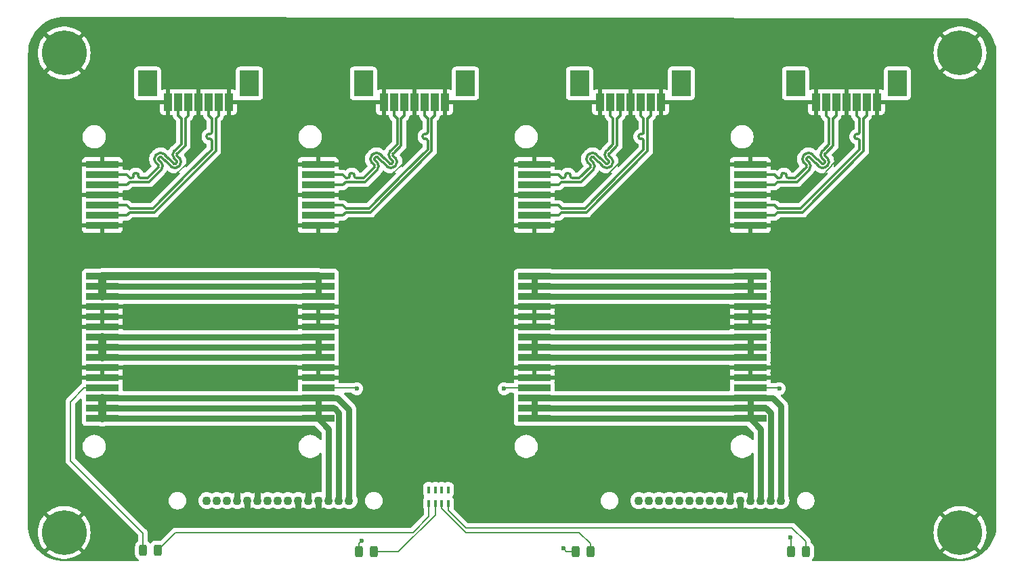
<source format=gbr>
%TF.GenerationSoftware,KiCad,Pcbnew,8.0.7*%
%TF.CreationDate,2025-02-19T10:26:07-06:00*%
%TF.ProjectId,RickNAS_4PortSATA,5269636b-4e41-4535-9f34-506f72745341,rev?*%
%TF.SameCoordinates,Original*%
%TF.FileFunction,Copper,L1,Top*%
%TF.FilePolarity,Positive*%
%FSLAX46Y46*%
G04 Gerber Fmt 4.6, Leading zero omitted, Abs format (unit mm)*
G04 Created by KiCad (PCBNEW 8.0.7) date 2025-02-19 10:26:07*
%MOMM*%
%LPD*%
G01*
G04 APERTURE LIST*
G04 Aperture macros list*
%AMRoundRect*
0 Rectangle with rounded corners*
0 $1 Rounding radius*
0 $2 $3 $4 $5 $6 $7 $8 $9 X,Y pos of 4 corners*
0 Add a 4 corners polygon primitive as box body*
4,1,4,$2,$3,$4,$5,$6,$7,$8,$9,$2,$3,0*
0 Add four circle primitives for the rounded corners*
1,1,$1+$1,$2,$3*
1,1,$1+$1,$4,$5*
1,1,$1+$1,$6,$7*
1,1,$1+$1,$8,$9*
0 Add four rect primitives between the rounded corners*
20,1,$1+$1,$2,$3,$4,$5,0*
20,1,$1+$1,$4,$5,$6,$7,0*
20,1,$1+$1,$6,$7,$8,$9,0*
20,1,$1+$1,$8,$9,$2,$3,0*%
G04 Aperture macros list end*
%TA.AperFunction,SMDPad,CuDef*%
%ADD10R,0.400000X0.900000*%
%TD*%
%TA.AperFunction,SMDPad,CuDef*%
%ADD11RoundRect,0.243750X-0.243750X-0.456250X0.243750X-0.456250X0.243750X0.456250X-0.243750X0.456250X0*%
%TD*%
%TA.AperFunction,SMDPad,CuDef*%
%ADD12R,4.089400X0.889000*%
%TD*%
%TA.AperFunction,ComponentPad*%
%ADD13R,2.387600X3.200400*%
%TD*%
%TA.AperFunction,SMDPad,CuDef*%
%ADD14R,0.990600X2.209800*%
%TD*%
%TA.AperFunction,ComponentPad*%
%ADD15C,5.600000*%
%TD*%
%TA.AperFunction,ComponentPad*%
%ADD16C,1.100000*%
%TD*%
%TA.AperFunction,ViaPad*%
%ADD17C,0.600000*%
%TD*%
%TA.AperFunction,Conductor*%
%ADD18C,0.200000*%
%TD*%
%TA.AperFunction,Conductor*%
%ADD19C,0.800000*%
%TD*%
%TA.AperFunction,Conductor*%
%ADD20C,1.000000*%
%TD*%
%TA.AperFunction,Conductor*%
%ADD21C,0.296900*%
%TD*%
G04 APERTURE END LIST*
D10*
%TO.P,RN1,1,R1.1*%
%TO.N,+3.3V*%
X139000000Y-133650000D03*
%TO.P,RN1,2,R2.1*%
X138200000Y-133650000D03*
%TO.P,RN1,3,R3.1*%
X137400000Y-133650000D03*
%TO.P,RN1,4,R4.1*%
X136600000Y-133650000D03*
%TO.P,RN1,5,R4.2*%
%TO.N,Net-(D1-A)*%
X136600000Y-135350000D03*
%TO.P,RN1,6,R3.2*%
%TO.N,Net-(D2-A)*%
X137400000Y-135350000D03*
%TO.P,RN1,7,R2.2*%
%TO.N,Net-(D3-A)*%
X138200000Y-135350000D03*
%TO.P,RN1,8,R1.2*%
%TO.N,Net-(D4-A)*%
X139000000Y-135350000D03*
%TD*%
D11*
%TO.P,D4,1,K*%
%TO.N,Drive 4*%
X181862500Y-141400000D03*
%TO.P,D4,2,A*%
%TO.N,Net-(D4-A)*%
X183737500Y-141400000D03*
%TD*%
%TO.P,D3,1,K*%
%TO.N,Drive 3*%
X154925000Y-141400000D03*
%TO.P,D3,2,A*%
%TO.N,Net-(D3-A)*%
X156800000Y-141400000D03*
%TD*%
%TO.P,D2,1,K*%
%TO.N,Drive 2*%
X127862500Y-141400000D03*
%TO.P,D2,2,A*%
%TO.N,Net-(D2-A)*%
X129737500Y-141400000D03*
%TD*%
%TO.P,D1,1,K*%
%TO.N,Drive 1*%
X100862500Y-141200000D03*
%TO.P,D1,2,A*%
%TO.N,Net-(D1-A)*%
X102737500Y-141200000D03*
%TD*%
D12*
%TO.P,U4,1,VSS*%
%TO.N,VSS*%
X149764699Y-92980014D03*
%TO.P,U4,2,A+*%
%TO.N,/A1+*%
X149764699Y-94250025D03*
%TO.P,U4,3,A-*%
%TO.N,/A1-*%
X149764699Y-95520025D03*
%TO.P,U4,4,VSS*%
%TO.N,VSS*%
X149764699Y-96790025D03*
%TO.P,U4,5,B-*%
%TO.N,/B1-*%
X149764699Y-98060025D03*
%TO.P,U4,6,B+*%
%TO.N,/B1+*%
X149764699Y-99330025D03*
%TO.P,U4,7,VSS*%
%TO.N,VSS*%
X149764699Y-100600025D03*
%TO.P,U4,8,3.3V*%
%TO.N,+3.3VP*%
X149764699Y-106950014D03*
%TO.P,U4,9,3.3V*%
X149764699Y-108220025D03*
%TO.P,U4,10,3.3V*%
X149764699Y-109490025D03*
%TO.P,U4,11,VSS*%
%TO.N,VSS*%
X149764699Y-110760025D03*
%TO.P,U4,12,VSS*%
X149764699Y-112030025D03*
%TO.P,U4,13,VSS*%
X149764699Y-113300025D03*
%TO.P,U4,14,5V*%
%TO.N,+5P*%
X149764699Y-114570025D03*
%TO.P,U4,15,5V*%
X149764699Y-115840025D03*
%TO.P,U4,16,5V*%
X149764699Y-117110025D03*
%TO.P,U4,17,VSS*%
%TO.N,VSS*%
X149764699Y-118380025D03*
%TO.P,U4,18,VSS*%
X149764699Y-119650025D03*
%TO.P,U4,19,VSS*%
%TO.N,Drive 3*%
X149764699Y-120920025D03*
%TO.P,U4,20,12V*%
%TO.N,+12P*%
X149764699Y-122190025D03*
%TO.P,U4,21,12V*%
X149764699Y-123460025D03*
%TO.P,U4,22,12V*%
X149764699Y-124730025D03*
%TD*%
D13*
%TO.P,U2,*%
%TO.N,*%
X114170001Y-82818499D03*
X101430001Y-82818499D03*
D14*
%TO.P,U2,1,VSS*%
%TO.N,VSS*%
X103990001Y-85178499D03*
%TO.P,U2,2,A+*%
%TO.N,/A+*%
X105260001Y-85178499D03*
%TO.P,U2,3,A-*%
%TO.N,/A-*%
X106530001Y-85178499D03*
%TO.P,U2,4,VSS*%
%TO.N,VSS*%
X107800001Y-85178499D03*
%TO.P,U2,5,B-*%
%TO.N,/B-*%
X109070001Y-85178499D03*
%TO.P,U2,6,B+*%
%TO.N,/B+*%
X110340001Y-85178499D03*
%TO.P,U2,7,VSS*%
%TO.N,VSS*%
X111610001Y-85178499D03*
%TD*%
D15*
%TO.P,H3,1,1*%
%TO.N,VSS*%
X91000000Y-139000000D03*
%TD*%
D16*
%TO.P,U10,1,3.3V*%
%TO.N,+3.3VP*%
X162840000Y-135000000D03*
%TO.P,U10,2,3.3V*%
X164110000Y-135000000D03*
%TO.P,U10,3,3.3V*%
X165380000Y-135000000D03*
%TO.P,U10,4,VSS*%
%TO.N,VSS*%
X166650000Y-135000000D03*
%TO.P,U10,5,VSS*%
X167920000Y-135000000D03*
%TO.P,U10,6,VSS*%
X169190000Y-135000000D03*
%TO.P,U10,7,5V*%
%TO.N,+5P*%
X170460000Y-135000000D03*
%TO.P,U10,8,5V*%
X171730000Y-135000000D03*
%TO.P,U10,9,5V*%
X173000000Y-135000000D03*
%TO.P,U10,10,VSS*%
%TO.N,VSS*%
X174270000Y-135000000D03*
%TO.P,U10,11,VSS*%
X175540000Y-135000000D03*
%TO.P,U10,12,VSS*%
X176810000Y-135000000D03*
%TO.P,U10,13,12V*%
%TO.N,+12P*%
X178080000Y-135000000D03*
%TO.P,U10,14,12V*%
X179350000Y-135000000D03*
%TO.P,U10,15,12V*%
X180620000Y-135000000D03*
%TD*%
D12*
%TO.P,U1,1,VSS*%
%TO.N,VSS*%
X95764699Y-92980014D03*
%TO.P,U1,2,A+*%
%TO.N,/A+*%
X95764699Y-94250025D03*
%TO.P,U1,3,A-*%
%TO.N,/A-*%
X95764699Y-95520025D03*
%TO.P,U1,4,VSS*%
%TO.N,VSS*%
X95764699Y-96790025D03*
%TO.P,U1,5,B-*%
%TO.N,/B-*%
X95764699Y-98060025D03*
%TO.P,U1,6,B+*%
%TO.N,/B+*%
X95764699Y-99330025D03*
%TO.P,U1,7,VSS*%
%TO.N,VSS*%
X95764699Y-100600025D03*
%TO.P,U1,8,3.3V*%
%TO.N,+3.3V*%
X95764699Y-106950014D03*
%TO.P,U1,9,3.3V*%
X95764699Y-108220025D03*
%TO.P,U1,10,3.3V*%
X95764699Y-109490025D03*
%TO.P,U1,11,VSS*%
%TO.N,VSS*%
X95764699Y-110760025D03*
%TO.P,U1,12,VSS*%
X95764699Y-112030025D03*
%TO.P,U1,13,VSS*%
X95764699Y-113300025D03*
%TO.P,U1,14,5V*%
%TO.N,+5V*%
X95764699Y-114570025D03*
%TO.P,U1,15,5V*%
X95764699Y-115840025D03*
%TO.P,U1,16,5V*%
X95764699Y-117110025D03*
%TO.P,U1,17,VSS*%
%TO.N,VSS*%
X95764699Y-118380025D03*
%TO.P,U1,18,VSS*%
X95764699Y-119650025D03*
%TO.P,U1,19,VSS*%
%TO.N,Drive 1*%
X95764699Y-120920025D03*
%TO.P,U1,20,12V*%
%TO.N,+12V*%
X95764699Y-122190025D03*
%TO.P,U1,21,12V*%
X95764699Y-123460025D03*
%TO.P,U1,22,12V*%
X95764699Y-124730025D03*
%TD*%
%TO.P,U8,1,VSS*%
%TO.N,VSS*%
X176764699Y-92980014D03*
%TO.P,U8,2,A+*%
%TO.N,/A3+*%
X176764699Y-94250025D03*
%TO.P,U8,3,A-*%
%TO.N,/A3-*%
X176764699Y-95520025D03*
%TO.P,U8,4,VSS*%
%TO.N,VSS*%
X176764699Y-96790025D03*
%TO.P,U8,5,B-*%
%TO.N,/B3-*%
X176764699Y-98060025D03*
%TO.P,U8,6,B+*%
%TO.N,/B3+*%
X176764699Y-99330025D03*
%TO.P,U8,7,VSS*%
%TO.N,VSS*%
X176764699Y-100600025D03*
%TO.P,U8,8,3.3V*%
%TO.N,+3.3VP*%
X176764699Y-106950014D03*
%TO.P,U8,9,3.3V*%
X176764699Y-108220025D03*
%TO.P,U8,10,3.3V*%
X176764699Y-109490025D03*
%TO.P,U8,11,VSS*%
%TO.N,VSS*%
X176764699Y-110760025D03*
%TO.P,U8,12,VSS*%
X176764699Y-112030025D03*
%TO.P,U8,13,VSS*%
X176764699Y-113300025D03*
%TO.P,U8,14,5V*%
%TO.N,+5P*%
X176764699Y-114570025D03*
%TO.P,U8,15,5V*%
X176764699Y-115840025D03*
%TO.P,U8,16,5V*%
X176764699Y-117110025D03*
%TO.P,U8,17,VSS*%
%TO.N,VSS*%
X176764699Y-118380025D03*
%TO.P,U8,18,VSS*%
X176764699Y-119650025D03*
%TO.P,U8,19,VSS*%
%TO.N,Drive 4*%
X176764699Y-120920025D03*
%TO.P,U8,20,12V*%
%TO.N,+12P*%
X176764699Y-122190025D03*
%TO.P,U8,21,12V*%
X176764699Y-123460025D03*
%TO.P,U8,22,12V*%
X176764699Y-124730025D03*
%TD*%
D13*
%TO.P,U7,*%
%TO.N,*%
X141170001Y-82818499D03*
X128430001Y-82818499D03*
D14*
%TO.P,U7,1,VSS*%
%TO.N,VSS*%
X130990001Y-85178499D03*
%TO.P,U7,2,A+*%
%TO.N,/A2+*%
X132260001Y-85178499D03*
%TO.P,U7,3,A-*%
%TO.N,/A2-*%
X133530001Y-85178499D03*
%TO.P,U7,4,VSS*%
%TO.N,VSS*%
X134800001Y-85178499D03*
%TO.P,U7,5,B-*%
%TO.N,/B2-*%
X136070001Y-85178499D03*
%TO.P,U7,6,B+*%
%TO.N,/B2+*%
X137340001Y-85178499D03*
%TO.P,U7,7,VSS*%
%TO.N,VSS*%
X138610001Y-85178499D03*
%TD*%
D15*
%TO.P,H4,1,1*%
%TO.N,VSS*%
X203000000Y-139000000D03*
%TD*%
D16*
%TO.P,U3,1,3.3V*%
%TO.N,+3.3V*%
X108840000Y-135000000D03*
%TO.P,U3,2,3.3V*%
X110110000Y-135000000D03*
%TO.P,U3,3,3.3V*%
X111380000Y-135000000D03*
%TO.P,U3,4,VSS*%
%TO.N,VSS*%
X112650000Y-135000000D03*
%TO.P,U3,5,VSS*%
X113920000Y-135000000D03*
%TO.P,U3,6,VSS*%
X115190000Y-135000000D03*
%TO.P,U3,7,5V*%
%TO.N,+5V*%
X116460000Y-135000000D03*
%TO.P,U3,8,5V*%
X117730000Y-135000000D03*
%TO.P,U3,9,5V*%
X119000000Y-135000000D03*
%TO.P,U3,10,VSS*%
%TO.N,VSS*%
X120270000Y-135000000D03*
%TO.P,U3,11,VSS*%
X121540000Y-135000000D03*
%TO.P,U3,12,VSS*%
X122810000Y-135000000D03*
%TO.P,U3,13,12V*%
%TO.N,+12V*%
X124080000Y-135000000D03*
%TO.P,U3,14,12V*%
X125350000Y-135000000D03*
%TO.P,U3,15,12V*%
X126620000Y-135000000D03*
%TD*%
D12*
%TO.P,U6,1,VSS*%
%TO.N,VSS*%
X122764699Y-92980014D03*
%TO.P,U6,2,A+*%
%TO.N,/A2+*%
X122764699Y-94250025D03*
%TO.P,U6,3,A-*%
%TO.N,/A2-*%
X122764699Y-95520025D03*
%TO.P,U6,4,VSS*%
%TO.N,VSS*%
X122764699Y-96790025D03*
%TO.P,U6,5,B-*%
%TO.N,/B2-*%
X122764699Y-98060025D03*
%TO.P,U6,6,B+*%
%TO.N,/B2+*%
X122764699Y-99330025D03*
%TO.P,U6,7,VSS*%
%TO.N,VSS*%
X122764699Y-100600025D03*
%TO.P,U6,8,3.3V*%
%TO.N,+3.3V*%
X122764699Y-106950014D03*
%TO.P,U6,9,3.3V*%
X122764699Y-108220025D03*
%TO.P,U6,10,3.3V*%
X122764699Y-109490025D03*
%TO.P,U6,11,VSS*%
%TO.N,VSS*%
X122764699Y-110760025D03*
%TO.P,U6,12,VSS*%
X122764699Y-112030025D03*
%TO.P,U6,13,VSS*%
X122764699Y-113300025D03*
%TO.P,U6,14,5V*%
%TO.N,+5V*%
X122764699Y-114570025D03*
%TO.P,U6,15,5V*%
X122764699Y-115840025D03*
%TO.P,U6,16,5V*%
X122764699Y-117110025D03*
%TO.P,U6,17,VSS*%
%TO.N,VSS*%
X122764699Y-118380025D03*
%TO.P,U6,18,VSS*%
X122764699Y-119650025D03*
%TO.P,U6,19,VSS*%
%TO.N,Drive 2*%
X122764699Y-120920025D03*
%TO.P,U6,20,12V*%
%TO.N,+12V*%
X122764699Y-122190025D03*
%TO.P,U6,21,12V*%
X122764699Y-123460025D03*
%TO.P,U6,22,12V*%
X122764699Y-124730025D03*
%TD*%
D13*
%TO.P,U5,*%
%TO.N,*%
X168170001Y-82818499D03*
X155430001Y-82818499D03*
D14*
%TO.P,U5,1,VSS*%
%TO.N,VSS*%
X157990001Y-85178499D03*
%TO.P,U5,2,A+*%
%TO.N,/A1+*%
X159260001Y-85178499D03*
%TO.P,U5,3,A-*%
%TO.N,/A1-*%
X160530001Y-85178499D03*
%TO.P,U5,4,VSS*%
%TO.N,VSS*%
X161800001Y-85178499D03*
%TO.P,U5,5,B-*%
%TO.N,/B1-*%
X163070001Y-85178499D03*
%TO.P,U5,6,B+*%
%TO.N,/B1+*%
X164340001Y-85178499D03*
%TO.P,U5,7,VSS*%
%TO.N,VSS*%
X165610001Y-85178499D03*
%TD*%
D15*
%TO.P,H2,1,1*%
%TO.N,VSS*%
X203000000Y-79000000D03*
%TD*%
D13*
%TO.P,U9,*%
%TO.N,*%
X195170001Y-82818499D03*
X182430001Y-82818499D03*
D14*
%TO.P,U9,1,VSS*%
%TO.N,VSS*%
X184990001Y-85178499D03*
%TO.P,U9,2,A+*%
%TO.N,/A3+*%
X186260001Y-85178499D03*
%TO.P,U9,3,A-*%
%TO.N,/A3-*%
X187530001Y-85178499D03*
%TO.P,U9,4,VSS*%
%TO.N,VSS*%
X188800001Y-85178499D03*
%TO.P,U9,5,B-*%
%TO.N,/B3-*%
X190070001Y-85178499D03*
%TO.P,U9,6,B+*%
%TO.N,/B3+*%
X191340001Y-85178499D03*
%TO.P,U9,7,VSS*%
%TO.N,VSS*%
X192610001Y-85178499D03*
%TD*%
D15*
%TO.P,H1,1,1*%
%TO.N,VSS*%
X91000000Y-79000000D03*
%TD*%
D17*
%TO.N,Drive 4*%
X180400000Y-121000000D03*
X181800000Y-139600000D03*
%TO.N,Drive 3*%
X146000000Y-121000000D03*
X153400000Y-141000000D03*
%TO.N,Drive 2*%
X127600000Y-121000000D03*
X128200000Y-140000000D03*
%TO.N,+5V*%
X118000000Y-115840025D03*
X119000000Y-117110025D03*
X117000000Y-114570025D03*
%TO.N,+3.3V*%
X110000000Y-108220025D03*
X109000000Y-106950014D03*
X111600000Y-109490025D03*
%TO.N,VSS*%
X120200000Y-136800000D03*
X122600000Y-136800000D03*
X167800000Y-111800000D03*
X103200000Y-112200000D03*
X105800000Y-112200000D03*
X185000000Y-95000000D03*
X114000000Y-112200000D03*
X154600000Y-112000000D03*
X107000000Y-92000000D03*
X113600000Y-119400000D03*
X155000000Y-119600000D03*
X156800000Y-112000000D03*
X134000000Y-92000000D03*
X113800000Y-136400000D03*
X100600000Y-112200000D03*
X121600000Y-133600000D03*
X168800000Y-119800000D03*
X112600000Y-133600000D03*
X169200000Y-136400000D03*
X168000000Y-133600000D03*
X106400000Y-119600000D03*
X115800000Y-112200000D03*
X169600000Y-111800000D03*
X101800000Y-119600000D03*
X171800000Y-111800000D03*
X104000000Y-95000000D03*
X175600000Y-136400000D03*
X161000000Y-92000000D03*
X174200000Y-133600000D03*
X104400000Y-119600000D03*
X114800000Y-120600000D03*
X176800000Y-133600000D03*
X159000000Y-111800000D03*
X118400000Y-112200000D03*
X158000000Y-119600000D03*
X166600000Y-136400000D03*
X115200000Y-133600000D03*
X161000000Y-119600000D03*
X158000000Y-95000000D03*
X188000000Y-92000000D03*
X131000000Y-95000000D03*
X167800000Y-119000000D03*
%TO.N,+3.3VP*%
X165000000Y-109490025D03*
X163800000Y-108220025D03*
X162600000Y-106950014D03*
%TO.N,+5P*%
X172600000Y-117110025D03*
X170200000Y-114570025D03*
X171400000Y-115840025D03*
%TD*%
D18*
%TO.N,Drive 4*%
X180400000Y-121000000D02*
X180320025Y-120920025D01*
X180320025Y-120920025D02*
X176764699Y-120920025D01*
X181862500Y-141400000D02*
X181862500Y-139662500D01*
X181862500Y-139662500D02*
X181800000Y-139600000D01*
%TO.N,Drive 3*%
X146079975Y-120920025D02*
X149764699Y-120920025D01*
X146000000Y-121000000D02*
X146079975Y-120920025D01*
X153800000Y-141400000D02*
X153400000Y-141000000D01*
X154925000Y-141400000D02*
X153800000Y-141400000D01*
%TO.N,Net-(D4-A)*%
X141200000Y-138400000D02*
X182000000Y-138400000D01*
X139000000Y-136200000D02*
X141200000Y-138400000D01*
X182000000Y-138400000D02*
X183737500Y-140137500D01*
X183737500Y-140137500D02*
X183737500Y-141400000D01*
X139000000Y-135350000D02*
X139000000Y-136200000D01*
%TO.N,Net-(D3-A)*%
X156800000Y-140400000D02*
X156800000Y-141400000D01*
X138200000Y-136000000D02*
X141200000Y-139000000D01*
X141200000Y-139000000D02*
X155400000Y-139000000D01*
X155400000Y-139000000D02*
X156800000Y-140400000D01*
X138200000Y-135350000D02*
X138200000Y-136000000D01*
%TO.N,Drive 2*%
X127520025Y-120920025D02*
X122764699Y-120920025D01*
X127600000Y-121000000D02*
X127520025Y-120920025D01*
X127862500Y-140337500D02*
X128200000Y-140000000D01*
X127862500Y-141400000D02*
X127862500Y-140337500D01*
%TO.N,Net-(D2-A)*%
X132800000Y-141400000D02*
X129737500Y-141400000D01*
X137400000Y-136800000D02*
X132800000Y-141400000D01*
X137400000Y-135350000D02*
X137400000Y-136800000D01*
%TO.N,Net-(D1-A)*%
X136600000Y-137000000D02*
X136600000Y-135350000D01*
X134600000Y-139000000D02*
X136600000Y-137000000D01*
X104937500Y-139000000D02*
X134600000Y-139000000D01*
X102737500Y-141200000D02*
X104937500Y-139000000D01*
%TO.N,Drive 1*%
X100862500Y-139062500D02*
X100862500Y-141200000D01*
X91800000Y-122640024D02*
X91800000Y-130000000D01*
X91800000Y-130000000D02*
X100862500Y-139062500D01*
X93519999Y-120920025D02*
X91800000Y-122640024D01*
X95764699Y-120920025D02*
X93519999Y-120920025D01*
D19*
%TO.N,+5V*%
X95764699Y-117110025D02*
X119000000Y-117110025D01*
X119000000Y-117110025D02*
X122764699Y-117110025D01*
X117000000Y-114570025D02*
X122764699Y-114570025D01*
X122764699Y-117110025D02*
X122764699Y-114570025D01*
X95764699Y-115840025D02*
X118000000Y-115840025D01*
D20*
X95764699Y-117110025D02*
X95764699Y-114570025D01*
D19*
X118000000Y-115840025D02*
X122764699Y-115840025D01*
X95764699Y-114570025D02*
X117000000Y-114570025D01*
D20*
%TO.N,+3.3V*%
X95764699Y-106950014D02*
X109000000Y-106950014D01*
D19*
X95764699Y-108220025D02*
X110000000Y-108220025D01*
D20*
X95764699Y-106950014D02*
X95764699Y-109490025D01*
D19*
X95764699Y-109490025D02*
X111600000Y-109490025D01*
D20*
X109000000Y-106950014D02*
X122764699Y-106950014D01*
D19*
X122764699Y-109490025D02*
X111600000Y-109490025D01*
X122764699Y-106950014D02*
X122764699Y-109490025D01*
X110000000Y-108220025D02*
X122764699Y-108220025D01*
D18*
%TO.N,VSS*%
X104160192Y-95000000D02*
X104000000Y-95000000D01*
X107000000Y-92160192D02*
X104160192Y-95000000D01*
X158160192Y-95000000D02*
X158000000Y-95000000D01*
D19*
X120270000Y-135000000D02*
X120270000Y-136730000D01*
X120270000Y-136730000D02*
X120200000Y-136800000D01*
X113920000Y-136280000D02*
X113800000Y-136400000D01*
X112650000Y-133650000D02*
X112600000Y-133600000D01*
D18*
X161000000Y-92160192D02*
X158160192Y-95000000D01*
D19*
X122810000Y-136590000D02*
X122600000Y-136800000D01*
X175540000Y-136340000D02*
X175600000Y-136400000D01*
X176810000Y-135000000D02*
X176810000Y-133610000D01*
X115190000Y-133610000D02*
X115200000Y-133600000D01*
X112650000Y-135000000D02*
X112650000Y-133650000D01*
X113920000Y-135000000D02*
X113920000Y-136280000D01*
X121540000Y-133660000D02*
X121600000Y-133600000D01*
D18*
X134000000Y-92000000D02*
X134000000Y-92160195D01*
X187000000Y-93051410D02*
X187000000Y-93160192D01*
X107000000Y-92000000D02*
X107000000Y-92160192D01*
D19*
X175540000Y-135000000D02*
X175540000Y-136340000D01*
D18*
X134000000Y-92160195D02*
X131160195Y-95000000D01*
X161000000Y-92000000D02*
X161000000Y-92160192D01*
D19*
X174270000Y-133670000D02*
X174200000Y-133600000D01*
X121540000Y-135000000D02*
X121540000Y-133660000D01*
D18*
X131160195Y-95000000D02*
X131000000Y-95000000D01*
D19*
X174270000Y-135000000D02*
X174270000Y-133670000D01*
D18*
X188000000Y-92000000D02*
X187027671Y-92972329D01*
X187027671Y-92972329D02*
X187000000Y-93051410D01*
D19*
X176810000Y-133610000D02*
X176800000Y-133600000D01*
X122810000Y-135000000D02*
X122810000Y-136590000D01*
X115190000Y-135000000D02*
X115190000Y-133610000D01*
D18*
X187000000Y-93160192D02*
X185160192Y-95000000D01*
X185160192Y-95000000D02*
X185000000Y-95000000D01*
D19*
%TO.N,+12V*%
X124080000Y-126045326D02*
X122764699Y-124730025D01*
X126620000Y-135000000D02*
X126620000Y-123620000D01*
X95764699Y-123460025D02*
X122764699Y-123460025D01*
X95764699Y-124730025D02*
X122764699Y-124730025D01*
X125190025Y-122190025D02*
X122764699Y-122190025D01*
D20*
X95764699Y-122190025D02*
X95764699Y-124730025D01*
D19*
X124080000Y-135000000D02*
X124080000Y-126045326D01*
X122764699Y-122190025D02*
X122764699Y-124730025D01*
X124810025Y-123460025D02*
X122764699Y-123460025D01*
X95764699Y-122190025D02*
X122764699Y-122190025D01*
X125350000Y-135000000D02*
X125350000Y-124000000D01*
X125350000Y-124000000D02*
X124810025Y-123460025D01*
X126620000Y-123620000D02*
X125190025Y-122190025D01*
D21*
%TO.N,/A+*%
X101411399Y-94634975D02*
X100527792Y-94634975D01*
X102786325Y-93260049D02*
X101411399Y-94634975D01*
X105644951Y-87220800D02*
X105260001Y-86835850D01*
X105260001Y-86835850D02*
X105260001Y-85178499D01*
X102786327Y-93047876D02*
X102468207Y-92729756D01*
X100287792Y-94394975D02*
X100287792Y-94254699D01*
X104943295Y-92870918D02*
X105084746Y-92729466D01*
X102786325Y-93260049D02*
X102786326Y-93260050D01*
X98831750Y-94250025D02*
X95764699Y-94250025D01*
X99327792Y-94634975D02*
X99216700Y-94634975D01*
X99687792Y-94254699D02*
X99687792Y-94394975D01*
X99447792Y-94634975D02*
X99327792Y-94634975D01*
X103847204Y-91987001D02*
X104130104Y-92269901D01*
X104413001Y-92552797D02*
X104731122Y-92870918D01*
X104908076Y-91138298D02*
X105644951Y-90401423D01*
X105084746Y-92517293D02*
X104766625Y-92199172D01*
X103529083Y-91668880D02*
X103847204Y-91987001D01*
X102468206Y-91810332D02*
X102609659Y-91668880D01*
X104130101Y-92269898D02*
X104236188Y-92375984D01*
X104130104Y-92269901D02*
X104130101Y-92269898D01*
X104766625Y-91279747D02*
X104908076Y-91138298D01*
X105644951Y-90401423D02*
X105644951Y-87220800D01*
X100047792Y-94014699D02*
X99927792Y-94014699D01*
X99216700Y-94634975D02*
X98831750Y-94250025D01*
X104236188Y-92375984D02*
X104413001Y-92552797D01*
X104766625Y-92199172D02*
G75*
G02*
X104766665Y-91279788I459675J459672D01*
G01*
X102786326Y-93260050D02*
G75*
G03*
X102786290Y-93047913I-106126J106050D01*
G01*
X102468207Y-92729756D02*
G75*
G02*
X102468162Y-91810289I459693J459756D01*
G01*
X99687792Y-94394975D02*
G75*
G02*
X99447792Y-94634992I-239992J-25D01*
G01*
X105084746Y-92729466D02*
G75*
G03*
X105084726Y-92517314I-106046J106066D01*
G01*
X104731122Y-92870918D02*
G75*
G03*
X104943295Y-92870919I106087J106088D01*
G01*
X100527792Y-94634975D02*
G75*
G02*
X100287825Y-94394975I8J239975D01*
G01*
X100287792Y-94254699D02*
G75*
G03*
X100047792Y-94014708I-239992J-1D01*
G01*
X99927792Y-94014699D02*
G75*
G03*
X99687799Y-94254699I8J-240001D01*
G01*
X102609659Y-91668880D02*
G75*
G02*
X103529083Y-91668880I459712J-459715D01*
G01*
%TO.N,/A-*%
X98831750Y-95520025D02*
X99216700Y-95135075D01*
X105296920Y-93224544D02*
X105438371Y-93083092D01*
X106145051Y-87220800D02*
X106530001Y-86835850D01*
X106145051Y-90608575D02*
X106145051Y-87220800D01*
X101618551Y-95135075D02*
X103139951Y-93613675D01*
X105120250Y-91633373D02*
X105261701Y-91491923D01*
X103175456Y-92022506D02*
X103493577Y-92340627D01*
X103139951Y-92694251D02*
X102821831Y-92376131D01*
X103882562Y-92729610D02*
X104059375Y-92906423D01*
X99216700Y-95135075D02*
X101618551Y-95135075D01*
X95764699Y-95520025D02*
X98831750Y-95520025D01*
X103493577Y-92340627D02*
X103776477Y-92623527D01*
X105438371Y-92163668D02*
X105120250Y-91845547D01*
X103776477Y-92623527D02*
X103776476Y-92623523D01*
X105261701Y-91491923D02*
X106145051Y-90608575D01*
X104059375Y-92906423D02*
X104377496Y-93224544D01*
X106530001Y-86835850D02*
X106530001Y-85178499D01*
X103776476Y-92623523D02*
X103882562Y-92729610D01*
X102821831Y-92163957D02*
X102963284Y-92022505D01*
X105120250Y-91845547D02*
G75*
G02*
X105120290Y-91633413I106050J106047D01*
G01*
X103139951Y-93613675D02*
G75*
G03*
X103139914Y-92694288I-459751J459675D01*
G01*
X105438371Y-93083092D02*
G75*
G03*
X105438351Y-92163688I-459671J459692D01*
G01*
X102963284Y-92022505D02*
G75*
G02*
X103175486Y-92022475I106116J-106095D01*
G01*
X102821831Y-92376131D02*
G75*
G02*
X102821787Y-92163913I106069J106131D01*
G01*
X104377496Y-93224544D02*
G75*
G03*
X105296920Y-93224544I459712J459712D01*
G01*
%TO.N,/B-*%
X109074653Y-89760992D02*
X109214951Y-89760992D01*
X109454951Y-90000992D02*
X109454951Y-90120992D01*
X109070001Y-86835850D02*
X109454951Y-87220800D01*
X99216700Y-98444975D02*
X98831750Y-98060025D01*
X109070001Y-85178499D02*
X109070001Y-86835850D01*
X108834653Y-89400992D02*
X108834653Y-89520992D01*
X109454951Y-87220800D02*
X109454951Y-88920992D01*
X102101399Y-98444975D02*
X99216700Y-98444975D01*
X98831750Y-98060025D02*
X95764699Y-98060025D01*
X109214951Y-89160992D02*
X109074653Y-89160992D01*
X109454951Y-90120992D02*
X109454951Y-91091423D01*
X109454951Y-91091423D02*
X106620914Y-93925460D01*
X106620914Y-93925460D02*
X102101399Y-98444975D01*
X109214951Y-89760992D02*
G75*
G02*
X109455008Y-90000992I49J-240008D01*
G01*
X108834653Y-89520992D02*
G75*
G03*
X109074653Y-89761047I240047J-8D01*
G01*
X109454951Y-88920992D02*
G75*
G02*
X109214951Y-89160951I-239951J-8D01*
G01*
X109074653Y-89160992D02*
G75*
G03*
X108834692Y-89400992I47J-240008D01*
G01*
%TO.N,/B+*%
X109955051Y-91298575D02*
X109955051Y-87220800D01*
X98831750Y-99330025D02*
X99216700Y-98945075D01*
X109955051Y-87220800D02*
X110340001Y-86835850D01*
X95764699Y-99330025D02*
X98831750Y-99330025D01*
X110340001Y-86835850D02*
X110340001Y-85178499D01*
X99216700Y-98945075D02*
X102308551Y-98945075D01*
X102308551Y-98945075D02*
X109955051Y-91298575D01*
%TO.N,/A1-*%
X152831750Y-95520025D02*
X153216700Y-95135075D01*
X159438371Y-92163668D02*
X159120250Y-91845547D01*
X160145051Y-87220800D02*
X160530001Y-86835850D01*
X157175456Y-92022506D02*
X157493577Y-92340627D01*
X160530001Y-86835850D02*
X160530001Y-85178499D01*
X158059375Y-92906423D02*
X158377496Y-93224544D01*
X153216700Y-95135075D02*
X155618551Y-95135075D01*
X157882562Y-92729610D02*
X158059375Y-92906423D01*
X159261701Y-91491923D02*
X160145051Y-90608575D01*
X157139951Y-92694251D02*
X156821831Y-92376131D01*
X159120250Y-91633373D02*
X159261701Y-91491923D01*
X160145051Y-90608575D02*
X160145051Y-87220800D01*
X159296920Y-93224544D02*
X159438371Y-93083092D01*
X157776476Y-92623523D02*
X157882562Y-92729610D01*
X157493577Y-92340627D02*
X157776477Y-92623527D01*
X149764699Y-95520025D02*
X152831750Y-95520025D01*
X155618551Y-95135075D02*
X157139951Y-93613675D01*
X157776477Y-92623527D02*
X157776476Y-92623523D01*
X156821831Y-92163957D02*
X156963284Y-92022505D01*
X157139951Y-93613675D02*
G75*
G03*
X157139914Y-92694288I-459751J459675D01*
G01*
X159120250Y-91845547D02*
G75*
G02*
X159120290Y-91633413I106050J106047D01*
G01*
X158377496Y-93224544D02*
G75*
G03*
X159296920Y-93224544I459712J459712D01*
G01*
X156821831Y-92376131D02*
G75*
G02*
X156821787Y-92163913I106069J106131D01*
G01*
X159438371Y-93083092D02*
G75*
G03*
X159438351Y-92163688I-459671J459692D01*
G01*
X156963284Y-92022505D02*
G75*
G02*
X157175486Y-92022475I106116J-106095D01*
G01*
%TO.N,/A1+*%
X152831750Y-94250025D02*
X149764699Y-94250025D01*
X158236188Y-92375984D02*
X158413001Y-92552797D01*
X156786327Y-93047876D02*
X156468207Y-92729756D01*
X153687792Y-94254699D02*
X153687792Y-94394975D01*
X153216700Y-94634975D02*
X152831750Y-94250025D01*
X154287792Y-94394975D02*
X154287792Y-94254699D01*
X159260001Y-86835850D02*
X159260001Y-85178499D01*
X158943295Y-92870918D02*
X159084746Y-92729466D01*
X159084746Y-92517293D02*
X158766625Y-92199172D01*
X158413001Y-92552797D02*
X158731122Y-92870918D01*
X158130104Y-92269901D02*
X158130101Y-92269898D01*
X156468206Y-91810332D02*
X156609659Y-91668880D01*
X155411399Y-94634975D02*
X154527792Y-94634975D01*
X153327792Y-94634975D02*
X153216700Y-94634975D01*
X157529083Y-91668880D02*
X157847204Y-91987001D01*
X159644951Y-90401423D02*
X159644951Y-87220800D01*
X154047792Y-94014699D02*
X153927792Y-94014699D01*
X156786325Y-93260049D02*
X156786326Y-93260050D01*
X156786325Y-93260049D02*
X155411399Y-94634975D01*
X158130101Y-92269898D02*
X158236188Y-92375984D01*
X158766625Y-91279747D02*
X158908076Y-91138298D01*
X159644951Y-87220800D02*
X159260001Y-86835850D01*
X153447792Y-94634975D02*
X153327792Y-94634975D01*
X158908076Y-91138298D02*
X159644951Y-90401423D01*
X157847204Y-91987001D02*
X158130104Y-92269901D01*
X153927792Y-94014699D02*
G75*
G03*
X153687799Y-94254699I8J-240001D01*
G01*
X153687792Y-94394975D02*
G75*
G02*
X153447792Y-94634992I-239992J-25D01*
G01*
X158766625Y-92199172D02*
G75*
G02*
X158766665Y-91279788I459675J459672D01*
G01*
X156609659Y-91668880D02*
G75*
G02*
X157529083Y-91668880I459712J-459715D01*
G01*
X158731122Y-92870918D02*
G75*
G03*
X158943295Y-92870919I106087J106088D01*
G01*
X156786326Y-93260050D02*
G75*
G03*
X156786290Y-93047913I-106126J106050D01*
G01*
X156468207Y-92729756D02*
G75*
G02*
X156468162Y-91810289I459693J459756D01*
G01*
X154287792Y-94254699D02*
G75*
G03*
X154047792Y-94014708I-239992J-1D01*
G01*
X154527792Y-94634975D02*
G75*
G02*
X154287825Y-94394975I8J239975D01*
G01*
X159084746Y-92729466D02*
G75*
G03*
X159084726Y-92517314I-106046J106066D01*
G01*
%TO.N,/B1+*%
X149764699Y-99330025D02*
X152831750Y-99330025D01*
X156308551Y-98945075D02*
X163955051Y-91298575D01*
X152831750Y-99330025D02*
X153216700Y-98945075D01*
X153216700Y-98945075D02*
X156308551Y-98945075D01*
X163955051Y-91298575D02*
X163955051Y-87220800D01*
X164340001Y-86835850D02*
X164340001Y-85178499D01*
X163955051Y-87220800D02*
X164340001Y-86835850D01*
%TO.N,/B1-*%
X156101399Y-98444975D02*
X153216700Y-98444975D01*
X163454951Y-91091423D02*
X160620914Y-93925460D01*
X163454951Y-87220800D02*
X163454951Y-88920992D01*
X162834653Y-89400992D02*
X162834653Y-89520992D01*
X153216700Y-98444975D02*
X152831750Y-98060025D01*
X163454951Y-90120992D02*
X163454951Y-91091423D01*
X163074653Y-89760992D02*
X163214951Y-89760992D01*
X163454951Y-90000992D02*
X163454951Y-90120992D01*
X152831750Y-98060025D02*
X149764699Y-98060025D01*
X163070001Y-86835850D02*
X163454951Y-87220800D01*
X163214951Y-89160992D02*
X163074653Y-89160992D01*
X163070001Y-85178499D02*
X163070001Y-86835850D01*
X160620914Y-93925460D02*
X156101399Y-98444975D01*
X163454951Y-88920992D02*
G75*
G02*
X163214951Y-89160951I-239951J-8D01*
G01*
X163074653Y-89160992D02*
G75*
G03*
X162834692Y-89400992I47J-240008D01*
G01*
X162834653Y-89520992D02*
G75*
G03*
X163074653Y-89761047I240047J-8D01*
G01*
X163214951Y-89760992D02*
G75*
G02*
X163455008Y-90000992I49J-240008D01*
G01*
%TO.N,/A2+*%
X129786325Y-93260049D02*
X129786326Y-93260050D01*
X131766625Y-91279747D02*
X131908076Y-91138298D01*
X126447792Y-94634975D02*
X126327792Y-94634975D01*
X129786325Y-93260049D02*
X128411399Y-94634975D01*
X126327792Y-94634975D02*
X126216700Y-94634975D01*
X132644951Y-90401423D02*
X132644951Y-87220800D01*
X132260001Y-86835850D02*
X132260001Y-85178499D01*
X132084746Y-92517293D02*
X131766625Y-92199172D01*
X131908076Y-91138298D02*
X132644951Y-90401423D01*
X131413001Y-92552797D02*
X131731122Y-92870918D01*
X126216700Y-94634975D02*
X125831750Y-94250025D01*
X131236188Y-92375984D02*
X131413001Y-92552797D01*
X131943295Y-92870918D02*
X132084746Y-92729466D01*
X129468206Y-91810332D02*
X129609659Y-91668880D01*
X132644951Y-87220800D02*
X132260001Y-86835850D01*
X127047792Y-94014699D02*
X126927792Y-94014699D01*
X129786327Y-93047876D02*
X129468207Y-92729756D01*
X125831750Y-94250025D02*
X122764699Y-94250025D01*
X131130104Y-92269901D02*
X131130101Y-92269898D01*
X127287792Y-94394975D02*
X127287792Y-94254699D01*
X126687792Y-94254699D02*
X126687792Y-94394975D01*
X128411399Y-94634975D02*
X127527792Y-94634975D01*
X130529083Y-91668880D02*
X130847204Y-91987001D01*
X131130101Y-92269898D02*
X131236188Y-92375984D01*
X130847204Y-91987001D02*
X131130104Y-92269901D01*
X129609659Y-91668880D02*
G75*
G02*
X130529083Y-91668880I459712J-459715D01*
G01*
X129468207Y-92729756D02*
G75*
G02*
X129468162Y-91810289I459693J459756D01*
G01*
X132084746Y-92729466D02*
G75*
G03*
X132084726Y-92517314I-106046J106066D01*
G01*
X131766625Y-92199172D02*
G75*
G02*
X131766665Y-91279788I459675J459672D01*
G01*
X127287792Y-94254699D02*
G75*
G03*
X127047792Y-94014708I-239992J-1D01*
G01*
X127527792Y-94634975D02*
G75*
G02*
X127287825Y-94394975I8J239975D01*
G01*
X131731122Y-92870918D02*
G75*
G03*
X131943295Y-92870919I106087J106088D01*
G01*
X126687792Y-94394975D02*
G75*
G02*
X126447792Y-94634992I-239992J-25D01*
G01*
X129786326Y-93260050D02*
G75*
G03*
X129786290Y-93047913I-106126J106050D01*
G01*
X126927792Y-94014699D02*
G75*
G03*
X126687799Y-94254699I8J-240001D01*
G01*
%TO.N,/B2-*%
X136070001Y-86835850D02*
X136454951Y-87220800D01*
X129101399Y-98444975D02*
X126216700Y-98444975D01*
X136454951Y-90120992D02*
X136454951Y-91091423D01*
X136454951Y-87220800D02*
X136454951Y-88920992D01*
X135834653Y-89400992D02*
X135834653Y-89520992D01*
X133620914Y-93925460D02*
X129101399Y-98444975D01*
X125831750Y-98060025D02*
X122764699Y-98060025D01*
X136070001Y-85178499D02*
X136070001Y-86835850D01*
X126216700Y-98444975D02*
X125831750Y-98060025D01*
X136454951Y-91091423D02*
X133620914Y-93925460D01*
X136074653Y-89760992D02*
X136214951Y-89760992D01*
X136214951Y-89160992D02*
X136074653Y-89160992D01*
X136454951Y-90000992D02*
X136454951Y-90120992D01*
X135834653Y-89520992D02*
G75*
G03*
X136074653Y-89761047I240047J-8D01*
G01*
X136214951Y-89760992D02*
G75*
G02*
X136455008Y-90000992I49J-240008D01*
G01*
X136074653Y-89160992D02*
G75*
G03*
X135834692Y-89400992I47J-240008D01*
G01*
X136454951Y-88920992D02*
G75*
G02*
X136214951Y-89160951I-239951J-8D01*
G01*
%TO.N,/B2+*%
X136955051Y-91298575D02*
X136955051Y-87220800D01*
X125831750Y-99330025D02*
X126216700Y-98945075D01*
X129308551Y-98945075D02*
X136955051Y-91298575D01*
X122764699Y-99330025D02*
X125831750Y-99330025D01*
X137340001Y-86835850D02*
X137340001Y-85178499D01*
X126216700Y-98945075D02*
X129308551Y-98945075D01*
X136955051Y-87220800D02*
X137340001Y-86835850D01*
%TO.N,/A2-*%
X129821831Y-92163957D02*
X129963284Y-92022505D01*
X132261701Y-91491923D02*
X133145051Y-90608575D01*
X131059375Y-92906423D02*
X131377496Y-93224544D01*
X132296920Y-93224544D02*
X132438371Y-93083092D01*
X130139951Y-92694251D02*
X129821831Y-92376131D01*
X130776476Y-92623523D02*
X130882562Y-92729610D01*
X125831750Y-95520025D02*
X126216700Y-95135075D01*
X130776477Y-92623527D02*
X130776476Y-92623523D01*
X132438371Y-92163668D02*
X132120250Y-91845547D01*
X130175456Y-92022506D02*
X130493577Y-92340627D01*
X128618551Y-95135075D02*
X130139951Y-93613675D01*
X126216700Y-95135075D02*
X128618551Y-95135075D01*
X133145051Y-90608575D02*
X133145051Y-87220800D01*
X132120250Y-91633373D02*
X132261701Y-91491923D01*
X133145051Y-87220800D02*
X133530001Y-86835850D01*
X130882562Y-92729610D02*
X131059375Y-92906423D01*
X133530001Y-86835850D02*
X133530001Y-85178499D01*
X130493577Y-92340627D02*
X130776477Y-92623527D01*
X122764699Y-95520025D02*
X125831750Y-95520025D01*
X131377496Y-93224544D02*
G75*
G03*
X132296920Y-93224544I459712J459712D01*
G01*
X129963284Y-92022505D02*
G75*
G02*
X130175486Y-92022475I106116J-106095D01*
G01*
X132438371Y-93083092D02*
G75*
G03*
X132438351Y-92163688I-459671J459692D01*
G01*
X132120250Y-91845547D02*
G75*
G02*
X132120290Y-91633413I106050J106047D01*
G01*
X130139951Y-93613675D02*
G75*
G03*
X130139914Y-92694288I-459751J459675D01*
G01*
X129821831Y-92376131D02*
G75*
G02*
X129821787Y-92163913I106069J106131D01*
G01*
%TO.N,/B3+*%
X179831750Y-99330025D02*
X180216700Y-98945075D01*
X190955051Y-87220800D02*
X191340001Y-86835850D01*
X183308551Y-98945075D02*
X190955051Y-91298575D01*
X191340001Y-86835850D02*
X191340001Y-85178499D01*
X180216700Y-98945075D02*
X183308551Y-98945075D01*
X176764699Y-99330025D02*
X179831750Y-99330025D01*
X190955051Y-91298575D02*
X190955051Y-87220800D01*
%TO.N,/B3-*%
X190454951Y-90000992D02*
X190454951Y-90120992D01*
X190070001Y-86835850D02*
X190454951Y-87220800D01*
X179831750Y-98060025D02*
X176764699Y-98060025D01*
X187620914Y-93925460D02*
X183101399Y-98444975D01*
X190454951Y-87220800D02*
X190454951Y-88920992D01*
X190070001Y-85178499D02*
X190070001Y-86835850D01*
X189834653Y-89400992D02*
X189834653Y-89520992D01*
X190214951Y-89160992D02*
X190074653Y-89160992D01*
X180216700Y-98444975D02*
X179831750Y-98060025D01*
X183101399Y-98444975D02*
X180216700Y-98444975D01*
X190454951Y-91091423D02*
X187620914Y-93925460D01*
X190454951Y-90120992D02*
X190454951Y-91091423D01*
X190074653Y-89760992D02*
X190214951Y-89760992D01*
X189834653Y-89520992D02*
G75*
G03*
X190074653Y-89761047I240047J-8D01*
G01*
X190214951Y-89760992D02*
G75*
G02*
X190455008Y-90000992I49J-240008D01*
G01*
X190454951Y-88920992D02*
G75*
G02*
X190214951Y-89160951I-239951J-8D01*
G01*
X190074653Y-89160992D02*
G75*
G03*
X189834692Y-89400992I47J-240008D01*
G01*
%TO.N,/A3+*%
X180327792Y-94634975D02*
X180216700Y-94634975D01*
X182411399Y-94634975D02*
X181527792Y-94634975D01*
X181047792Y-94014699D02*
X180927792Y-94014699D01*
X180687792Y-94254699D02*
X180687792Y-94394975D01*
X180216700Y-94634975D02*
X179831750Y-94250025D01*
X183786325Y-93260049D02*
X182411399Y-94634975D01*
X185943295Y-92870918D02*
X186084746Y-92729466D01*
X183786327Y-93047876D02*
X183468207Y-92729756D01*
X185236188Y-92375984D02*
X185413001Y-92552797D01*
X185908076Y-91138298D02*
X186644951Y-90401423D01*
X186644951Y-87220800D02*
X186260001Y-86835850D01*
X186644951Y-90401423D02*
X186644951Y-87220800D01*
X185130104Y-92269901D02*
X185130101Y-92269898D01*
X186084746Y-92517293D02*
X185766625Y-92199172D01*
X183468206Y-91810332D02*
X183609659Y-91668880D01*
X180447792Y-94634975D02*
X180327792Y-94634975D01*
X185130101Y-92269898D02*
X185236188Y-92375984D01*
X185413001Y-92552797D02*
X185731122Y-92870918D01*
X185766625Y-91279747D02*
X185908076Y-91138298D01*
X183786325Y-93260049D02*
X183786326Y-93260050D01*
X186260001Y-86835850D02*
X186260001Y-85178499D01*
X181287792Y-94394975D02*
X181287792Y-94254699D01*
X179831750Y-94250025D02*
X176764699Y-94250025D01*
X184847204Y-91987001D02*
X185130104Y-92269901D01*
X184529083Y-91668880D02*
X184847204Y-91987001D01*
X181287792Y-94254699D02*
G75*
G03*
X181047792Y-94014708I-239992J-1D01*
G01*
X185731122Y-92870918D02*
G75*
G03*
X185943295Y-92870919I106087J106088D01*
G01*
X180927792Y-94014699D02*
G75*
G03*
X180687799Y-94254699I8J-240001D01*
G01*
X185766625Y-92199172D02*
G75*
G02*
X185766665Y-91279788I459675J459672D01*
G01*
X183786326Y-93260050D02*
G75*
G03*
X183786290Y-93047913I-106126J106050D01*
G01*
X183468207Y-92729756D02*
G75*
G02*
X183468162Y-91810289I459693J459756D01*
G01*
X186084746Y-92729466D02*
G75*
G03*
X186084726Y-92517314I-106046J106066D01*
G01*
X181527792Y-94634975D02*
G75*
G02*
X181287825Y-94394975I8J239975D01*
G01*
X180687792Y-94394975D02*
G75*
G02*
X180447792Y-94634992I-239992J-25D01*
G01*
X183609659Y-91668880D02*
G75*
G02*
X184529083Y-91668880I459712J-459715D01*
G01*
%TO.N,/A3-*%
X184776476Y-92623523D02*
X184882562Y-92729610D01*
X186296920Y-93224544D02*
X186438371Y-93083092D01*
X186120250Y-91633373D02*
X186261701Y-91491923D01*
X187145051Y-87220800D02*
X187530001Y-86835850D01*
X184776477Y-92623527D02*
X184776476Y-92623523D01*
X182618551Y-95135075D02*
X184139951Y-93613675D01*
X186261701Y-91491923D02*
X187145051Y-90608575D01*
X185059375Y-92906423D02*
X185377496Y-93224544D01*
X180216700Y-95135075D02*
X182618551Y-95135075D01*
X187530001Y-86835850D02*
X187530001Y-85178499D01*
X179831750Y-95520025D02*
X180216700Y-95135075D01*
X184882562Y-92729610D02*
X185059375Y-92906423D01*
X183821831Y-92163957D02*
X183963284Y-92022505D01*
X184175456Y-92022506D02*
X184493577Y-92340627D01*
X184139951Y-92694251D02*
X183821831Y-92376131D01*
X184493577Y-92340627D02*
X184776477Y-92623527D01*
X176764699Y-95520025D02*
X179831750Y-95520025D01*
X186438371Y-92163668D02*
X186120250Y-91845547D01*
X187145051Y-90608575D02*
X187145051Y-87220800D01*
X184139951Y-93613675D02*
G75*
G03*
X184139914Y-92694288I-459751J459675D01*
G01*
X186438371Y-93083092D02*
G75*
G03*
X186438351Y-92163688I-459671J459692D01*
G01*
X183821831Y-92376131D02*
G75*
G02*
X183821787Y-92163913I106069J106131D01*
G01*
X186120250Y-91845547D02*
G75*
G02*
X186120290Y-91633413I106050J106047D01*
G01*
X183963284Y-92022505D02*
G75*
G02*
X184175486Y-92022475I106116J-106095D01*
G01*
X185377496Y-93224544D02*
G75*
G03*
X186296920Y-93224544I459712J459712D01*
G01*
D19*
%TO.N,+12P*%
X179350000Y-124050000D02*
X178760025Y-123460025D01*
X179590025Y-122190025D02*
X176764699Y-122190025D01*
X178080000Y-126045326D02*
X176764699Y-124730025D01*
X149764699Y-122190025D02*
X149764699Y-124730025D01*
X179350000Y-135000000D02*
X179350000Y-124050000D01*
X178760025Y-123460025D02*
X176764699Y-123460025D01*
X149764699Y-123460025D02*
X176764699Y-123460025D01*
X180620000Y-123220000D02*
X179590025Y-122190025D01*
X178080000Y-135000000D02*
X178080000Y-126045326D01*
X180620000Y-135000000D02*
X180620000Y-123220000D01*
X176764699Y-122190025D02*
X176764699Y-124730025D01*
X149764699Y-124730025D02*
X176764699Y-124730025D01*
X149764699Y-122190025D02*
X176764699Y-122190025D01*
%TO.N,+3.3VP*%
X165000000Y-109490025D02*
X176764699Y-109490025D01*
X176764699Y-109490025D02*
X176764699Y-108220025D01*
X162600000Y-106950014D02*
X176764699Y-106950014D01*
X149764699Y-109490025D02*
X165000000Y-109490025D01*
X149764699Y-108220025D02*
X163800000Y-108220025D01*
X149764699Y-106950014D02*
X162600000Y-106950014D01*
X163800000Y-108220025D02*
X176764699Y-108220025D01*
X149764699Y-106950014D02*
X149764699Y-108220025D01*
X149764699Y-109490025D02*
X149764699Y-108220025D01*
X176764699Y-106950014D02*
X176764699Y-108220025D01*
%TO.N,+5P*%
X170200000Y-114570025D02*
X176764699Y-114570025D01*
X149764699Y-117110025D02*
X149764699Y-114570025D01*
X171400000Y-115840025D02*
X176764699Y-115840025D01*
X176764699Y-117110025D02*
X176764699Y-114570025D01*
X149764699Y-114570025D02*
X170200000Y-114570025D01*
X149764699Y-117110025D02*
X172600000Y-117110025D01*
X149764699Y-115840025D02*
X171400000Y-115840025D01*
X172600000Y-117110025D02*
X176764699Y-117110025D01*
%TD*%
%TA.AperFunction,Conductor*%
%TO.N,VSS*%
G36*
X202989841Y-74635942D02*
G01*
X202991209Y-74636034D01*
X202998573Y-74636034D01*
X202998577Y-74636035D01*
X203061764Y-74636034D01*
X203067173Y-74636152D01*
X203451242Y-74652917D01*
X203461975Y-74653857D01*
X203840446Y-74703682D01*
X203851065Y-74705554D01*
X204223762Y-74788176D01*
X204234176Y-74790967D01*
X204598246Y-74905756D01*
X204608381Y-74909445D01*
X204961045Y-75055522D01*
X204970840Y-75060090D01*
X205059464Y-75106224D01*
X205309416Y-75236340D01*
X205318784Y-75241748D01*
X205640719Y-75446842D01*
X205649580Y-75453047D01*
X205952404Y-75685412D01*
X205960685Y-75692361D01*
X206242110Y-75950240D01*
X206249759Y-75957889D01*
X206507638Y-76239314D01*
X206514588Y-76247597D01*
X206527644Y-76264611D01*
X206746952Y-76550419D01*
X206753157Y-76559280D01*
X206958251Y-76881215D01*
X206963659Y-76890583D01*
X207139907Y-77229154D01*
X207144479Y-77238959D01*
X207290548Y-77591603D01*
X207294247Y-77601766D01*
X207402391Y-77944760D01*
X207409027Y-77965805D01*
X207411827Y-77976254D01*
X207494442Y-78348917D01*
X207496320Y-78359570D01*
X207546140Y-78738002D01*
X207547083Y-78748779D01*
X207563847Y-79132827D01*
X207563965Y-79138235D01*
X207563965Y-79211410D01*
X207563966Y-79211423D01*
X207563966Y-137990966D01*
X207563965Y-137990984D01*
X207563965Y-138061764D01*
X207563847Y-138067172D01*
X207547083Y-138451220D01*
X207546140Y-138461997D01*
X207496320Y-138840429D01*
X207494442Y-138851082D01*
X207411827Y-139223745D01*
X207409027Y-139234194D01*
X207294248Y-139598231D01*
X207290548Y-139608396D01*
X207144479Y-139961040D01*
X207139907Y-139970845D01*
X206963659Y-140309416D01*
X206958251Y-140318784D01*
X206753157Y-140640719D01*
X206746952Y-140649580D01*
X206514592Y-140952398D01*
X206507638Y-140960685D01*
X206249759Y-141242110D01*
X206242110Y-141249759D01*
X205960685Y-141507638D01*
X205952398Y-141514592D01*
X205649580Y-141746952D01*
X205640719Y-141753157D01*
X205318784Y-141958251D01*
X205309416Y-141963659D01*
X204970845Y-142139907D01*
X204961040Y-142144479D01*
X204608396Y-142290548D01*
X204598231Y-142294248D01*
X204234194Y-142409027D01*
X204223745Y-142411827D01*
X203851082Y-142494442D01*
X203840429Y-142496320D01*
X203461997Y-142546140D01*
X203451220Y-142547083D01*
X203067172Y-142563847D01*
X203061764Y-142563965D01*
X202990983Y-142563965D01*
X202990967Y-142563966D01*
X184625425Y-142563966D01*
X184558386Y-142544281D01*
X184512631Y-142491477D01*
X184502687Y-142422319D01*
X184531712Y-142358763D01*
X184537744Y-142352285D01*
X184569026Y-142321003D01*
X184660362Y-142172925D01*
X184715087Y-142007775D01*
X184725500Y-141905848D01*
X184725500Y-140894152D01*
X184715087Y-140792225D01*
X184660362Y-140627075D01*
X184660358Y-140627069D01*
X184660357Y-140627066D01*
X184569028Y-140479000D01*
X184569027Y-140478999D01*
X184569026Y-140478997D01*
X184446003Y-140355974D01*
X184446002Y-140355973D01*
X184446001Y-140355972D01*
X184396901Y-140325686D01*
X184350178Y-140273738D01*
X184338000Y-140220149D01*
X184338000Y-140058443D01*
X184337999Y-140058440D01*
X184337938Y-140058213D01*
X184330705Y-140031216D01*
X184297077Y-139905715D01*
X184248019Y-139820745D01*
X184248014Y-139820737D01*
X184218021Y-139768786D01*
X184218020Y-139768784D01*
X184106216Y-139656980D01*
X184106215Y-139656979D01*
X184101885Y-139652649D01*
X184101874Y-139652639D01*
X183449232Y-138999997D01*
X199695153Y-138999997D01*
X199695153Y-139000002D01*
X199714526Y-139357314D01*
X199714527Y-139357331D01*
X199772415Y-139710431D01*
X199772421Y-139710457D01*
X199868147Y-140055232D01*
X199868149Y-140055239D01*
X200000597Y-140387659D01*
X200000606Y-140387677D01*
X200168218Y-140703827D01*
X200369033Y-141000007D01*
X200496441Y-141150003D01*
X200496442Y-141150004D01*
X201705748Y-139940698D01*
X201779588Y-140042330D01*
X201957670Y-140220412D01*
X202059300Y-140294251D01*
X200847255Y-141506295D01*
X200847256Y-141506296D01*
X200860485Y-141518828D01*
X200860486Y-141518829D01*
X201145367Y-141735388D01*
X201145370Y-141735390D01*
X201451990Y-141919876D01*
X201776739Y-142070122D01*
X201776744Y-142070123D01*
X202115855Y-142184383D01*
X202465339Y-142261311D01*
X202821075Y-142299999D01*
X202821085Y-142300000D01*
X203178915Y-142300000D01*
X203178924Y-142299999D01*
X203534660Y-142261311D01*
X203884144Y-142184383D01*
X204223255Y-142070123D01*
X204223260Y-142070122D01*
X204548009Y-141919876D01*
X204854629Y-141735390D01*
X204854632Y-141735388D01*
X205139504Y-141518836D01*
X205152742Y-141506294D01*
X203940698Y-140294251D01*
X204042330Y-140220412D01*
X204220412Y-140042330D01*
X204294251Y-139940698D01*
X205503556Y-141150003D01*
X205630964Y-141000008D01*
X205630975Y-140999994D01*
X205831781Y-140703827D01*
X205999393Y-140387677D01*
X205999402Y-140387659D01*
X206131850Y-140055239D01*
X206131852Y-140055232D01*
X206227578Y-139710457D01*
X206227584Y-139710431D01*
X206285472Y-139357331D01*
X206285473Y-139357314D01*
X206304847Y-139000002D01*
X206304847Y-138999997D01*
X206285473Y-138642685D01*
X206285472Y-138642668D01*
X206227584Y-138289568D01*
X206227578Y-138289542D01*
X206131852Y-137944767D01*
X206131850Y-137944760D01*
X205999402Y-137612340D01*
X205999393Y-137612322D01*
X205831781Y-137296172D01*
X205630966Y-136999992D01*
X205503557Y-136849995D01*
X205503556Y-136849994D01*
X204294250Y-138059300D01*
X204220412Y-137957670D01*
X204042330Y-137779588D01*
X203940697Y-137705747D01*
X205152743Y-136493703D01*
X205152742Y-136493702D01*
X205139514Y-136481171D01*
X205139513Y-136481170D01*
X204854632Y-136264611D01*
X204854629Y-136264609D01*
X204548009Y-136080123D01*
X204223260Y-135929877D01*
X204223255Y-135929876D01*
X203884144Y-135815616D01*
X203534660Y-135738688D01*
X203178924Y-135700000D01*
X202821075Y-135700000D01*
X202465339Y-135738688D01*
X202115855Y-135815616D01*
X201776744Y-135929876D01*
X201776739Y-135929877D01*
X201451990Y-136080123D01*
X201145370Y-136264609D01*
X201145367Y-136264611D01*
X200860491Y-136481166D01*
X200847256Y-136493703D01*
X200847255Y-136493703D01*
X202059301Y-137705748D01*
X201957670Y-137779588D01*
X201779588Y-137957670D01*
X201705748Y-138059301D01*
X200496442Y-136849994D01*
X200496441Y-136849995D01*
X200369040Y-136999983D01*
X200369033Y-136999993D01*
X200168218Y-137296172D01*
X200000606Y-137612322D01*
X200000597Y-137612340D01*
X199868149Y-137944760D01*
X199868147Y-137944767D01*
X199772421Y-138289542D01*
X199772415Y-138289568D01*
X199714527Y-138642668D01*
X199714526Y-138642685D01*
X199695153Y-138999997D01*
X183449232Y-138999997D01*
X182487590Y-138038355D01*
X182487588Y-138038352D01*
X182368717Y-137919481D01*
X182368716Y-137919480D01*
X182281904Y-137869360D01*
X182281904Y-137869359D01*
X182281900Y-137869358D01*
X182231785Y-137840423D01*
X182079057Y-137799499D01*
X181920943Y-137799499D01*
X181913347Y-137799499D01*
X181913331Y-137799500D01*
X141500097Y-137799500D01*
X141433058Y-137779815D01*
X141412416Y-137763181D01*
X139713121Y-136063886D01*
X139679636Y-136002563D01*
X139684619Y-135932876D01*
X139694091Y-135907483D01*
X139700500Y-135847873D01*
X139700499Y-134913389D01*
X158079500Y-134913389D01*
X158079500Y-135086610D01*
X158098398Y-135205932D01*
X158106598Y-135257701D01*
X158160127Y-135422445D01*
X158238768Y-135576788D01*
X158340586Y-135716928D01*
X158463072Y-135839414D01*
X158603212Y-135941232D01*
X158757555Y-136019873D01*
X158922299Y-136073402D01*
X159093389Y-136100500D01*
X159093390Y-136100500D01*
X159266610Y-136100500D01*
X159266611Y-136100500D01*
X159437701Y-136073402D01*
X159602445Y-136019873D01*
X159756788Y-135941232D01*
X159896928Y-135839414D01*
X160019414Y-135716928D01*
X160121232Y-135576788D01*
X160199873Y-135422445D01*
X160253402Y-135257701D01*
X160280500Y-135086611D01*
X160280500Y-134913389D01*
X160253402Y-134742299D01*
X160199873Y-134577555D01*
X160121232Y-134423212D01*
X160019414Y-134283072D01*
X159896928Y-134160586D01*
X159756788Y-134058768D01*
X159602445Y-133980127D01*
X159437701Y-133926598D01*
X159437699Y-133926597D01*
X159437698Y-133926597D01*
X159306271Y-133905781D01*
X159266611Y-133899500D01*
X159093389Y-133899500D01*
X159053728Y-133905781D01*
X158922302Y-133926597D01*
X158757552Y-133980128D01*
X158603211Y-134058768D01*
X158523256Y-134116859D01*
X158463072Y-134160586D01*
X158463070Y-134160588D01*
X158463069Y-134160588D01*
X158340588Y-134283069D01*
X158340588Y-134283070D01*
X158340586Y-134283072D01*
X158297534Y-134342328D01*
X158238768Y-134423211D01*
X158160128Y-134577552D01*
X158160127Y-134577554D01*
X158160127Y-134577555D01*
X158154120Y-134596043D01*
X158106597Y-134742302D01*
X158079500Y-134913389D01*
X139700499Y-134913389D01*
X139700499Y-134852128D01*
X139694091Y-134792517D01*
X139643796Y-134657669D01*
X139581393Y-134574310D01*
X139556977Y-134508847D01*
X139571828Y-134440574D01*
X139581394Y-134425689D01*
X139590481Y-134413550D01*
X139643796Y-134342331D01*
X139694091Y-134207483D01*
X139700500Y-134147873D01*
X139700499Y-133152128D01*
X139694091Y-133092517D01*
X139643796Y-132957669D01*
X139643795Y-132957668D01*
X139643793Y-132957664D01*
X139557547Y-132842455D01*
X139557544Y-132842452D01*
X139442335Y-132756206D01*
X139442328Y-132756202D01*
X139307486Y-132705910D01*
X139307485Y-132705909D01*
X139307483Y-132705909D01*
X139247873Y-132699500D01*
X139247863Y-132699500D01*
X138752129Y-132699500D01*
X138752123Y-132699501D01*
X138692516Y-132705908D01*
X138643332Y-132724253D01*
X138573640Y-132729237D01*
X138556667Y-132724253D01*
X138507486Y-132705910D01*
X138507485Y-132705909D01*
X138507483Y-132705909D01*
X138447873Y-132699500D01*
X138447863Y-132699500D01*
X137952129Y-132699500D01*
X137952123Y-132699501D01*
X137892516Y-132705908D01*
X137843332Y-132724253D01*
X137773640Y-132729237D01*
X137756667Y-132724253D01*
X137707486Y-132705910D01*
X137707485Y-132705909D01*
X137707483Y-132705909D01*
X137647873Y-132699500D01*
X137647863Y-132699500D01*
X137152129Y-132699500D01*
X137152123Y-132699501D01*
X137092516Y-132705908D01*
X137043332Y-132724253D01*
X136973640Y-132729237D01*
X136956667Y-132724253D01*
X136907486Y-132705910D01*
X136907485Y-132705909D01*
X136907483Y-132705909D01*
X136847873Y-132699500D01*
X136847863Y-132699500D01*
X136352129Y-132699500D01*
X136352123Y-132699501D01*
X136292516Y-132705908D01*
X136157671Y-132756202D01*
X136157664Y-132756206D01*
X136042455Y-132842452D01*
X136042452Y-132842455D01*
X135956206Y-132957664D01*
X135956202Y-132957671D01*
X135905908Y-133092517D01*
X135899501Y-133152116D01*
X135899501Y-133152123D01*
X135899500Y-133152135D01*
X135899500Y-134147870D01*
X135899501Y-134147876D01*
X135905908Y-134207483D01*
X135956202Y-134342328D01*
X135956203Y-134342330D01*
X136018606Y-134425689D01*
X136043023Y-134491153D01*
X136028172Y-134559426D01*
X136018606Y-134574311D01*
X135956203Y-134657669D01*
X135956202Y-134657671D01*
X135905908Y-134792517D01*
X135900201Y-134845606D01*
X135899501Y-134852123D01*
X135899500Y-134852135D01*
X135899500Y-135847870D01*
X135899501Y-135847876D01*
X135905908Y-135907483D01*
X135956203Y-136042329D01*
X135956204Y-136042331D01*
X135974766Y-136067126D01*
X135999184Y-136132590D01*
X135999500Y-136141438D01*
X135999500Y-136699903D01*
X135979815Y-136766942D01*
X135963181Y-136787584D01*
X134387584Y-138363181D01*
X134326261Y-138396666D01*
X134299903Y-138399500D01*
X105024169Y-138399500D01*
X105024153Y-138399499D01*
X105016557Y-138399499D01*
X104858443Y-138399499D01*
X104743897Y-138430192D01*
X104705714Y-138440423D01*
X104668343Y-138462000D01*
X104668342Y-138462000D01*
X104568787Y-138519477D01*
X104568782Y-138519481D01*
X104456978Y-138631286D01*
X103124918Y-139963345D01*
X103063595Y-139996830D01*
X103034005Y-139999254D01*
X103034005Y-139999500D01*
X103031014Y-139999500D01*
X103030953Y-139999505D01*
X103030854Y-139999500D01*
X103030848Y-139999500D01*
X102444152Y-139999500D01*
X102444144Y-139999500D01*
X102342223Y-140009913D01*
X102177077Y-140064637D01*
X102177066Y-140064642D01*
X102029000Y-140155971D01*
X102028996Y-140155974D01*
X101905974Y-140278996D01*
X101905971Y-140279000D01*
X101905538Y-140279703D01*
X101905114Y-140280083D01*
X101901493Y-140284664D01*
X101900710Y-140284045D01*
X101853590Y-140326428D01*
X101784628Y-140337649D01*
X101720546Y-140309806D01*
X101698657Y-140284544D01*
X101698507Y-140284664D01*
X101695859Y-140281315D01*
X101694462Y-140279703D01*
X101694028Y-140279000D01*
X101694027Y-140278999D01*
X101694026Y-140278997D01*
X101571003Y-140155974D01*
X101571002Y-140155973D01*
X101571001Y-140155972D01*
X101521901Y-140125686D01*
X101475178Y-140073738D01*
X101463000Y-140020149D01*
X101463000Y-138983445D01*
X101463000Y-138983443D01*
X101422077Y-138830716D01*
X101372831Y-138745418D01*
X101343024Y-138693790D01*
X101343021Y-138693786D01*
X101343020Y-138693784D01*
X101231216Y-138581980D01*
X101231215Y-138581979D01*
X101226885Y-138577649D01*
X101226874Y-138577639D01*
X97562624Y-134913389D01*
X104079500Y-134913389D01*
X104079500Y-135086610D01*
X104098398Y-135205932D01*
X104106598Y-135257701D01*
X104160127Y-135422445D01*
X104238768Y-135576788D01*
X104340586Y-135716928D01*
X104463072Y-135839414D01*
X104603212Y-135941232D01*
X104757555Y-136019873D01*
X104922299Y-136073402D01*
X105093389Y-136100500D01*
X105093390Y-136100500D01*
X105266610Y-136100500D01*
X105266611Y-136100500D01*
X105437701Y-136073402D01*
X105602445Y-136019873D01*
X105756788Y-135941232D01*
X105896928Y-135839414D01*
X106019414Y-135716928D01*
X106121232Y-135576788D01*
X106199873Y-135422445D01*
X106253402Y-135257701D01*
X106280500Y-135086611D01*
X106280500Y-134913389D01*
X106253402Y-134742299D01*
X106199873Y-134577555D01*
X106121232Y-134423212D01*
X106019414Y-134283072D01*
X105896928Y-134160586D01*
X105756788Y-134058768D01*
X105602445Y-133980127D01*
X105437701Y-133926598D01*
X105437699Y-133926597D01*
X105437698Y-133926597D01*
X105306271Y-133905781D01*
X105266611Y-133899500D01*
X105093389Y-133899500D01*
X105053728Y-133905781D01*
X104922302Y-133926597D01*
X104757552Y-133980128D01*
X104603211Y-134058768D01*
X104523256Y-134116859D01*
X104463072Y-134160586D01*
X104463070Y-134160588D01*
X104463069Y-134160588D01*
X104340588Y-134283069D01*
X104340588Y-134283070D01*
X104340586Y-134283072D01*
X104297534Y-134342328D01*
X104238768Y-134423211D01*
X104160128Y-134577552D01*
X104160127Y-134577554D01*
X104160127Y-134577555D01*
X104154120Y-134596043D01*
X104106597Y-134742302D01*
X104079500Y-134913389D01*
X97562624Y-134913389D01*
X92436819Y-129787584D01*
X92403334Y-129726261D01*
X92400500Y-129699903D01*
X92400500Y-128106354D01*
X93320398Y-128106354D01*
X93320398Y-128333691D01*
X93355962Y-128558232D01*
X93355962Y-128558235D01*
X93426211Y-128774439D01*
X93426213Y-128774442D01*
X93529422Y-128977001D01*
X93663048Y-129160921D01*
X93823800Y-129321673D01*
X94007720Y-129455299D01*
X94210279Y-129558508D01*
X94210281Y-129558509D01*
X94426486Y-129628758D01*
X94426487Y-129628758D01*
X94426490Y-129628759D01*
X94651029Y-129664323D01*
X94651030Y-129664323D01*
X94878366Y-129664323D01*
X94878367Y-129664323D01*
X95102906Y-129628759D01*
X95102909Y-129628758D01*
X95102910Y-129628758D01*
X95319114Y-129558509D01*
X95319114Y-129558508D01*
X95319117Y-129558508D01*
X95521676Y-129455299D01*
X95705596Y-129321673D01*
X95866348Y-129160921D01*
X95999974Y-128977001D01*
X96103183Y-128774442D01*
X96173434Y-128558231D01*
X96208998Y-128333692D01*
X96208998Y-128106354D01*
X96173434Y-127881815D01*
X96173433Y-127881811D01*
X96173433Y-127881810D01*
X96103184Y-127665606D01*
X95999973Y-127463044D01*
X95866348Y-127279125D01*
X95705596Y-127118373D01*
X95521676Y-126984747D01*
X95319114Y-126881536D01*
X95102909Y-126811287D01*
X94934501Y-126784614D01*
X94878367Y-126775723D01*
X94651029Y-126775723D01*
X94576182Y-126787577D01*
X94426488Y-126811287D01*
X94426485Y-126811287D01*
X94210281Y-126881536D01*
X94007719Y-126984747D01*
X93902786Y-127060985D01*
X93823800Y-127118373D01*
X93823798Y-127118375D01*
X93823797Y-127118375D01*
X93663050Y-127279122D01*
X93663050Y-127279123D01*
X93663048Y-127279125D01*
X93627169Y-127328508D01*
X93529422Y-127463044D01*
X93426211Y-127665606D01*
X93355962Y-127881810D01*
X93355962Y-127881813D01*
X93320398Y-128106354D01*
X92400500Y-128106354D01*
X92400500Y-122940120D01*
X92420185Y-122873081D01*
X92436815Y-122852443D01*
X93007820Y-122281437D01*
X93069141Y-122247954D01*
X93138832Y-122252938D01*
X93194766Y-122294809D01*
X93219183Y-122360274D01*
X93219499Y-122369120D01*
X93219499Y-122682394D01*
X93219500Y-122682401D01*
X93225907Y-122742007D01*
X93240709Y-122781694D01*
X93245692Y-122851386D01*
X93240709Y-122868356D01*
X93225907Y-122908042D01*
X93219500Y-122967641D01*
X93219499Y-122967660D01*
X93219499Y-123952395D01*
X93219500Y-123952401D01*
X93225907Y-124012007D01*
X93240709Y-124051694D01*
X93245692Y-124121386D01*
X93240709Y-124138356D01*
X93225907Y-124178042D01*
X93219500Y-124237641D01*
X93219499Y-124237660D01*
X93219499Y-125222395D01*
X93219500Y-125222401D01*
X93225907Y-125282008D01*
X93276201Y-125416853D01*
X93276205Y-125416860D01*
X93362451Y-125532069D01*
X93362454Y-125532072D01*
X93477663Y-125618318D01*
X93477670Y-125618322D01*
X93612516Y-125668616D01*
X93612515Y-125668616D01*
X93619443Y-125669360D01*
X93672126Y-125675025D01*
X95407031Y-125675024D01*
X95454482Y-125684462D01*
X95456229Y-125685185D01*
X95472864Y-125692076D01*
X95472868Y-125692076D01*
X95472869Y-125692077D01*
X95666155Y-125730525D01*
X95666158Y-125730525D01*
X95863242Y-125730525D01*
X96056529Y-125692077D01*
X96056529Y-125692076D01*
X96056534Y-125692076D01*
X96067954Y-125687345D01*
X96074914Y-125684463D01*
X96122367Y-125675024D01*
X97857270Y-125675024D01*
X97857271Y-125675024D01*
X97916882Y-125668616D01*
X97998048Y-125638343D01*
X98041381Y-125630525D01*
X120488017Y-125630525D01*
X120531350Y-125638343D01*
X120612516Y-125668616D01*
X120612515Y-125668616D01*
X120619443Y-125669360D01*
X120672126Y-125675025D01*
X122384836Y-125675024D01*
X122451875Y-125694709D01*
X122472517Y-125711343D01*
X123143181Y-126382006D01*
X123176666Y-126443329D01*
X123179500Y-126469687D01*
X123179500Y-127328508D01*
X123159815Y-127395547D01*
X123107011Y-127441302D01*
X123037853Y-127451246D01*
X122974297Y-127422221D01*
X122955182Y-127401394D01*
X122946229Y-127389071D01*
X122866348Y-127279125D01*
X122705596Y-127118373D01*
X122521676Y-126984747D01*
X122319114Y-126881536D01*
X122102909Y-126811287D01*
X121934501Y-126784614D01*
X121878367Y-126775723D01*
X121651029Y-126775723D01*
X121576182Y-126787577D01*
X121426488Y-126811287D01*
X121426485Y-126811287D01*
X121210281Y-126881536D01*
X121007719Y-126984747D01*
X120902786Y-127060985D01*
X120823800Y-127118373D01*
X120823798Y-127118375D01*
X120823797Y-127118375D01*
X120663050Y-127279122D01*
X120663050Y-127279123D01*
X120663048Y-127279125D01*
X120627169Y-127328508D01*
X120529422Y-127463044D01*
X120426211Y-127665606D01*
X120355962Y-127881810D01*
X120355962Y-127881813D01*
X120320398Y-128106354D01*
X120320398Y-128333691D01*
X120355962Y-128558232D01*
X120355962Y-128558235D01*
X120426211Y-128774439D01*
X120426213Y-128774442D01*
X120529422Y-128977001D01*
X120663048Y-129160921D01*
X120823800Y-129321673D01*
X121007720Y-129455299D01*
X121210279Y-129558508D01*
X121210281Y-129558509D01*
X121426486Y-129628758D01*
X121426487Y-129628758D01*
X121426490Y-129628759D01*
X121651029Y-129664323D01*
X121651030Y-129664323D01*
X121878366Y-129664323D01*
X121878367Y-129664323D01*
X122102906Y-129628759D01*
X122102909Y-129628758D01*
X122102910Y-129628758D01*
X122319114Y-129558509D01*
X122319114Y-129558508D01*
X122319117Y-129558508D01*
X122521676Y-129455299D01*
X122705596Y-129321673D01*
X122866348Y-129160921D01*
X122955183Y-129038650D01*
X123010512Y-128995986D01*
X123080125Y-128990007D01*
X123141920Y-129022613D01*
X123176278Y-129083452D01*
X123179500Y-129111537D01*
X123179500Y-133847644D01*
X123159815Y-133914683D01*
X123107011Y-133960438D01*
X123037853Y-133970382D01*
X123019510Y-133966306D01*
X123015838Y-133965192D01*
X123015835Y-133965191D01*
X122810000Y-133944919D01*
X122604165Y-133965191D01*
X122406233Y-134025233D01*
X122233453Y-134117586D01*
X122165050Y-134131828D01*
X122116547Y-134117586D01*
X121943766Y-134025233D01*
X121745834Y-133965191D01*
X121540000Y-133944919D01*
X121334165Y-133965191D01*
X121136233Y-134025233D01*
X120963453Y-134117586D01*
X120895050Y-134131828D01*
X120846547Y-134117586D01*
X120673766Y-134025233D01*
X120475834Y-133965191D01*
X120270000Y-133944919D01*
X120064165Y-133965191D01*
X119866237Y-134025232D01*
X119693982Y-134117304D01*
X119625579Y-134131545D01*
X119577076Y-134117303D01*
X119403958Y-134024769D01*
X119256794Y-133980128D01*
X119205934Y-133964700D01*
X119205932Y-133964699D01*
X119205934Y-133964699D01*
X119000000Y-133944417D01*
X118794067Y-133964699D01*
X118596041Y-134024769D01*
X118423453Y-134117020D01*
X118355050Y-134131262D01*
X118306547Y-134117020D01*
X118133958Y-134024769D01*
X117986794Y-133980128D01*
X117935934Y-133964700D01*
X117935932Y-133964699D01*
X117935934Y-133964699D01*
X117730000Y-133944417D01*
X117524067Y-133964699D01*
X117326041Y-134024769D01*
X117153453Y-134117020D01*
X117085050Y-134131262D01*
X117036547Y-134117020D01*
X116863958Y-134024769D01*
X116716794Y-133980128D01*
X116665934Y-133964700D01*
X116665932Y-133964699D01*
X116665934Y-133964699D01*
X116460000Y-133944417D01*
X116254067Y-133964699D01*
X116056041Y-134024769D01*
X115882924Y-134117303D01*
X115814521Y-134131545D01*
X115766018Y-134117304D01*
X115593762Y-134025232D01*
X115395834Y-133965191D01*
X115190000Y-133944919D01*
X114984165Y-133965191D01*
X114786233Y-134025233D01*
X114613453Y-134117586D01*
X114545050Y-134131828D01*
X114496547Y-134117586D01*
X114323766Y-134025233D01*
X114125834Y-133965191D01*
X113920000Y-133944919D01*
X113714165Y-133965191D01*
X113516233Y-134025233D01*
X113343453Y-134117586D01*
X113275050Y-134131828D01*
X113226547Y-134117586D01*
X113053766Y-134025233D01*
X112855834Y-133965191D01*
X112650000Y-133944919D01*
X112444165Y-133965191D01*
X112246237Y-134025232D01*
X112073982Y-134117304D01*
X112005579Y-134131545D01*
X111957076Y-134117303D01*
X111783958Y-134024769D01*
X111636794Y-133980128D01*
X111585934Y-133964700D01*
X111585932Y-133964699D01*
X111585934Y-133964699D01*
X111380000Y-133944417D01*
X111174067Y-133964699D01*
X110976041Y-134024769D01*
X110803453Y-134117020D01*
X110735050Y-134131262D01*
X110686547Y-134117020D01*
X110513958Y-134024769D01*
X110366794Y-133980128D01*
X110315934Y-133964700D01*
X110315932Y-133964699D01*
X110315934Y-133964699D01*
X110110000Y-133944417D01*
X109904067Y-133964699D01*
X109706041Y-134024769D01*
X109533453Y-134117020D01*
X109465050Y-134131262D01*
X109416547Y-134117020D01*
X109243958Y-134024769D01*
X109096794Y-133980128D01*
X109045934Y-133964700D01*
X109045932Y-133964699D01*
X109045934Y-133964699D01*
X108840000Y-133944417D01*
X108634067Y-133964699D01*
X108436043Y-134024769D01*
X108372437Y-134058768D01*
X108253550Y-134122315D01*
X108253548Y-134122316D01*
X108253547Y-134122317D01*
X108093589Y-134253589D01*
X107962317Y-134413547D01*
X107962315Y-134413550D01*
X107924859Y-134483625D01*
X107864769Y-134596043D01*
X107804699Y-134794067D01*
X107784417Y-135000000D01*
X107804699Y-135205932D01*
X107804700Y-135205934D01*
X107864768Y-135403954D01*
X107962315Y-135586450D01*
X107962317Y-135586452D01*
X108093589Y-135746410D01*
X108177918Y-135815616D01*
X108253550Y-135877685D01*
X108436046Y-135975232D01*
X108634066Y-136035300D01*
X108634065Y-136035300D01*
X108652529Y-136037118D01*
X108840000Y-136055583D01*
X109045934Y-136035300D01*
X109243954Y-135975232D01*
X109416548Y-135882977D01*
X109484949Y-135868736D01*
X109533450Y-135882976D01*
X109706046Y-135975232D01*
X109904066Y-136035300D01*
X109904065Y-136035300D01*
X109922529Y-136037118D01*
X110110000Y-136055583D01*
X110315934Y-136035300D01*
X110513954Y-135975232D01*
X110686548Y-135882977D01*
X110754949Y-135868736D01*
X110803450Y-135882976D01*
X110976046Y-135975232D01*
X111174066Y-136035300D01*
X111174065Y-136035300D01*
X111192529Y-136037118D01*
X111380000Y-136055583D01*
X111585934Y-136035300D01*
X111783954Y-135975232D01*
X111957078Y-135882693D01*
X112025476Y-135868453D01*
X112073981Y-135882695D01*
X112246233Y-135974766D01*
X112444165Y-136034808D01*
X112650000Y-136055080D01*
X112855834Y-136034808D01*
X113053764Y-135974766D01*
X113226546Y-135882412D01*
X113294949Y-135868170D01*
X113343454Y-135882412D01*
X113516235Y-135974766D01*
X113714165Y-136034808D01*
X113920000Y-136055080D01*
X114125834Y-136034808D01*
X114323764Y-135974766D01*
X114496546Y-135882412D01*
X114564949Y-135868170D01*
X114613454Y-135882412D01*
X114786235Y-135974766D01*
X114984165Y-136034808D01*
X115190000Y-136055080D01*
X115395834Y-136034808D01*
X115593764Y-135974766D01*
X115766016Y-135882695D01*
X115834419Y-135868453D01*
X115882921Y-135882694D01*
X116056046Y-135975232D01*
X116254066Y-136035300D01*
X116254065Y-136035300D01*
X116272529Y-136037118D01*
X116460000Y-136055583D01*
X116665934Y-136035300D01*
X116863954Y-135975232D01*
X117036548Y-135882977D01*
X117104949Y-135868736D01*
X117153450Y-135882976D01*
X117326046Y-135975232D01*
X117524066Y-136035300D01*
X117524065Y-136035300D01*
X117542529Y-136037118D01*
X117730000Y-136055583D01*
X117935934Y-136035300D01*
X118133954Y-135975232D01*
X118306548Y-135882977D01*
X118374949Y-135868736D01*
X118423450Y-135882976D01*
X118596046Y-135975232D01*
X118794066Y-136035300D01*
X118794065Y-136035300D01*
X118812529Y-136037118D01*
X119000000Y-136055583D01*
X119205934Y-136035300D01*
X119403954Y-135975232D01*
X119577078Y-135882693D01*
X119645476Y-135868453D01*
X119693981Y-135882695D01*
X119866233Y-135974766D01*
X120064165Y-136034808D01*
X120270000Y-136055080D01*
X120475834Y-136034808D01*
X120673764Y-135974766D01*
X120846546Y-135882412D01*
X120914949Y-135868170D01*
X120963454Y-135882412D01*
X121136235Y-135974766D01*
X121334165Y-136034808D01*
X121540000Y-136055080D01*
X121745834Y-136034808D01*
X121943764Y-135974766D01*
X122116546Y-135882412D01*
X122184949Y-135868170D01*
X122233454Y-135882412D01*
X122406235Y-135974766D01*
X122604165Y-136034808D01*
X122810000Y-136055080D01*
X123015834Y-136034808D01*
X123213764Y-135974766D01*
X123386016Y-135882695D01*
X123454419Y-135868453D01*
X123502921Y-135882694D01*
X123676046Y-135975232D01*
X123874066Y-136035300D01*
X123874065Y-136035300D01*
X123892529Y-136037118D01*
X124080000Y-136055583D01*
X124285934Y-136035300D01*
X124483954Y-135975232D01*
X124656548Y-135882977D01*
X124724949Y-135868736D01*
X124773450Y-135882976D01*
X124946046Y-135975232D01*
X125144066Y-136035300D01*
X125144065Y-136035300D01*
X125162529Y-136037118D01*
X125350000Y-136055583D01*
X125555934Y-136035300D01*
X125753954Y-135975232D01*
X125926548Y-135882977D01*
X125994949Y-135868736D01*
X126043450Y-135882976D01*
X126216046Y-135975232D01*
X126414066Y-136035300D01*
X126414065Y-136035300D01*
X126432529Y-136037118D01*
X126620000Y-136055583D01*
X126825934Y-136035300D01*
X127023954Y-135975232D01*
X127206450Y-135877685D01*
X127366410Y-135746410D01*
X127497685Y-135586450D01*
X127595232Y-135403954D01*
X127655300Y-135205934D01*
X127675583Y-135000000D01*
X127667052Y-134913389D01*
X128609500Y-134913389D01*
X128609500Y-135086610D01*
X128628398Y-135205932D01*
X128636598Y-135257701D01*
X128690127Y-135422445D01*
X128768768Y-135576788D01*
X128870586Y-135716928D01*
X128993072Y-135839414D01*
X129133212Y-135941232D01*
X129287555Y-136019873D01*
X129452299Y-136073402D01*
X129623389Y-136100500D01*
X129623390Y-136100500D01*
X129796610Y-136100500D01*
X129796611Y-136100500D01*
X129967701Y-136073402D01*
X130132445Y-136019873D01*
X130286788Y-135941232D01*
X130426928Y-135839414D01*
X130549414Y-135716928D01*
X130651232Y-135576788D01*
X130729873Y-135422445D01*
X130783402Y-135257701D01*
X130810500Y-135086611D01*
X130810500Y-134913389D01*
X130783402Y-134742299D01*
X130729873Y-134577555D01*
X130651232Y-134423212D01*
X130549414Y-134283072D01*
X130426928Y-134160586D01*
X130286788Y-134058768D01*
X130132445Y-133980127D01*
X129967701Y-133926598D01*
X129967699Y-133926597D01*
X129967698Y-133926597D01*
X129836271Y-133905781D01*
X129796611Y-133899500D01*
X129623389Y-133899500D01*
X129583728Y-133905781D01*
X129452302Y-133926597D01*
X129287552Y-133980128D01*
X129133211Y-134058768D01*
X129053256Y-134116859D01*
X128993072Y-134160586D01*
X128993070Y-134160588D01*
X128993069Y-134160588D01*
X128870588Y-134283069D01*
X128870588Y-134283070D01*
X128870586Y-134283072D01*
X128827534Y-134342328D01*
X128768768Y-134423211D01*
X128690128Y-134577552D01*
X128690127Y-134577554D01*
X128690127Y-134577555D01*
X128684120Y-134596043D01*
X128636597Y-134742302D01*
X128609500Y-134913389D01*
X127667052Y-134913389D01*
X127655300Y-134794066D01*
X127595232Y-134596046D01*
X127595230Y-134596043D01*
X127595230Y-134596041D01*
X127535142Y-134483625D01*
X127520500Y-134425172D01*
X127520500Y-128106354D01*
X147320398Y-128106354D01*
X147320398Y-128333691D01*
X147355962Y-128558232D01*
X147355962Y-128558235D01*
X147426211Y-128774439D01*
X147426213Y-128774442D01*
X147529422Y-128977001D01*
X147663048Y-129160921D01*
X147823800Y-129321673D01*
X148007720Y-129455299D01*
X148210279Y-129558508D01*
X148210281Y-129558509D01*
X148426486Y-129628758D01*
X148426487Y-129628758D01*
X148426490Y-129628759D01*
X148651029Y-129664323D01*
X148651030Y-129664323D01*
X148878366Y-129664323D01*
X148878367Y-129664323D01*
X149102906Y-129628759D01*
X149102909Y-129628758D01*
X149102910Y-129628758D01*
X149319114Y-129558509D01*
X149319114Y-129558508D01*
X149319117Y-129558508D01*
X149521676Y-129455299D01*
X149705596Y-129321673D01*
X149866348Y-129160921D01*
X149999974Y-128977001D01*
X150103183Y-128774442D01*
X150173434Y-128558231D01*
X150208998Y-128333692D01*
X150208998Y-128106354D01*
X150173434Y-127881815D01*
X150173433Y-127881811D01*
X150173433Y-127881810D01*
X150103184Y-127665606D01*
X149999973Y-127463044D01*
X149866348Y-127279125D01*
X149705596Y-127118373D01*
X149521676Y-126984747D01*
X149319114Y-126881536D01*
X149102909Y-126811287D01*
X148934501Y-126784614D01*
X148878367Y-126775723D01*
X148651029Y-126775723D01*
X148576182Y-126787577D01*
X148426488Y-126811287D01*
X148426485Y-126811287D01*
X148210281Y-126881536D01*
X148007719Y-126984747D01*
X147902786Y-127060985D01*
X147823800Y-127118373D01*
X147823798Y-127118375D01*
X147823797Y-127118375D01*
X147663050Y-127279122D01*
X147663050Y-127279123D01*
X147663048Y-127279125D01*
X147627169Y-127328508D01*
X147529422Y-127463044D01*
X147426211Y-127665606D01*
X147355962Y-127881810D01*
X147355962Y-127881813D01*
X147320398Y-128106354D01*
X127520500Y-128106354D01*
X127520500Y-123531307D01*
X127520499Y-123531303D01*
X127485896Y-123357341D01*
X127485895Y-123357334D01*
X127442258Y-123251987D01*
X127418013Y-123193453D01*
X127341084Y-123078321D01*
X127319464Y-123045964D01*
X127319462Y-123045961D01*
X127319459Y-123045958D01*
X126005706Y-121732206D01*
X125972221Y-121670883D01*
X125977205Y-121601191D01*
X126019077Y-121545258D01*
X126084541Y-121520841D01*
X126093387Y-121520525D01*
X126937085Y-121520525D01*
X127004124Y-121540210D01*
X127024766Y-121556844D01*
X127097738Y-121629816D01*
X127110830Y-121638042D01*
X127205685Y-121697644D01*
X127250478Y-121725789D01*
X127268817Y-121732206D01*
X127420745Y-121785368D01*
X127420750Y-121785369D01*
X127599996Y-121805565D01*
X127600000Y-121805565D01*
X127600004Y-121805565D01*
X127779249Y-121785369D01*
X127779252Y-121785368D01*
X127779255Y-121785368D01*
X127949522Y-121725789D01*
X128102262Y-121629816D01*
X128229816Y-121502262D01*
X128325789Y-121349522D01*
X128385368Y-121179255D01*
X128405565Y-121000000D01*
X128405565Y-120999996D01*
X145194435Y-120999996D01*
X145194435Y-121000003D01*
X145214630Y-121179249D01*
X145214631Y-121179254D01*
X145274211Y-121349523D01*
X145370184Y-121502262D01*
X145497738Y-121629816D01*
X145510830Y-121638042D01*
X145605685Y-121697644D01*
X145650478Y-121725789D01*
X145668817Y-121732206D01*
X145820745Y-121785368D01*
X145820750Y-121785369D01*
X145999996Y-121805565D01*
X146000000Y-121805565D01*
X146000004Y-121805565D01*
X146179249Y-121785369D01*
X146179252Y-121785368D01*
X146179255Y-121785368D01*
X146349522Y-121725789D01*
X146502262Y-121629816D01*
X146575234Y-121556844D01*
X146636557Y-121523359D01*
X146662915Y-121520525D01*
X147100497Y-121520525D01*
X147167536Y-121540210D01*
X147213291Y-121593014D01*
X147223786Y-121657781D01*
X147219499Y-121697644D01*
X147219499Y-122682395D01*
X147219500Y-122682401D01*
X147225907Y-122742007D01*
X147240709Y-122781694D01*
X147245692Y-122851386D01*
X147240709Y-122868356D01*
X147225907Y-122908042D01*
X147219500Y-122967641D01*
X147219499Y-122967660D01*
X147219499Y-123952395D01*
X147219500Y-123952401D01*
X147225907Y-124012007D01*
X147240709Y-124051694D01*
X147245692Y-124121386D01*
X147240709Y-124138356D01*
X147225907Y-124178042D01*
X147219500Y-124237641D01*
X147219499Y-124237660D01*
X147219499Y-125222395D01*
X147219500Y-125222401D01*
X147225907Y-125282008D01*
X147276201Y-125416853D01*
X147276205Y-125416860D01*
X147362451Y-125532069D01*
X147362454Y-125532072D01*
X147477663Y-125618318D01*
X147477670Y-125618322D01*
X147612516Y-125668616D01*
X147612515Y-125668616D01*
X147619443Y-125669360D01*
X147672126Y-125675025D01*
X151857271Y-125675024D01*
X151916882Y-125668616D01*
X151998048Y-125638343D01*
X152041381Y-125630525D01*
X174488017Y-125630525D01*
X174531350Y-125638343D01*
X174612516Y-125668616D01*
X174612515Y-125668616D01*
X174619443Y-125669360D01*
X174672126Y-125675025D01*
X176384836Y-125675024D01*
X176451875Y-125694709D01*
X176472517Y-125711343D01*
X177143181Y-126382006D01*
X177176666Y-126443329D01*
X177179500Y-126469687D01*
X177179500Y-127328508D01*
X177159815Y-127395547D01*
X177107011Y-127441302D01*
X177037853Y-127451246D01*
X176974297Y-127422221D01*
X176955182Y-127401394D01*
X176946229Y-127389071D01*
X176866348Y-127279125D01*
X176705596Y-127118373D01*
X176521676Y-126984747D01*
X176319114Y-126881536D01*
X176102909Y-126811287D01*
X175934501Y-126784614D01*
X175878367Y-126775723D01*
X175651029Y-126775723D01*
X175576182Y-126787577D01*
X175426488Y-126811287D01*
X175426485Y-126811287D01*
X175210281Y-126881536D01*
X175007719Y-126984747D01*
X174902786Y-127060985D01*
X174823800Y-127118373D01*
X174823798Y-127118375D01*
X174823797Y-127118375D01*
X174663050Y-127279122D01*
X174663050Y-127279123D01*
X174663048Y-127279125D01*
X174627169Y-127328508D01*
X174529422Y-127463044D01*
X174426211Y-127665606D01*
X174355962Y-127881810D01*
X174355962Y-127881813D01*
X174320398Y-128106354D01*
X174320398Y-128333691D01*
X174355962Y-128558232D01*
X174355962Y-128558235D01*
X174426211Y-128774439D01*
X174426213Y-128774442D01*
X174529422Y-128977001D01*
X174663048Y-129160921D01*
X174823800Y-129321673D01*
X175007720Y-129455299D01*
X175210279Y-129558508D01*
X175210281Y-129558509D01*
X175426486Y-129628758D01*
X175426487Y-129628758D01*
X175426490Y-129628759D01*
X175651029Y-129664323D01*
X175651030Y-129664323D01*
X175878366Y-129664323D01*
X175878367Y-129664323D01*
X176102906Y-129628759D01*
X176102909Y-129628758D01*
X176102910Y-129628758D01*
X176319114Y-129558509D01*
X176319114Y-129558508D01*
X176319117Y-129558508D01*
X176521676Y-129455299D01*
X176705596Y-129321673D01*
X176866348Y-129160921D01*
X176955183Y-129038650D01*
X177010512Y-128995986D01*
X177080125Y-128990007D01*
X177141920Y-129022613D01*
X177176278Y-129083452D01*
X177179500Y-129111537D01*
X177179500Y-133847644D01*
X177159815Y-133914683D01*
X177107011Y-133960438D01*
X177037853Y-133970382D01*
X177019510Y-133966306D01*
X177015838Y-133965192D01*
X177015835Y-133965191D01*
X176810000Y-133944919D01*
X176604165Y-133965191D01*
X176406233Y-134025233D01*
X176233453Y-134117586D01*
X176165050Y-134131828D01*
X176116547Y-134117586D01*
X175943766Y-134025233D01*
X175745834Y-133965191D01*
X175540000Y-133944919D01*
X175334165Y-133965191D01*
X175136233Y-134025233D01*
X174963453Y-134117586D01*
X174895050Y-134131828D01*
X174846547Y-134117586D01*
X174673766Y-134025233D01*
X174475834Y-133965191D01*
X174270000Y-133944919D01*
X174064165Y-133965191D01*
X173866237Y-134025232D01*
X173693982Y-134117304D01*
X173625579Y-134131545D01*
X173577076Y-134117303D01*
X173403958Y-134024769D01*
X173256794Y-133980128D01*
X173205934Y-133964700D01*
X173205932Y-133964699D01*
X173205934Y-133964699D01*
X173000000Y-133944417D01*
X172794067Y-133964699D01*
X172596041Y-134024769D01*
X172423453Y-134117020D01*
X172355050Y-134131262D01*
X172306547Y-134117020D01*
X172133958Y-134024769D01*
X171986794Y-133980128D01*
X171935934Y-133964700D01*
X171935932Y-133964699D01*
X171935934Y-133964699D01*
X171730000Y-133944417D01*
X171524067Y-133964699D01*
X171326041Y-134024769D01*
X171153453Y-134117020D01*
X171085050Y-134131262D01*
X171036547Y-134117020D01*
X170863958Y-134024769D01*
X170716794Y-133980128D01*
X170665934Y-133964700D01*
X170665932Y-133964699D01*
X170665934Y-133964699D01*
X170460000Y-133944417D01*
X170254067Y-133964699D01*
X170056041Y-134024769D01*
X169882924Y-134117303D01*
X169814521Y-134131545D01*
X169766018Y-134117304D01*
X169593762Y-134025232D01*
X169395834Y-133965191D01*
X169190000Y-133944919D01*
X168984165Y-133965191D01*
X168786233Y-134025233D01*
X168613453Y-134117586D01*
X168545050Y-134131828D01*
X168496547Y-134117586D01*
X168323766Y-134025233D01*
X168125834Y-133965191D01*
X167920000Y-133944919D01*
X167714165Y-133965191D01*
X167516233Y-134025233D01*
X167343453Y-134117586D01*
X167275050Y-134131828D01*
X167226547Y-134117586D01*
X167053766Y-134025233D01*
X166855834Y-133965191D01*
X166650000Y-133944919D01*
X166444165Y-133965191D01*
X166246237Y-134025232D01*
X166073982Y-134117304D01*
X166005579Y-134131545D01*
X165957076Y-134117303D01*
X165783958Y-134024769D01*
X165636794Y-133980128D01*
X165585934Y-133964700D01*
X165585932Y-133964699D01*
X165585934Y-133964699D01*
X165380000Y-133944417D01*
X165174067Y-133964699D01*
X164976041Y-134024769D01*
X164803453Y-134117020D01*
X164735050Y-134131262D01*
X164686547Y-134117020D01*
X164513958Y-134024769D01*
X164366794Y-133980128D01*
X164315934Y-133964700D01*
X164315932Y-133964699D01*
X164315934Y-133964699D01*
X164110000Y-133944417D01*
X163904067Y-133964699D01*
X163706041Y-134024769D01*
X163533453Y-134117020D01*
X163465050Y-134131262D01*
X163416547Y-134117020D01*
X163243958Y-134024769D01*
X163096794Y-133980128D01*
X163045934Y-133964700D01*
X163045932Y-133964699D01*
X163045934Y-133964699D01*
X162840000Y-133944417D01*
X162634067Y-133964699D01*
X162436043Y-134024769D01*
X162372437Y-134058768D01*
X162253550Y-134122315D01*
X162253548Y-134122316D01*
X162253547Y-134122317D01*
X162093589Y-134253589D01*
X161962317Y-134413547D01*
X161962315Y-134413550D01*
X161924859Y-134483625D01*
X161864769Y-134596043D01*
X161804699Y-134794067D01*
X161784417Y-135000000D01*
X161804699Y-135205932D01*
X161804700Y-135205934D01*
X161864768Y-135403954D01*
X161962315Y-135586450D01*
X161962317Y-135586452D01*
X162093589Y-135746410D01*
X162177918Y-135815616D01*
X162253550Y-135877685D01*
X162436046Y-135975232D01*
X162634066Y-136035300D01*
X162634065Y-136035300D01*
X162652529Y-136037118D01*
X162840000Y-136055583D01*
X163045934Y-136035300D01*
X163243954Y-135975232D01*
X163416548Y-135882977D01*
X163484949Y-135868736D01*
X163533450Y-135882976D01*
X163706046Y-135975232D01*
X163904066Y-136035300D01*
X163904065Y-136035300D01*
X163922529Y-136037118D01*
X164110000Y-136055583D01*
X164315934Y-136035300D01*
X164513954Y-135975232D01*
X164686548Y-135882977D01*
X164754949Y-135868736D01*
X164803450Y-135882976D01*
X164976046Y-135975232D01*
X165174066Y-136035300D01*
X165174065Y-136035300D01*
X165192529Y-136037118D01*
X165380000Y-136055583D01*
X165585934Y-136035300D01*
X165783954Y-135975232D01*
X165957078Y-135882693D01*
X166025476Y-135868453D01*
X166073981Y-135882695D01*
X166246233Y-135974766D01*
X166444165Y-136034808D01*
X166650000Y-136055080D01*
X166855834Y-136034808D01*
X167053764Y-135974766D01*
X167226546Y-135882412D01*
X167294949Y-135868170D01*
X167343454Y-135882412D01*
X167516235Y-135974766D01*
X167714165Y-136034808D01*
X167920000Y-136055080D01*
X168125834Y-136034808D01*
X168323764Y-135974766D01*
X168496546Y-135882412D01*
X168564949Y-135868170D01*
X168613454Y-135882412D01*
X168786235Y-135974766D01*
X168984165Y-136034808D01*
X169190000Y-136055080D01*
X169395834Y-136034808D01*
X169593764Y-135974766D01*
X169766016Y-135882695D01*
X169834419Y-135868453D01*
X169882921Y-135882694D01*
X170056046Y-135975232D01*
X170254066Y-136035300D01*
X170254065Y-136035300D01*
X170272529Y-136037118D01*
X170460000Y-136055583D01*
X170665934Y-136035300D01*
X170863954Y-135975232D01*
X171036548Y-135882977D01*
X171104949Y-135868736D01*
X171153450Y-135882976D01*
X171326046Y-135975232D01*
X171524066Y-136035300D01*
X171524065Y-136035300D01*
X171542529Y-136037118D01*
X171730000Y-136055583D01*
X171935934Y-136035300D01*
X172133954Y-135975232D01*
X172306548Y-135882977D01*
X172374949Y-135868736D01*
X172423450Y-135882976D01*
X172596046Y-135975232D01*
X172794066Y-136035300D01*
X172794065Y-136035300D01*
X172812529Y-136037118D01*
X173000000Y-136055583D01*
X173205934Y-136035300D01*
X173403954Y-135975232D01*
X173577078Y-135882693D01*
X173645476Y-135868453D01*
X173693981Y-135882695D01*
X173866233Y-135974766D01*
X174064165Y-136034808D01*
X174270000Y-136055080D01*
X174475834Y-136034808D01*
X174673764Y-135974766D01*
X174846546Y-135882412D01*
X174914949Y-135868170D01*
X174963454Y-135882412D01*
X175136235Y-135974766D01*
X175334165Y-136034808D01*
X175540000Y-136055080D01*
X175745834Y-136034808D01*
X175943764Y-135974766D01*
X176116546Y-135882412D01*
X176184949Y-135868170D01*
X176233454Y-135882412D01*
X176406235Y-135974766D01*
X176604165Y-136034808D01*
X176810000Y-136055080D01*
X177015834Y-136034808D01*
X177213764Y-135974766D01*
X177386016Y-135882695D01*
X177454419Y-135868453D01*
X177502921Y-135882694D01*
X177676046Y-135975232D01*
X177874066Y-136035300D01*
X177874065Y-136035300D01*
X177892529Y-136037118D01*
X178080000Y-136055583D01*
X178285934Y-136035300D01*
X178483954Y-135975232D01*
X178656548Y-135882977D01*
X178724949Y-135868736D01*
X178773450Y-135882976D01*
X178946046Y-135975232D01*
X179144066Y-136035300D01*
X179144065Y-136035300D01*
X179162529Y-136037118D01*
X179350000Y-136055583D01*
X179555934Y-136035300D01*
X179753954Y-135975232D01*
X179926548Y-135882977D01*
X179994949Y-135868736D01*
X180043450Y-135882976D01*
X180216046Y-135975232D01*
X180414066Y-136035300D01*
X180414065Y-136035300D01*
X180432529Y-136037118D01*
X180620000Y-136055583D01*
X180825934Y-136035300D01*
X181023954Y-135975232D01*
X181206450Y-135877685D01*
X181366410Y-135746410D01*
X181497685Y-135586450D01*
X181595232Y-135403954D01*
X181655300Y-135205934D01*
X181675583Y-135000000D01*
X181667052Y-134913389D01*
X182609500Y-134913389D01*
X182609500Y-135086610D01*
X182628398Y-135205932D01*
X182636598Y-135257701D01*
X182690127Y-135422445D01*
X182768768Y-135576788D01*
X182870586Y-135716928D01*
X182993072Y-135839414D01*
X183133212Y-135941232D01*
X183287555Y-136019873D01*
X183452299Y-136073402D01*
X183623389Y-136100500D01*
X183623390Y-136100500D01*
X183796610Y-136100500D01*
X183796611Y-136100500D01*
X183967701Y-136073402D01*
X184132445Y-136019873D01*
X184286788Y-135941232D01*
X184426928Y-135839414D01*
X184549414Y-135716928D01*
X184651232Y-135576788D01*
X184729873Y-135422445D01*
X184783402Y-135257701D01*
X184810500Y-135086611D01*
X184810500Y-134913389D01*
X184783402Y-134742299D01*
X184729873Y-134577555D01*
X184651232Y-134423212D01*
X184549414Y-134283072D01*
X184426928Y-134160586D01*
X184286788Y-134058768D01*
X184132445Y-133980127D01*
X183967701Y-133926598D01*
X183967699Y-133926597D01*
X183967698Y-133926597D01*
X183836271Y-133905781D01*
X183796611Y-133899500D01*
X183623389Y-133899500D01*
X183583728Y-133905781D01*
X183452302Y-133926597D01*
X183287552Y-133980128D01*
X183133211Y-134058768D01*
X183053256Y-134116859D01*
X182993072Y-134160586D01*
X182993070Y-134160588D01*
X182993069Y-134160588D01*
X182870588Y-134283069D01*
X182870588Y-134283070D01*
X182870586Y-134283072D01*
X182827534Y-134342328D01*
X182768768Y-134423211D01*
X182690128Y-134577552D01*
X182690127Y-134577554D01*
X182690127Y-134577555D01*
X182684120Y-134596043D01*
X182636597Y-134742302D01*
X182609500Y-134913389D01*
X181667052Y-134913389D01*
X181655300Y-134794066D01*
X181595232Y-134596046D01*
X181595230Y-134596043D01*
X181595230Y-134596041D01*
X181535142Y-134483625D01*
X181520500Y-134425172D01*
X181520500Y-123131313D01*
X181520499Y-123131305D01*
X181519962Y-123128605D01*
X181519962Y-123128602D01*
X181485896Y-122957341D01*
X181485895Y-122957334D01*
X181420339Y-122799071D01*
X181418695Y-122794474D01*
X181319465Y-122645966D01*
X181319464Y-122645965D01*
X181194035Y-122520536D01*
X180629616Y-121956116D01*
X180596132Y-121894795D01*
X180601116Y-121825103D01*
X180642988Y-121769170D01*
X180676344Y-121751395D01*
X180749522Y-121725789D01*
X180902262Y-121629816D01*
X181029816Y-121502262D01*
X181125789Y-121349522D01*
X181185368Y-121179255D01*
X181205565Y-121000000D01*
X181185368Y-120820745D01*
X181125789Y-120650478D01*
X181029816Y-120497738D01*
X180902262Y-120370184D01*
X180834560Y-120327644D01*
X180749523Y-120274211D01*
X180579254Y-120214631D01*
X180579249Y-120214630D01*
X180400004Y-120194435D01*
X180399996Y-120194435D01*
X180220750Y-120214630D01*
X180220737Y-120214633D01*
X180050481Y-120274209D01*
X180050477Y-120274210D01*
X180008609Y-120300519D01*
X179942637Y-120319525D01*
X179428397Y-120319525D01*
X179361358Y-120299840D01*
X179315603Y-120247036D01*
X179305108Y-120182269D01*
X179309398Y-120142369D01*
X179309399Y-120142352D01*
X179309399Y-119900025D01*
X174219999Y-119900025D01*
X174219999Y-120142369D01*
X174226400Y-120201897D01*
X174226402Y-120201905D01*
X174240975Y-120240977D01*
X174245959Y-120310669D01*
X174240976Y-120327641D01*
X174225907Y-120368043D01*
X174220496Y-120418375D01*
X174219499Y-120427652D01*
X174219499Y-120820750D01*
X174219500Y-121165525D01*
X174199816Y-121232564D01*
X174147012Y-121278319D01*
X174095500Y-121289525D01*
X152433899Y-121289525D01*
X152366860Y-121269840D01*
X152321105Y-121217036D01*
X152309899Y-121165525D01*
X152309898Y-120427654D01*
X152309897Y-120427648D01*
X152309896Y-120427641D01*
X152303490Y-120368042D01*
X152288421Y-120327642D01*
X152283438Y-120257952D01*
X152288423Y-120240974D01*
X152302997Y-120201901D01*
X152309398Y-120142369D01*
X152309399Y-120142352D01*
X152309399Y-119900025D01*
X147219999Y-119900025D01*
X147219999Y-120142369D01*
X147224290Y-120182269D01*
X147211886Y-120251028D01*
X147164276Y-120302166D01*
X147101001Y-120319525D01*
X146457363Y-120319525D01*
X146391391Y-120300519D01*
X146349522Y-120274210D01*
X146349518Y-120274209D01*
X146179262Y-120214633D01*
X146179249Y-120214630D01*
X146000004Y-120194435D01*
X145999996Y-120194435D01*
X145820750Y-120214630D01*
X145820745Y-120214631D01*
X145650476Y-120274211D01*
X145497737Y-120370184D01*
X145370184Y-120497737D01*
X145274211Y-120650476D01*
X145214631Y-120820745D01*
X145214630Y-120820750D01*
X145194435Y-120999996D01*
X128405565Y-120999996D01*
X128385368Y-120820745D01*
X128325789Y-120650478D01*
X128229816Y-120497738D01*
X128102262Y-120370184D01*
X128034560Y-120327644D01*
X127949523Y-120274211D01*
X127779254Y-120214631D01*
X127779249Y-120214630D01*
X127600004Y-120194435D01*
X127599996Y-120194435D01*
X127420750Y-120214630D01*
X127420737Y-120214633D01*
X127250481Y-120274209D01*
X127250477Y-120274210D01*
X127208609Y-120300519D01*
X127142637Y-120319525D01*
X125428397Y-120319525D01*
X125361358Y-120299840D01*
X125315603Y-120247036D01*
X125305108Y-120182269D01*
X125309398Y-120142369D01*
X125309399Y-120142352D01*
X125309399Y-119900025D01*
X120219999Y-119900025D01*
X120219999Y-120142369D01*
X120226400Y-120201897D01*
X120226402Y-120201905D01*
X120240975Y-120240977D01*
X120245959Y-120310669D01*
X120240976Y-120327641D01*
X120225907Y-120368043D01*
X120220496Y-120418375D01*
X120219499Y-120427652D01*
X120219499Y-120820750D01*
X120219500Y-121165525D01*
X120199816Y-121232564D01*
X120147012Y-121278319D01*
X120095500Y-121289525D01*
X98433899Y-121289525D01*
X98366860Y-121269840D01*
X98321105Y-121217036D01*
X98309899Y-121165525D01*
X98309898Y-120427654D01*
X98309897Y-120427648D01*
X98309896Y-120427641D01*
X98303490Y-120368042D01*
X98288421Y-120327642D01*
X98283438Y-120257952D01*
X98288423Y-120240974D01*
X98302997Y-120201901D01*
X98309398Y-120142369D01*
X98309399Y-120142352D01*
X98309399Y-119900025D01*
X93219999Y-119900025D01*
X93219999Y-120142369D01*
X93226400Y-120201897D01*
X93226402Y-120201905D01*
X93240975Y-120240977D01*
X93245959Y-120310669D01*
X93240975Y-120327644D01*
X93227996Y-120362442D01*
X93186124Y-120418375D01*
X93173819Y-120426492D01*
X93151284Y-120439503D01*
X93095382Y-120495406D01*
X93039479Y-120551309D01*
X91319481Y-122271306D01*
X91319477Y-122271311D01*
X91291658Y-122319498D01*
X91291657Y-122319500D01*
X91240423Y-122408239D01*
X91199499Y-122560967D01*
X91199499Y-122560969D01*
X91199499Y-122729070D01*
X91199500Y-122729083D01*
X91199500Y-129913330D01*
X91199499Y-129913348D01*
X91199499Y-130079054D01*
X91199498Y-130079054D01*
X91240423Y-130231785D01*
X91269358Y-130281900D01*
X91269359Y-130281904D01*
X91269360Y-130281904D01*
X91319479Y-130368714D01*
X91319481Y-130368717D01*
X91438349Y-130487585D01*
X91438355Y-130487590D01*
X100225681Y-139274916D01*
X100259166Y-139336239D01*
X100262000Y-139362597D01*
X100262000Y-140020149D01*
X100242315Y-140087188D01*
X100203099Y-140125686D01*
X100153998Y-140155972D01*
X100030971Y-140279000D01*
X99939642Y-140427066D01*
X99939637Y-140427077D01*
X99884913Y-140592223D01*
X99874500Y-140694144D01*
X99874500Y-141705855D01*
X99884913Y-141807776D01*
X99939637Y-141972922D01*
X99939642Y-141972933D01*
X100030971Y-142120999D01*
X100030974Y-142121003D01*
X100153996Y-142244025D01*
X100154000Y-142244028D01*
X100300560Y-142334428D01*
X100347285Y-142386376D01*
X100358506Y-142455338D01*
X100330663Y-142519420D01*
X100272594Y-142558276D01*
X100235463Y-142563966D01*
X91009033Y-142563966D01*
X91009017Y-142563965D01*
X90938235Y-142563965D01*
X90932827Y-142563847D01*
X90548779Y-142547083D01*
X90538003Y-142546140D01*
X90335037Y-142519420D01*
X90159570Y-142496320D01*
X90148917Y-142494442D01*
X89776254Y-142411827D01*
X89765805Y-142409027D01*
X89738760Y-142400500D01*
X89401766Y-142294247D01*
X89391603Y-142290548D01*
X89038959Y-142144479D01*
X89029154Y-142139907D01*
X88690583Y-141963659D01*
X88681215Y-141958251D01*
X88359280Y-141753157D01*
X88350419Y-141746952D01*
X88053123Y-141518829D01*
X88047597Y-141514588D01*
X88039314Y-141507638D01*
X87757889Y-141249759D01*
X87750240Y-141242110D01*
X87492361Y-140960685D01*
X87485407Y-140952398D01*
X87440717Y-140894157D01*
X87253736Y-140650478D01*
X87253047Y-140649580D01*
X87246842Y-140640719D01*
X87182408Y-140539578D01*
X87041747Y-140318783D01*
X87036340Y-140309416D01*
X87025898Y-140289357D01*
X86860090Y-139970840D01*
X86855520Y-139961040D01*
X86851903Y-139952307D01*
X86709445Y-139608381D01*
X86705756Y-139598246D01*
X86590967Y-139234176D01*
X86588176Y-139223762D01*
X86538570Y-138999997D01*
X87695153Y-138999997D01*
X87695153Y-139000002D01*
X87714526Y-139357314D01*
X87714527Y-139357331D01*
X87772415Y-139710431D01*
X87772421Y-139710457D01*
X87868147Y-140055232D01*
X87868149Y-140055239D01*
X88000597Y-140387659D01*
X88000606Y-140387677D01*
X88168218Y-140703827D01*
X88369033Y-141000007D01*
X88496441Y-141150003D01*
X88496442Y-141150004D01*
X89705748Y-139940698D01*
X89779588Y-140042330D01*
X89957670Y-140220412D01*
X90059300Y-140294251D01*
X88847255Y-141506295D01*
X88847256Y-141506296D01*
X88860485Y-141518828D01*
X88860486Y-141518829D01*
X89145367Y-141735388D01*
X89145370Y-141735390D01*
X89451990Y-141919876D01*
X89776739Y-142070122D01*
X89776744Y-142070123D01*
X90115855Y-142184383D01*
X90465339Y-142261311D01*
X90821075Y-142299999D01*
X90821085Y-142300000D01*
X91178915Y-142300000D01*
X91178924Y-142299999D01*
X91534660Y-142261311D01*
X91884144Y-142184383D01*
X92223255Y-142070123D01*
X92223260Y-142070122D01*
X92548009Y-141919876D01*
X92854629Y-141735390D01*
X92854632Y-141735388D01*
X93139504Y-141518836D01*
X93152742Y-141506294D01*
X91940698Y-140294251D01*
X92042330Y-140220412D01*
X92220412Y-140042330D01*
X92294251Y-139940698D01*
X93503556Y-141150003D01*
X93630964Y-141000008D01*
X93630975Y-140999994D01*
X93831781Y-140703827D01*
X93999393Y-140387677D01*
X93999402Y-140387659D01*
X94131850Y-140055239D01*
X94131852Y-140055232D01*
X94227578Y-139710457D01*
X94227584Y-139710431D01*
X94285472Y-139357331D01*
X94285473Y-139357314D01*
X94304847Y-139000002D01*
X94304847Y-138999997D01*
X94285473Y-138642685D01*
X94285472Y-138642668D01*
X94227584Y-138289568D01*
X94227578Y-138289542D01*
X94131852Y-137944767D01*
X94131850Y-137944760D01*
X93999402Y-137612340D01*
X93999393Y-137612322D01*
X93831781Y-137296172D01*
X93630966Y-136999992D01*
X93503557Y-136849995D01*
X93503556Y-136849994D01*
X92294250Y-138059300D01*
X92220412Y-137957670D01*
X92042330Y-137779588D01*
X91940697Y-137705747D01*
X93152743Y-136493703D01*
X93152742Y-136493702D01*
X93139514Y-136481171D01*
X93139513Y-136481170D01*
X92854632Y-136264611D01*
X92854629Y-136264609D01*
X92548009Y-136080123D01*
X92223260Y-135929877D01*
X92223255Y-135929876D01*
X91884144Y-135815616D01*
X91534660Y-135738688D01*
X91178924Y-135700000D01*
X90821075Y-135700000D01*
X90465339Y-135738688D01*
X90115855Y-135815616D01*
X89776744Y-135929876D01*
X89776739Y-135929877D01*
X89451990Y-136080123D01*
X89145370Y-136264609D01*
X89145367Y-136264611D01*
X88860491Y-136481166D01*
X88847256Y-136493703D01*
X88847255Y-136493703D01*
X90059301Y-137705748D01*
X89957670Y-137779588D01*
X89779588Y-137957670D01*
X89705748Y-138059301D01*
X88496442Y-136849994D01*
X88496441Y-136849995D01*
X88369040Y-136999983D01*
X88369033Y-136999993D01*
X88168218Y-137296172D01*
X88000606Y-137612322D01*
X88000597Y-137612340D01*
X87868149Y-137944760D01*
X87868147Y-137944767D01*
X87772421Y-138289542D01*
X87772415Y-138289568D01*
X87714527Y-138642668D01*
X87714526Y-138642685D01*
X87695153Y-138999997D01*
X86538570Y-138999997D01*
X86505554Y-138851065D01*
X86503682Y-138840446D01*
X86453857Y-138461975D01*
X86452917Y-138451241D01*
X86436154Y-138067251D01*
X86436037Y-138061709D01*
X86456981Y-118872369D01*
X93219999Y-118872369D01*
X93226400Y-118931897D01*
X93226402Y-118931904D01*
X93241242Y-118971694D01*
X93246225Y-119041386D01*
X93241242Y-119058356D01*
X93226402Y-119098145D01*
X93226400Y-119098152D01*
X93219999Y-119157680D01*
X93219999Y-119400025D01*
X95514699Y-119400025D01*
X96014699Y-119400025D01*
X98309399Y-119400025D01*
X98309399Y-119157697D01*
X98309398Y-119157680D01*
X98302997Y-119098153D01*
X98288155Y-119058359D01*
X98283171Y-118988668D01*
X98288155Y-118971691D01*
X98302997Y-118931896D01*
X98309398Y-118872369D01*
X120219999Y-118872369D01*
X120226400Y-118931897D01*
X120226402Y-118931904D01*
X120241242Y-118971694D01*
X120246225Y-119041386D01*
X120241242Y-119058356D01*
X120226402Y-119098145D01*
X120226400Y-119098152D01*
X120219999Y-119157680D01*
X120219999Y-119400025D01*
X122514699Y-119400025D01*
X123014699Y-119400025D01*
X125309399Y-119400025D01*
X125309399Y-119157697D01*
X125309398Y-119157680D01*
X125302997Y-119098153D01*
X125288155Y-119058359D01*
X125283171Y-118988668D01*
X125288155Y-118971691D01*
X125302997Y-118931896D01*
X125309398Y-118872369D01*
X147219999Y-118872369D01*
X147226400Y-118931897D01*
X147226402Y-118931904D01*
X147241242Y-118971694D01*
X147246225Y-119041386D01*
X147241242Y-119058356D01*
X147226402Y-119098145D01*
X147226400Y-119098152D01*
X147219999Y-119157680D01*
X147219999Y-119400025D01*
X149514699Y-119400025D01*
X150014699Y-119400025D01*
X152309399Y-119400025D01*
X152309399Y-119157697D01*
X152309398Y-119157680D01*
X152302997Y-119098153D01*
X152288155Y-119058359D01*
X152283171Y-118988668D01*
X152288155Y-118971691D01*
X152302997Y-118931896D01*
X152309398Y-118872369D01*
X174219999Y-118872369D01*
X174226400Y-118931897D01*
X174226402Y-118931904D01*
X174241242Y-118971694D01*
X174246225Y-119041386D01*
X174241242Y-119058356D01*
X174226402Y-119098145D01*
X174226400Y-119098152D01*
X174219999Y-119157680D01*
X174219999Y-119400025D01*
X176514699Y-119400025D01*
X177014699Y-119400025D01*
X179309399Y-119400025D01*
X179309399Y-119157697D01*
X179309398Y-119157680D01*
X179302997Y-119098153D01*
X179288155Y-119058359D01*
X179283171Y-118988668D01*
X179288155Y-118971691D01*
X179302997Y-118931896D01*
X179309398Y-118872369D01*
X179309399Y-118872352D01*
X179309399Y-118630025D01*
X177014699Y-118630025D01*
X177014699Y-119400025D01*
X176514699Y-119400025D01*
X176514699Y-118630025D01*
X174219999Y-118630025D01*
X174219999Y-118872369D01*
X152309398Y-118872369D01*
X152309399Y-118872352D01*
X152309399Y-118630025D01*
X150014699Y-118630025D01*
X150014699Y-119400025D01*
X149514699Y-119400025D01*
X149514699Y-118630025D01*
X147219999Y-118630025D01*
X147219999Y-118872369D01*
X125309398Y-118872369D01*
X125309399Y-118872352D01*
X125309399Y-118630025D01*
X123014699Y-118630025D01*
X123014699Y-119400025D01*
X122514699Y-119400025D01*
X122514699Y-118630025D01*
X120219999Y-118630025D01*
X120219999Y-118872369D01*
X98309398Y-118872369D01*
X98309399Y-118872352D01*
X98309399Y-118630025D01*
X96014699Y-118630025D01*
X96014699Y-119400025D01*
X95514699Y-119400025D01*
X95514699Y-118630025D01*
X93219999Y-118630025D01*
X93219999Y-118872369D01*
X86456981Y-118872369D01*
X86462214Y-114077660D01*
X93219499Y-114077660D01*
X93219499Y-115062395D01*
X93219500Y-115062401D01*
X93225907Y-115122007D01*
X93240709Y-115161694D01*
X93245692Y-115231386D01*
X93240709Y-115248356D01*
X93225907Y-115288042D01*
X93219500Y-115347641D01*
X93219500Y-115347648D01*
X93219499Y-115347660D01*
X93219499Y-116332395D01*
X93219500Y-116332401D01*
X93225907Y-116392007D01*
X93240709Y-116431694D01*
X93245692Y-116501386D01*
X93240709Y-116518356D01*
X93225907Y-116558042D01*
X93219500Y-116617641D01*
X93219500Y-116617648D01*
X93219499Y-116617660D01*
X93219499Y-117602395D01*
X93219500Y-117602401D01*
X93225907Y-117662008D01*
X93240975Y-117702407D01*
X93245959Y-117772099D01*
X93240976Y-117789070D01*
X93226400Y-117828150D01*
X93219999Y-117887680D01*
X93219999Y-118130025D01*
X98309399Y-118130025D01*
X98311269Y-118128154D01*
X98329084Y-118067486D01*
X98381888Y-118021731D01*
X98433399Y-118010525D01*
X118911309Y-118010525D01*
X120095999Y-118010525D01*
X120163038Y-118030210D01*
X120208793Y-118083014D01*
X120218747Y-118128773D01*
X120219999Y-118130025D01*
X125309399Y-118130025D01*
X125309399Y-117887697D01*
X125309398Y-117887680D01*
X125302997Y-117828152D01*
X125302996Y-117828148D01*
X125288422Y-117789073D01*
X125283438Y-117719381D01*
X125288423Y-117702404D01*
X125303488Y-117662013D01*
X125303490Y-117662008D01*
X125309899Y-117602398D01*
X125309898Y-116617653D01*
X125303490Y-116558042D01*
X125288689Y-116518359D01*
X125283704Y-116448667D01*
X125288688Y-116431694D01*
X125303490Y-116392008D01*
X125309899Y-116332398D01*
X125309898Y-115347653D01*
X125303490Y-115288042D01*
X125288689Y-115248359D01*
X125283704Y-115178667D01*
X125288688Y-115161694D01*
X125303490Y-115122008D01*
X125309899Y-115062398D01*
X125309898Y-114077660D01*
X147219499Y-114077660D01*
X147219499Y-115062395D01*
X147219500Y-115062401D01*
X147225907Y-115122007D01*
X147240709Y-115161694D01*
X147245692Y-115231386D01*
X147240709Y-115248356D01*
X147225907Y-115288042D01*
X147219500Y-115347641D01*
X147219500Y-115347648D01*
X147219499Y-115347660D01*
X147219499Y-116332395D01*
X147219500Y-116332401D01*
X147225907Y-116392007D01*
X147240709Y-116431694D01*
X147245692Y-116501386D01*
X147240709Y-116518356D01*
X147225907Y-116558042D01*
X147219500Y-116617641D01*
X147219500Y-116617648D01*
X147219499Y-116617660D01*
X147219499Y-117602395D01*
X147219500Y-117602401D01*
X147225907Y-117662008D01*
X147240975Y-117702407D01*
X147245959Y-117772099D01*
X147240976Y-117789070D01*
X147226400Y-117828150D01*
X147219999Y-117887680D01*
X147219999Y-118130025D01*
X152309399Y-118130025D01*
X152311269Y-118128154D01*
X152329084Y-118067486D01*
X152381888Y-118021731D01*
X152433399Y-118010525D01*
X172511309Y-118010525D01*
X174095999Y-118010525D01*
X174163038Y-118030210D01*
X174208793Y-118083014D01*
X174218747Y-118128773D01*
X174219999Y-118130025D01*
X179309399Y-118130025D01*
X179309399Y-117887697D01*
X179309398Y-117887680D01*
X179302997Y-117828152D01*
X179302996Y-117828148D01*
X179288422Y-117789073D01*
X179283438Y-117719381D01*
X179288423Y-117702404D01*
X179303488Y-117662013D01*
X179303490Y-117662008D01*
X179309899Y-117602398D01*
X179309898Y-116617653D01*
X179303490Y-116558042D01*
X179288689Y-116518359D01*
X179283704Y-116448667D01*
X179288688Y-116431694D01*
X179303490Y-116392008D01*
X179309899Y-116332398D01*
X179309898Y-115347653D01*
X179303490Y-115288042D01*
X179288689Y-115248359D01*
X179283704Y-115178667D01*
X179288688Y-115161694D01*
X179303490Y-115122008D01*
X179309899Y-115062398D01*
X179309898Y-114077653D01*
X179303490Y-114018042D01*
X179288421Y-113977642D01*
X179283438Y-113907952D01*
X179288423Y-113890974D01*
X179302997Y-113851901D01*
X179309398Y-113792369D01*
X179309399Y-113792352D01*
X179309399Y-113550025D01*
X174219999Y-113550025D01*
X174218128Y-113551895D01*
X174200314Y-113612564D01*
X174147510Y-113658319D01*
X174095999Y-113669525D01*
X152433399Y-113669525D01*
X152366360Y-113649840D01*
X152320605Y-113597036D01*
X152310650Y-113551276D01*
X152309399Y-113550025D01*
X147219999Y-113550025D01*
X147219999Y-113792369D01*
X147226400Y-113851897D01*
X147226402Y-113851905D01*
X147240975Y-113890977D01*
X147245959Y-113960669D01*
X147240976Y-113977641D01*
X147225907Y-114018043D01*
X147219500Y-114077641D01*
X147219500Y-114077648D01*
X147219499Y-114077660D01*
X125309898Y-114077660D01*
X125309898Y-114077653D01*
X125303490Y-114018042D01*
X125288421Y-113977642D01*
X125283438Y-113907952D01*
X125288423Y-113890974D01*
X125302997Y-113851901D01*
X125309398Y-113792369D01*
X125309399Y-113792352D01*
X125309399Y-113550025D01*
X120219999Y-113550025D01*
X120218128Y-113551895D01*
X120200314Y-113612564D01*
X120147510Y-113658319D01*
X120095999Y-113669525D01*
X98433399Y-113669525D01*
X98366360Y-113649840D01*
X98320605Y-113597036D01*
X98310650Y-113551276D01*
X98309399Y-113550025D01*
X93219999Y-113550025D01*
X93219999Y-113792369D01*
X93226400Y-113851897D01*
X93226402Y-113851905D01*
X93240975Y-113890977D01*
X93245959Y-113960669D01*
X93240976Y-113977641D01*
X93225907Y-114018043D01*
X93219500Y-114077641D01*
X93219500Y-114077648D01*
X93219499Y-114077660D01*
X86462214Y-114077660D01*
X86463912Y-112522369D01*
X93219999Y-112522369D01*
X93226400Y-112581897D01*
X93226402Y-112581904D01*
X93241242Y-112621694D01*
X93246225Y-112691386D01*
X93241242Y-112708356D01*
X93226402Y-112748145D01*
X93226400Y-112748152D01*
X93219999Y-112807680D01*
X93219999Y-113050025D01*
X95514699Y-113050025D01*
X96014699Y-113050025D01*
X98309399Y-113050025D01*
X98309399Y-112807697D01*
X98309398Y-112807680D01*
X98302997Y-112748153D01*
X98288155Y-112708359D01*
X98283171Y-112638668D01*
X98288155Y-112621691D01*
X98302997Y-112581896D01*
X98309398Y-112522369D01*
X120219999Y-112522369D01*
X120226400Y-112581897D01*
X120226402Y-112581904D01*
X120241242Y-112621694D01*
X120246225Y-112691386D01*
X120241242Y-112708356D01*
X120226402Y-112748145D01*
X120226400Y-112748152D01*
X120219999Y-112807680D01*
X120219999Y-113050025D01*
X122514699Y-113050025D01*
X123014699Y-113050025D01*
X125309399Y-113050025D01*
X125309399Y-112807697D01*
X125309398Y-112807680D01*
X125302997Y-112748153D01*
X125288155Y-112708359D01*
X125283171Y-112638668D01*
X125288155Y-112621691D01*
X125302997Y-112581896D01*
X125309398Y-112522369D01*
X147219999Y-112522369D01*
X147226400Y-112581897D01*
X147226402Y-112581904D01*
X147241242Y-112621694D01*
X147246225Y-112691386D01*
X147241242Y-112708356D01*
X147226402Y-112748145D01*
X147226400Y-112748152D01*
X147219999Y-112807680D01*
X147219999Y-113050025D01*
X149514699Y-113050025D01*
X150014699Y-113050025D01*
X152309399Y-113050025D01*
X152309399Y-112807697D01*
X152309398Y-112807680D01*
X152302997Y-112748153D01*
X152288155Y-112708359D01*
X152283171Y-112638668D01*
X152288155Y-112621691D01*
X152302997Y-112581896D01*
X152309398Y-112522369D01*
X174219999Y-112522369D01*
X174226400Y-112581897D01*
X174226402Y-112581904D01*
X174241242Y-112621694D01*
X174246225Y-112691386D01*
X174241242Y-112708356D01*
X174226402Y-112748145D01*
X174226400Y-112748152D01*
X174219999Y-112807680D01*
X174219999Y-113050025D01*
X176514699Y-113050025D01*
X177014699Y-113050025D01*
X179309399Y-113050025D01*
X179309399Y-112807697D01*
X179309398Y-112807680D01*
X179302997Y-112748153D01*
X179288155Y-112708359D01*
X179283171Y-112638668D01*
X179288155Y-112621691D01*
X179302997Y-112581896D01*
X179309398Y-112522369D01*
X179309399Y-112522352D01*
X179309399Y-112280025D01*
X177014699Y-112280025D01*
X177014699Y-113050025D01*
X176514699Y-113050025D01*
X176514699Y-112280025D01*
X174219999Y-112280025D01*
X174219999Y-112522369D01*
X152309398Y-112522369D01*
X152309399Y-112522352D01*
X152309399Y-112280025D01*
X150014699Y-112280025D01*
X150014699Y-113050025D01*
X149514699Y-113050025D01*
X149514699Y-112280025D01*
X147219999Y-112280025D01*
X147219999Y-112522369D01*
X125309398Y-112522369D01*
X125309399Y-112522352D01*
X125309399Y-112280025D01*
X123014699Y-112280025D01*
X123014699Y-113050025D01*
X122514699Y-113050025D01*
X122514699Y-112280025D01*
X120219999Y-112280025D01*
X120219999Y-112522369D01*
X98309398Y-112522369D01*
X98309399Y-112522352D01*
X98309399Y-112280025D01*
X96014699Y-112280025D01*
X96014699Y-113050025D01*
X95514699Y-113050025D01*
X95514699Y-112280025D01*
X93219999Y-112280025D01*
X93219999Y-112522369D01*
X86463912Y-112522369D01*
X86465298Y-111252369D01*
X93219999Y-111252369D01*
X93226400Y-111311897D01*
X93226402Y-111311904D01*
X93241242Y-111351694D01*
X93246225Y-111421386D01*
X93241242Y-111438356D01*
X93226402Y-111478145D01*
X93226400Y-111478152D01*
X93219999Y-111537680D01*
X93219999Y-111780025D01*
X95514699Y-111780025D01*
X96014699Y-111780025D01*
X98309399Y-111780025D01*
X98309399Y-111537697D01*
X98309398Y-111537680D01*
X98302997Y-111478153D01*
X98288155Y-111438359D01*
X98283171Y-111368668D01*
X98288155Y-111351691D01*
X98302997Y-111311896D01*
X98309398Y-111252369D01*
X120219999Y-111252369D01*
X120226400Y-111311897D01*
X120226402Y-111311904D01*
X120241242Y-111351694D01*
X120246225Y-111421386D01*
X120241242Y-111438356D01*
X120226402Y-111478145D01*
X120226400Y-111478152D01*
X120219999Y-111537680D01*
X120219999Y-111780025D01*
X122514699Y-111780025D01*
X123014699Y-111780025D01*
X125309399Y-111780025D01*
X125309399Y-111537697D01*
X125309398Y-111537680D01*
X125302997Y-111478153D01*
X125288155Y-111438359D01*
X125283171Y-111368668D01*
X125288155Y-111351691D01*
X125302997Y-111311896D01*
X125309398Y-111252369D01*
X147219999Y-111252369D01*
X147226400Y-111311897D01*
X147226402Y-111311904D01*
X147241242Y-111351694D01*
X147246225Y-111421386D01*
X147241242Y-111438356D01*
X147226402Y-111478145D01*
X147226400Y-111478152D01*
X147219999Y-111537680D01*
X147219999Y-111780025D01*
X149514699Y-111780025D01*
X150014699Y-111780025D01*
X152309399Y-111780025D01*
X152309399Y-111537697D01*
X152309398Y-111537680D01*
X152302997Y-111478153D01*
X152288155Y-111438359D01*
X152283171Y-111368668D01*
X152288155Y-111351691D01*
X152302997Y-111311896D01*
X152309398Y-111252369D01*
X174219999Y-111252369D01*
X174226400Y-111311897D01*
X174226402Y-111311904D01*
X174241242Y-111351694D01*
X174246225Y-111421386D01*
X174241242Y-111438356D01*
X174226402Y-111478145D01*
X174226400Y-111478152D01*
X174219999Y-111537680D01*
X174219999Y-111780025D01*
X176514699Y-111780025D01*
X177014699Y-111780025D01*
X179309399Y-111780025D01*
X179309399Y-111537697D01*
X179309398Y-111537680D01*
X179302997Y-111478153D01*
X179288155Y-111438359D01*
X179283171Y-111368668D01*
X179288155Y-111351691D01*
X179302997Y-111311896D01*
X179309398Y-111252369D01*
X179309399Y-111252352D01*
X179309399Y-111010025D01*
X177014699Y-111010025D01*
X177014699Y-111780025D01*
X176514699Y-111780025D01*
X176514699Y-111010025D01*
X174219999Y-111010025D01*
X174219999Y-111252369D01*
X152309398Y-111252369D01*
X152309399Y-111252352D01*
X152309399Y-111010025D01*
X150014699Y-111010025D01*
X150014699Y-111780025D01*
X149514699Y-111780025D01*
X149514699Y-111010025D01*
X147219999Y-111010025D01*
X147219999Y-111252369D01*
X125309398Y-111252369D01*
X125309399Y-111252352D01*
X125309399Y-111010025D01*
X123014699Y-111010025D01*
X123014699Y-111780025D01*
X122514699Y-111780025D01*
X122514699Y-111010025D01*
X120219999Y-111010025D01*
X120219999Y-111252369D01*
X98309398Y-111252369D01*
X98309399Y-111252352D01*
X98309399Y-111010025D01*
X96014699Y-111010025D01*
X96014699Y-111780025D01*
X95514699Y-111780025D01*
X95514699Y-111010025D01*
X93219999Y-111010025D01*
X93219999Y-111252369D01*
X86465298Y-111252369D01*
X86470531Y-106457649D01*
X93219499Y-106457649D01*
X93219499Y-107442384D01*
X93219500Y-107442390D01*
X93225907Y-107501997D01*
X93240711Y-107541686D01*
X93245695Y-107611377D01*
X93240711Y-107628352D01*
X93225907Y-107668042D01*
X93219500Y-107727641D01*
X93219500Y-107727648D01*
X93219499Y-107727660D01*
X93219499Y-108712395D01*
X93219500Y-108712401D01*
X93225907Y-108772007D01*
X93240709Y-108811694D01*
X93245692Y-108881386D01*
X93240709Y-108898356D01*
X93225907Y-108938042D01*
X93219500Y-108997641D01*
X93219500Y-108997648D01*
X93219499Y-108997660D01*
X93219499Y-109982395D01*
X93219500Y-109982401D01*
X93225907Y-110042008D01*
X93240975Y-110082407D01*
X93245959Y-110152099D01*
X93240976Y-110169070D01*
X93226400Y-110208150D01*
X93219999Y-110267680D01*
X93219999Y-110510025D01*
X98309399Y-110510025D01*
X98311269Y-110508154D01*
X98329084Y-110447486D01*
X98381888Y-110401731D01*
X98433399Y-110390525D01*
X111511309Y-110390525D01*
X120095999Y-110390525D01*
X120163038Y-110410210D01*
X120208793Y-110463014D01*
X120218747Y-110508773D01*
X120219999Y-110510025D01*
X125309399Y-110510025D01*
X125309399Y-110267697D01*
X125309398Y-110267680D01*
X125302997Y-110208152D01*
X125302996Y-110208148D01*
X125288422Y-110169073D01*
X125283438Y-110099381D01*
X125288423Y-110082404D01*
X125303488Y-110042013D01*
X125303490Y-110042008D01*
X125309899Y-109982398D01*
X125309898Y-108997653D01*
X125303490Y-108938042D01*
X125288689Y-108898359D01*
X125283704Y-108828667D01*
X125288688Y-108811694D01*
X125303490Y-108772008D01*
X125309899Y-108712398D01*
X125309898Y-107727653D01*
X125303490Y-107668042D01*
X125288685Y-107628350D01*
X125283702Y-107558660D01*
X125288684Y-107541691D01*
X125303490Y-107501997D01*
X125309899Y-107442387D01*
X125309898Y-106457649D01*
X147219499Y-106457649D01*
X147219499Y-107442384D01*
X147219500Y-107442390D01*
X147225907Y-107501997D01*
X147240711Y-107541686D01*
X147245695Y-107611377D01*
X147240711Y-107628352D01*
X147225907Y-107668042D01*
X147219500Y-107727641D01*
X147219500Y-107727648D01*
X147219499Y-107727660D01*
X147219499Y-108712395D01*
X147219500Y-108712401D01*
X147225907Y-108772007D01*
X147240709Y-108811694D01*
X147245692Y-108881386D01*
X147240709Y-108898356D01*
X147225907Y-108938042D01*
X147219500Y-108997641D01*
X147219500Y-108997648D01*
X147219499Y-108997660D01*
X147219499Y-109982395D01*
X147219500Y-109982401D01*
X147225907Y-110042008D01*
X147240975Y-110082407D01*
X147245959Y-110152099D01*
X147240976Y-110169070D01*
X147226400Y-110208150D01*
X147219999Y-110267680D01*
X147219999Y-110510025D01*
X152309399Y-110510025D01*
X152311269Y-110508154D01*
X152329084Y-110447486D01*
X152381888Y-110401731D01*
X152433399Y-110390525D01*
X164911309Y-110390525D01*
X174095999Y-110390525D01*
X174163038Y-110410210D01*
X174208793Y-110463014D01*
X174218747Y-110508773D01*
X174219999Y-110510025D01*
X179309399Y-110510025D01*
X179309399Y-110267697D01*
X179309398Y-110267680D01*
X179302997Y-110208152D01*
X179302996Y-110208148D01*
X179288422Y-110169073D01*
X179283438Y-110099381D01*
X179288423Y-110082404D01*
X179303488Y-110042013D01*
X179303490Y-110042008D01*
X179309899Y-109982398D01*
X179309898Y-108997653D01*
X179303490Y-108938042D01*
X179288689Y-108898359D01*
X179283704Y-108828667D01*
X179288688Y-108811694D01*
X179303490Y-108772008D01*
X179309899Y-108712398D01*
X179309898Y-107727653D01*
X179303490Y-107668042D01*
X179288685Y-107628350D01*
X179283702Y-107558660D01*
X179288684Y-107541691D01*
X179303490Y-107501997D01*
X179309899Y-107442387D01*
X179309898Y-106457642D01*
X179303490Y-106398031D01*
X179253195Y-106263183D01*
X179253194Y-106263182D01*
X179253192Y-106263178D01*
X179166946Y-106147969D01*
X179166943Y-106147966D01*
X179051734Y-106061720D01*
X179051727Y-106061716D01*
X178916881Y-106011422D01*
X178916882Y-106011422D01*
X178857282Y-106005015D01*
X178857280Y-106005014D01*
X178857272Y-106005014D01*
X178857263Y-106005014D01*
X174672128Y-106005014D01*
X174672122Y-106005015D01*
X174612515Y-106011422D01*
X174531350Y-106041696D01*
X174488017Y-106049514D01*
X152041381Y-106049514D01*
X151998048Y-106041696D01*
X151916881Y-106011422D01*
X151916882Y-106011422D01*
X151857282Y-106005015D01*
X151857280Y-106005014D01*
X151857272Y-106005014D01*
X151857263Y-106005014D01*
X147672128Y-106005014D01*
X147672122Y-106005015D01*
X147612515Y-106011422D01*
X147477670Y-106061716D01*
X147477663Y-106061720D01*
X147362454Y-106147966D01*
X147362451Y-106147969D01*
X147276205Y-106263178D01*
X147276201Y-106263185D01*
X147225907Y-106398031D01*
X147219500Y-106457630D01*
X147219500Y-106457637D01*
X147219499Y-106457649D01*
X125309898Y-106457649D01*
X125309898Y-106457642D01*
X125303490Y-106398031D01*
X125253195Y-106263183D01*
X125253194Y-106263182D01*
X125253192Y-106263178D01*
X125166946Y-106147969D01*
X125166943Y-106147966D01*
X125051734Y-106061720D01*
X125051727Y-106061716D01*
X124916881Y-106011422D01*
X124916882Y-106011422D01*
X124857282Y-106005015D01*
X124857280Y-106005014D01*
X124857272Y-106005014D01*
X124857264Y-106005014D01*
X123122366Y-106005014D01*
X123074915Y-105995576D01*
X123056534Y-105987963D01*
X123056532Y-105987962D01*
X122863242Y-105949514D01*
X122863240Y-105949514D01*
X109098541Y-105949514D01*
X95863240Y-105949514D01*
X95666158Y-105949514D01*
X95666156Y-105949514D01*
X95472866Y-105987962D01*
X95472864Y-105987962D01*
X95454481Y-105995577D01*
X95407032Y-106005014D01*
X93672128Y-106005014D01*
X93672122Y-106005015D01*
X93612515Y-106011422D01*
X93477670Y-106061716D01*
X93477663Y-106061720D01*
X93362454Y-106147966D01*
X93362451Y-106147969D01*
X93276205Y-106263178D01*
X93276201Y-106263185D01*
X93225907Y-106398031D01*
X93219500Y-106457630D01*
X93219500Y-106457637D01*
X93219499Y-106457649D01*
X86470531Y-106457649D01*
X86476387Y-101092369D01*
X93219999Y-101092369D01*
X93226400Y-101151897D01*
X93226402Y-101151904D01*
X93276644Y-101286611D01*
X93276648Y-101286618D01*
X93362808Y-101401712D01*
X93362811Y-101401715D01*
X93477905Y-101487875D01*
X93477912Y-101487879D01*
X93612619Y-101538121D01*
X93612626Y-101538123D01*
X93672154Y-101544524D01*
X93672171Y-101544525D01*
X95514699Y-101544525D01*
X96014699Y-101544525D01*
X97857227Y-101544525D01*
X97857243Y-101544524D01*
X97916771Y-101538123D01*
X97916778Y-101538121D01*
X98051485Y-101487879D01*
X98051492Y-101487875D01*
X98166586Y-101401715D01*
X98166589Y-101401712D01*
X98252749Y-101286618D01*
X98252753Y-101286611D01*
X98302995Y-101151904D01*
X98302997Y-101151897D01*
X98309398Y-101092369D01*
X120219999Y-101092369D01*
X120226400Y-101151897D01*
X120226402Y-101151904D01*
X120276644Y-101286611D01*
X120276648Y-101286618D01*
X120362808Y-101401712D01*
X120362811Y-101401715D01*
X120477905Y-101487875D01*
X120477912Y-101487879D01*
X120612619Y-101538121D01*
X120612626Y-101538123D01*
X120672154Y-101544524D01*
X120672171Y-101544525D01*
X122514699Y-101544525D01*
X123014699Y-101544525D01*
X124857227Y-101544525D01*
X124857243Y-101544524D01*
X124916771Y-101538123D01*
X124916778Y-101538121D01*
X125051485Y-101487879D01*
X125051492Y-101487875D01*
X125166586Y-101401715D01*
X125166589Y-101401712D01*
X125252749Y-101286618D01*
X125252753Y-101286611D01*
X125302995Y-101151904D01*
X125302997Y-101151897D01*
X125309398Y-101092369D01*
X147219999Y-101092369D01*
X147226400Y-101151897D01*
X147226402Y-101151904D01*
X147276644Y-101286611D01*
X147276648Y-101286618D01*
X147362808Y-101401712D01*
X147362811Y-101401715D01*
X147477905Y-101487875D01*
X147477912Y-101487879D01*
X147612619Y-101538121D01*
X147612626Y-101538123D01*
X147672154Y-101544524D01*
X147672171Y-101544525D01*
X149514699Y-101544525D01*
X150014699Y-101544525D01*
X151857227Y-101544525D01*
X151857243Y-101544524D01*
X151916771Y-101538123D01*
X151916778Y-101538121D01*
X152051485Y-101487879D01*
X152051492Y-101487875D01*
X152166586Y-101401715D01*
X152166589Y-101401712D01*
X152252749Y-101286618D01*
X152252753Y-101286611D01*
X152302995Y-101151904D01*
X152302997Y-101151897D01*
X152309398Y-101092369D01*
X174219999Y-101092369D01*
X174226400Y-101151897D01*
X174226402Y-101151904D01*
X174276644Y-101286611D01*
X174276648Y-101286618D01*
X174362808Y-101401712D01*
X174362811Y-101401715D01*
X174477905Y-101487875D01*
X174477912Y-101487879D01*
X174612619Y-101538121D01*
X174612626Y-101538123D01*
X174672154Y-101544524D01*
X174672171Y-101544525D01*
X176514699Y-101544525D01*
X177014699Y-101544525D01*
X178857227Y-101544525D01*
X178857243Y-101544524D01*
X178916771Y-101538123D01*
X178916778Y-101538121D01*
X179051485Y-101487879D01*
X179051492Y-101487875D01*
X179166586Y-101401715D01*
X179166589Y-101401712D01*
X179252749Y-101286618D01*
X179252753Y-101286611D01*
X179302995Y-101151904D01*
X179302997Y-101151897D01*
X179309398Y-101092369D01*
X179309399Y-101092352D01*
X179309399Y-100850025D01*
X177014699Y-100850025D01*
X177014699Y-101544525D01*
X176514699Y-101544525D01*
X176514699Y-100850025D01*
X174219999Y-100850025D01*
X174219999Y-101092369D01*
X152309398Y-101092369D01*
X152309399Y-101092352D01*
X152309399Y-100850025D01*
X150014699Y-100850025D01*
X150014699Y-101544525D01*
X149514699Y-101544525D01*
X149514699Y-100850025D01*
X147219999Y-100850025D01*
X147219999Y-101092369D01*
X125309398Y-101092369D01*
X125309399Y-101092352D01*
X125309399Y-100850025D01*
X123014699Y-100850025D01*
X123014699Y-101544525D01*
X122514699Y-101544525D01*
X122514699Y-100850025D01*
X120219999Y-100850025D01*
X120219999Y-101092369D01*
X98309398Y-101092369D01*
X98309399Y-101092352D01*
X98309399Y-100850025D01*
X96014699Y-100850025D01*
X96014699Y-101544525D01*
X95514699Y-101544525D01*
X95514699Y-100850025D01*
X93219999Y-100850025D01*
X93219999Y-101092369D01*
X86476387Y-101092369D01*
X86484392Y-93757660D01*
X93219499Y-93757660D01*
X93219499Y-94742395D01*
X93219500Y-94742401D01*
X93225907Y-94802007D01*
X93240709Y-94841694D01*
X93245692Y-94911386D01*
X93240709Y-94928356D01*
X93225907Y-94968042D01*
X93219500Y-95027641D01*
X93219499Y-95027660D01*
X93219499Y-96012395D01*
X93219500Y-96012401D01*
X93225907Y-96072008D01*
X93240975Y-96112407D01*
X93245959Y-96182099D01*
X93240976Y-96199070D01*
X93226400Y-96238150D01*
X93219999Y-96297680D01*
X93219999Y-96540025D01*
X98309399Y-96540025D01*
X98309399Y-96294376D01*
X98310737Y-96294376D01*
X98325574Y-96231608D01*
X98375857Y-96183096D01*
X98433324Y-96168975D01*
X98895668Y-96168975D01*
X98980014Y-96152196D01*
X99021042Y-96144036D01*
X99139143Y-96095117D01*
X99245432Y-96024097D01*
X99335822Y-95933707D01*
X99449185Y-95820344D01*
X99510508Y-95786859D01*
X99536866Y-95784025D01*
X101682469Y-95784025D01*
X101766815Y-95767246D01*
X101807843Y-95759086D01*
X101925944Y-95710167D01*
X102032233Y-95639147D01*
X102122623Y-95548757D01*
X102122624Y-95548756D01*
X103541611Y-94129767D01*
X103541680Y-94129707D01*
X103547162Y-94124223D01*
X103547167Y-94124221D01*
X103562160Y-94109224D01*
X103562322Y-94109136D01*
X103598901Y-94072550D01*
X103598902Y-94072551D01*
X103671190Y-94000251D01*
X103791366Y-93834817D01*
X103808776Y-93800641D01*
X103856746Y-93749844D01*
X103924566Y-93733043D01*
X103990702Y-93755576D01*
X103992059Y-93756547D01*
X104156342Y-93875905D01*
X104230197Y-93913536D01*
X104338533Y-93968737D01*
X104338536Y-93968738D01*
X104435522Y-94000250D01*
X104533006Y-94031924D01*
X104734968Y-94063912D01*
X104734969Y-94063912D01*
X104939447Y-94063912D01*
X104939448Y-94063912D01*
X105141410Y-94031924D01*
X105324608Y-93972399D01*
X105394449Y-93970405D01*
X105454282Y-94006485D01*
X105485110Y-94069186D01*
X105477145Y-94138601D01*
X105450607Y-94178012D01*
X101868914Y-97759706D01*
X101807591Y-97793191D01*
X101781233Y-97796025D01*
X99536866Y-97796025D01*
X99469827Y-97776340D01*
X99449185Y-97759706D01*
X99245435Y-97555955D01*
X99245431Y-97555952D01*
X99139149Y-97484936D01*
X99139136Y-97484929D01*
X99021046Y-97436015D01*
X99021036Y-97436012D01*
X98895668Y-97411075D01*
X98895666Y-97411075D01*
X98433324Y-97411075D01*
X98366285Y-97391390D01*
X98320530Y-97338586D01*
X98310493Y-97285674D01*
X98309399Y-97285674D01*
X98309399Y-97040025D01*
X93219999Y-97040025D01*
X93219999Y-97282369D01*
X93226400Y-97341897D01*
X93226402Y-97341905D01*
X93240975Y-97380977D01*
X93245959Y-97450669D01*
X93240976Y-97467641D01*
X93225907Y-97508043D01*
X93219500Y-97567641D01*
X93219499Y-97567660D01*
X93219499Y-98552395D01*
X93219500Y-98552401D01*
X93225907Y-98612007D01*
X93240709Y-98651694D01*
X93245692Y-98721386D01*
X93240709Y-98738356D01*
X93225907Y-98778042D01*
X93219500Y-98837641D01*
X93219499Y-98837660D01*
X93219499Y-99822395D01*
X93219500Y-99822401D01*
X93225907Y-99882008D01*
X93240975Y-99922407D01*
X93245959Y-99992099D01*
X93240976Y-100009070D01*
X93226400Y-100048150D01*
X93219999Y-100107680D01*
X93219999Y-100350025D01*
X98309399Y-100350025D01*
X98309399Y-100104376D01*
X98310737Y-100104376D01*
X98325574Y-100041608D01*
X98375857Y-99993096D01*
X98433324Y-99978975D01*
X98895668Y-99978975D01*
X98980014Y-99962196D01*
X99021042Y-99954036D01*
X99139143Y-99905117D01*
X99245432Y-99834097D01*
X99335822Y-99743707D01*
X99449185Y-99630344D01*
X99510508Y-99596859D01*
X99536866Y-99594025D01*
X102372469Y-99594025D01*
X102456815Y-99577246D01*
X102497843Y-99569086D01*
X102615944Y-99520167D01*
X102722233Y-99449147D01*
X102812623Y-99358757D01*
X102812624Y-99358756D01*
X108413720Y-93757660D01*
X120219499Y-93757660D01*
X120219499Y-94742395D01*
X120219500Y-94742401D01*
X120225907Y-94802007D01*
X120240709Y-94841694D01*
X120245692Y-94911386D01*
X120240709Y-94928356D01*
X120225907Y-94968042D01*
X120219500Y-95027641D01*
X120219499Y-95027660D01*
X120219499Y-96012395D01*
X120219500Y-96012401D01*
X120225907Y-96072008D01*
X120240975Y-96112407D01*
X120245959Y-96182099D01*
X120240976Y-96199070D01*
X120226400Y-96238150D01*
X120219999Y-96297680D01*
X120219999Y-96540025D01*
X125309399Y-96540025D01*
X125309399Y-96294376D01*
X125310737Y-96294376D01*
X125325574Y-96231608D01*
X125375857Y-96183096D01*
X125433324Y-96168975D01*
X125895668Y-96168975D01*
X125980014Y-96152196D01*
X126021042Y-96144036D01*
X126139143Y-96095117D01*
X126245432Y-96024097D01*
X126335822Y-95933707D01*
X126449185Y-95820344D01*
X126510508Y-95786859D01*
X126536866Y-95784025D01*
X128682469Y-95784025D01*
X128766815Y-95767246D01*
X128807843Y-95759086D01*
X128925944Y-95710167D01*
X129032233Y-95639147D01*
X129122623Y-95548757D01*
X129122624Y-95548756D01*
X130541611Y-94129767D01*
X130541680Y-94129707D01*
X130547162Y-94124223D01*
X130547167Y-94124221D01*
X130562160Y-94109224D01*
X130562322Y-94109136D01*
X130598901Y-94072550D01*
X130598902Y-94072551D01*
X130671190Y-94000251D01*
X130791366Y-93834817D01*
X130808776Y-93800641D01*
X130856746Y-93749844D01*
X130924566Y-93733043D01*
X130990702Y-93755576D01*
X130992059Y-93756547D01*
X131156342Y-93875905D01*
X131230197Y-93913536D01*
X131338533Y-93968737D01*
X131338536Y-93968738D01*
X131435522Y-94000250D01*
X131533006Y-94031924D01*
X131734968Y-94063912D01*
X131734969Y-94063912D01*
X131939447Y-94063912D01*
X131939448Y-94063912D01*
X132141410Y-94031924D01*
X132324608Y-93972399D01*
X132394449Y-93970405D01*
X132454282Y-94006485D01*
X132485110Y-94069186D01*
X132477145Y-94138601D01*
X132450607Y-94178012D01*
X128868914Y-97759706D01*
X128807591Y-97793191D01*
X128781233Y-97796025D01*
X126536866Y-97796025D01*
X126469827Y-97776340D01*
X126449185Y-97759706D01*
X126245435Y-97555955D01*
X126245431Y-97555952D01*
X126139149Y-97484936D01*
X126139136Y-97484929D01*
X126021046Y-97436015D01*
X126021036Y-97436012D01*
X125895668Y-97411075D01*
X125895666Y-97411075D01*
X125433324Y-97411075D01*
X125366285Y-97391390D01*
X125320530Y-97338586D01*
X125310493Y-97285674D01*
X125309399Y-97285674D01*
X125309399Y-97040025D01*
X120219999Y-97040025D01*
X120219999Y-97282369D01*
X120226400Y-97341897D01*
X120226402Y-97341905D01*
X120240975Y-97380977D01*
X120245959Y-97450669D01*
X120240976Y-97467641D01*
X120225907Y-97508043D01*
X120219500Y-97567641D01*
X120219499Y-97567660D01*
X120219499Y-98552395D01*
X120219500Y-98552401D01*
X120225907Y-98612007D01*
X120240709Y-98651694D01*
X120245692Y-98721386D01*
X120240709Y-98738356D01*
X120225907Y-98778042D01*
X120219500Y-98837641D01*
X120219499Y-98837660D01*
X120219499Y-99822395D01*
X120219500Y-99822401D01*
X120225907Y-99882008D01*
X120240975Y-99922407D01*
X120245959Y-99992099D01*
X120240976Y-100009070D01*
X120226400Y-100048150D01*
X120219999Y-100107680D01*
X120219999Y-100350025D01*
X125309399Y-100350025D01*
X125309399Y-100104376D01*
X125310737Y-100104376D01*
X125325574Y-100041608D01*
X125375857Y-99993096D01*
X125433324Y-99978975D01*
X125895668Y-99978975D01*
X125980014Y-99962196D01*
X126021042Y-99954036D01*
X126139143Y-99905117D01*
X126245432Y-99834097D01*
X126335822Y-99743707D01*
X126449185Y-99630344D01*
X126510508Y-99596859D01*
X126536866Y-99594025D01*
X129372469Y-99594025D01*
X129456815Y-99577246D01*
X129497843Y-99569086D01*
X129615944Y-99520167D01*
X129722233Y-99449147D01*
X129812623Y-99358757D01*
X129812624Y-99358756D01*
X135413720Y-93757660D01*
X147219499Y-93757660D01*
X147219499Y-94742395D01*
X147219500Y-94742401D01*
X147225907Y-94802007D01*
X147240709Y-94841694D01*
X147245692Y-94911386D01*
X147240709Y-94928356D01*
X147225907Y-94968042D01*
X147219500Y-95027641D01*
X147219499Y-95027660D01*
X147219499Y-96012395D01*
X147219500Y-96012401D01*
X147225907Y-96072008D01*
X147240975Y-96112407D01*
X147245959Y-96182099D01*
X147240976Y-96199070D01*
X147226400Y-96238150D01*
X147219999Y-96297680D01*
X147219999Y-96540025D01*
X152309399Y-96540025D01*
X152309399Y-96294376D01*
X152310737Y-96294376D01*
X152325574Y-96231608D01*
X152375857Y-96183096D01*
X152433324Y-96168975D01*
X152895668Y-96168975D01*
X152980014Y-96152196D01*
X153021042Y-96144036D01*
X153139143Y-96095117D01*
X153245432Y-96024097D01*
X153335822Y-95933707D01*
X153449185Y-95820344D01*
X153510508Y-95786859D01*
X153536866Y-95784025D01*
X155682469Y-95784025D01*
X155766815Y-95767246D01*
X155807843Y-95759086D01*
X155925944Y-95710167D01*
X156032233Y-95639147D01*
X156122623Y-95548757D01*
X156122624Y-95548756D01*
X157541611Y-94129767D01*
X157541680Y-94129707D01*
X157547162Y-94124223D01*
X157547167Y-94124221D01*
X157562160Y-94109224D01*
X157562322Y-94109136D01*
X157598901Y-94072550D01*
X157598902Y-94072551D01*
X157671190Y-94000251D01*
X157791366Y-93834817D01*
X157808776Y-93800641D01*
X157856746Y-93749844D01*
X157924566Y-93733043D01*
X157990702Y-93755576D01*
X157992059Y-93756547D01*
X158156342Y-93875905D01*
X158230197Y-93913536D01*
X158338533Y-93968737D01*
X158338536Y-93968738D01*
X158435522Y-94000250D01*
X158533006Y-94031924D01*
X158734968Y-94063912D01*
X158734969Y-94063912D01*
X158939447Y-94063912D01*
X158939448Y-94063912D01*
X159141410Y-94031924D01*
X159324608Y-93972399D01*
X159394449Y-93970405D01*
X159454282Y-94006485D01*
X159485110Y-94069186D01*
X159477145Y-94138601D01*
X159450607Y-94178012D01*
X155868914Y-97759706D01*
X155807591Y-97793191D01*
X155781233Y-97796025D01*
X153536866Y-97796025D01*
X153469827Y-97776340D01*
X153449185Y-97759706D01*
X153245435Y-97555955D01*
X153245431Y-97555952D01*
X153139149Y-97484936D01*
X153139136Y-97484929D01*
X153021046Y-97436015D01*
X153021036Y-97436012D01*
X152895668Y-97411075D01*
X152895666Y-97411075D01*
X152433324Y-97411075D01*
X152366285Y-97391390D01*
X152320530Y-97338586D01*
X152310493Y-97285674D01*
X152309399Y-97285674D01*
X152309399Y-97040025D01*
X147219999Y-97040025D01*
X147219999Y-97282369D01*
X147226400Y-97341897D01*
X147226402Y-97341905D01*
X147240975Y-97380977D01*
X147245959Y-97450669D01*
X147240976Y-97467641D01*
X147225907Y-97508043D01*
X147219500Y-97567641D01*
X147219499Y-97567660D01*
X147219499Y-98552395D01*
X147219500Y-98552401D01*
X147225907Y-98612007D01*
X147240709Y-98651694D01*
X147245692Y-98721386D01*
X147240709Y-98738356D01*
X147225907Y-98778042D01*
X147219500Y-98837641D01*
X147219499Y-98837660D01*
X147219499Y-99822395D01*
X147219500Y-99822401D01*
X147225907Y-99882008D01*
X147240975Y-99922407D01*
X147245959Y-99992099D01*
X147240976Y-100009070D01*
X147226400Y-100048150D01*
X147219999Y-100107680D01*
X147219999Y-100350025D01*
X152309399Y-100350025D01*
X152309399Y-100104376D01*
X152310737Y-100104376D01*
X152325574Y-100041608D01*
X152375857Y-99993096D01*
X152433324Y-99978975D01*
X152895668Y-99978975D01*
X152980014Y-99962196D01*
X153021042Y-99954036D01*
X153139143Y-99905117D01*
X153245432Y-99834097D01*
X153335822Y-99743707D01*
X153449185Y-99630344D01*
X153510508Y-99596859D01*
X153536866Y-99594025D01*
X156372469Y-99594025D01*
X156456815Y-99577246D01*
X156497843Y-99569086D01*
X156615944Y-99520167D01*
X156722233Y-99449147D01*
X156812623Y-99358757D01*
X156812624Y-99358756D01*
X162413720Y-93757660D01*
X174219499Y-93757660D01*
X174219499Y-94742395D01*
X174219500Y-94742401D01*
X174225907Y-94802007D01*
X174240709Y-94841694D01*
X174245692Y-94911386D01*
X174240709Y-94928356D01*
X174225907Y-94968042D01*
X174219500Y-95027641D01*
X174219499Y-95027660D01*
X174219499Y-96012395D01*
X174219500Y-96012401D01*
X174225907Y-96072008D01*
X174240975Y-96112407D01*
X174245959Y-96182099D01*
X174240976Y-96199070D01*
X174226400Y-96238150D01*
X174219999Y-96297680D01*
X174219999Y-96540025D01*
X179309399Y-96540025D01*
X179309399Y-96294376D01*
X179310737Y-96294376D01*
X179325574Y-96231608D01*
X179375857Y-96183096D01*
X179433324Y-96168975D01*
X179895668Y-96168975D01*
X179980014Y-96152196D01*
X180021042Y-96144036D01*
X180139143Y-96095117D01*
X180245432Y-96024097D01*
X180335822Y-95933707D01*
X180449185Y-95820344D01*
X180510508Y-95786859D01*
X180536866Y-95784025D01*
X182682469Y-95784025D01*
X182766815Y-95767246D01*
X182807843Y-95759086D01*
X182925944Y-95710167D01*
X183032233Y-95639147D01*
X183122623Y-95548757D01*
X183122624Y-95548756D01*
X184541611Y-94129767D01*
X184541680Y-94129707D01*
X184547162Y-94124223D01*
X184547167Y-94124221D01*
X184562160Y-94109224D01*
X184562322Y-94109136D01*
X184598901Y-94072550D01*
X184598902Y-94072551D01*
X184671190Y-94000251D01*
X184791366Y-93834817D01*
X184808776Y-93800641D01*
X184856746Y-93749844D01*
X184924566Y-93733043D01*
X184990702Y-93755576D01*
X184992059Y-93756547D01*
X185156342Y-93875905D01*
X185230197Y-93913536D01*
X185338533Y-93968737D01*
X185338536Y-93968738D01*
X185435522Y-94000250D01*
X185533006Y-94031924D01*
X185734968Y-94063912D01*
X185734969Y-94063912D01*
X185939447Y-94063912D01*
X185939448Y-94063912D01*
X186141410Y-94031924D01*
X186324608Y-93972399D01*
X186394449Y-93970405D01*
X186454282Y-94006485D01*
X186485110Y-94069186D01*
X186477145Y-94138601D01*
X186450607Y-94178012D01*
X182868914Y-97759706D01*
X182807591Y-97793191D01*
X182781233Y-97796025D01*
X180536866Y-97796025D01*
X180469827Y-97776340D01*
X180449185Y-97759706D01*
X180245435Y-97555955D01*
X180245431Y-97555952D01*
X180139149Y-97484936D01*
X180139136Y-97484929D01*
X180021046Y-97436015D01*
X180021036Y-97436012D01*
X179895668Y-97411075D01*
X179895666Y-97411075D01*
X179433324Y-97411075D01*
X179366285Y-97391390D01*
X179320530Y-97338586D01*
X179310493Y-97285674D01*
X179309399Y-97285674D01*
X179309399Y-97040025D01*
X174219999Y-97040025D01*
X174219999Y-97282369D01*
X174226400Y-97341897D01*
X174226402Y-97341905D01*
X174240975Y-97380977D01*
X174245959Y-97450669D01*
X174240976Y-97467641D01*
X174225907Y-97508043D01*
X174219500Y-97567641D01*
X174219499Y-97567660D01*
X174219499Y-98552395D01*
X174219500Y-98552401D01*
X174225907Y-98612007D01*
X174240709Y-98651694D01*
X174245692Y-98721386D01*
X174240709Y-98738356D01*
X174225907Y-98778042D01*
X174219500Y-98837641D01*
X174219499Y-98837660D01*
X174219499Y-99822395D01*
X174219500Y-99822401D01*
X174225907Y-99882008D01*
X174240975Y-99922407D01*
X174245959Y-99992099D01*
X174240976Y-100009070D01*
X174226400Y-100048150D01*
X174219999Y-100107680D01*
X174219999Y-100350025D01*
X179309399Y-100350025D01*
X179309399Y-100104376D01*
X179310737Y-100104376D01*
X179325574Y-100041608D01*
X179375857Y-99993096D01*
X179433324Y-99978975D01*
X179895668Y-99978975D01*
X179980014Y-99962196D01*
X180021042Y-99954036D01*
X180139143Y-99905117D01*
X180245432Y-99834097D01*
X180335822Y-99743707D01*
X180449185Y-99630344D01*
X180510508Y-99596859D01*
X180536866Y-99594025D01*
X183372469Y-99594025D01*
X183456815Y-99577246D01*
X183497843Y-99569086D01*
X183615944Y-99520167D01*
X183722233Y-99449147D01*
X183812623Y-99358757D01*
X183812624Y-99358756D01*
X191459123Y-91712257D01*
X191530143Y-91605968D01*
X191579062Y-91487867D01*
X191584272Y-91461671D01*
X191589530Y-91435242D01*
X191589530Y-91435239D01*
X191604001Y-91362491D01*
X191604001Y-87540966D01*
X191623686Y-87473927D01*
X191640320Y-87453285D01*
X191844074Y-87249531D01*
X191867639Y-87214262D01*
X191915093Y-87143243D01*
X191964012Y-87025142D01*
X191988951Y-86899766D01*
X191989396Y-86895250D01*
X192015554Y-86830462D01*
X192072587Y-86790100D01*
X192112799Y-86783399D01*
X192360001Y-86783399D01*
X192860001Y-86783399D01*
X193153129Y-86783399D01*
X193153145Y-86783398D01*
X193212673Y-86776997D01*
X193212680Y-86776995D01*
X193347387Y-86726753D01*
X193347394Y-86726749D01*
X193462488Y-86640589D01*
X193462491Y-86640586D01*
X193548651Y-86525492D01*
X193548655Y-86525485D01*
X193598897Y-86390778D01*
X193598899Y-86390771D01*
X193605300Y-86331243D01*
X193605301Y-86331226D01*
X193605301Y-85428499D01*
X192860001Y-85428499D01*
X192860001Y-86783399D01*
X192360001Y-86783399D01*
X192360001Y-83573599D01*
X192860001Y-83573599D01*
X192860001Y-84928499D01*
X193605299Y-84928499D01*
X193631950Y-84901848D01*
X193693273Y-84868363D01*
X193762965Y-84873347D01*
X193868718Y-84912790D01*
X193868717Y-84912790D01*
X193875645Y-84913534D01*
X193928328Y-84919199D01*
X196411673Y-84919198D01*
X196471284Y-84912790D01*
X196606132Y-84862495D01*
X196721347Y-84776245D01*
X196807597Y-84661030D01*
X196857892Y-84526182D01*
X196864301Y-84466572D01*
X196864300Y-81170427D01*
X196857892Y-81110816D01*
X196816563Y-81000008D01*
X196807598Y-80975970D01*
X196807594Y-80975963D01*
X196721348Y-80860754D01*
X196721345Y-80860751D01*
X196606136Y-80774505D01*
X196606129Y-80774501D01*
X196471283Y-80724207D01*
X196471284Y-80724207D01*
X196411684Y-80717800D01*
X196411682Y-80717799D01*
X196411674Y-80717799D01*
X196411665Y-80717799D01*
X193928330Y-80717799D01*
X193928324Y-80717800D01*
X193868717Y-80724207D01*
X193733872Y-80774501D01*
X193733865Y-80774505D01*
X193618656Y-80860751D01*
X193618653Y-80860754D01*
X193532407Y-80975963D01*
X193532403Y-80975970D01*
X193482109Y-81110816D01*
X193475702Y-81170415D01*
X193475702Y-81170422D01*
X193475701Y-81170434D01*
X193475701Y-83499509D01*
X193456016Y-83566548D01*
X193403212Y-83612303D01*
X193334054Y-83622247D01*
X193308368Y-83615691D01*
X193212680Y-83580002D01*
X193212673Y-83580000D01*
X193153145Y-83573599D01*
X192860001Y-83573599D01*
X192360001Y-83573599D01*
X192066856Y-83573599D01*
X192007328Y-83580000D01*
X192004609Y-83580643D01*
X192001353Y-83580643D01*
X191999614Y-83580830D01*
X191999594Y-83580643D01*
X191947588Y-83580643D01*
X191942782Y-83579507D01*
X191883184Y-83573100D01*
X191883182Y-83573099D01*
X191883174Y-83573099D01*
X191883165Y-83573099D01*
X190796830Y-83573099D01*
X190796824Y-83573100D01*
X190737213Y-83579508D01*
X190733511Y-83580383D01*
X190676497Y-83580384D01*
X190672789Y-83579508D01*
X190613184Y-83573100D01*
X190613182Y-83573099D01*
X190613174Y-83573099D01*
X190613165Y-83573099D01*
X189526830Y-83573099D01*
X189526826Y-83573100D01*
X189467217Y-83579508D01*
X189462419Y-83580642D01*
X189410408Y-83580642D01*
X189410388Y-83580830D01*
X189408648Y-83580642D01*
X189405393Y-83580643D01*
X189402673Y-83580000D01*
X189343145Y-83573599D01*
X189050001Y-83573599D01*
X189050001Y-86783399D01*
X189297203Y-86783399D01*
X189364242Y-86803084D01*
X189409997Y-86855888D01*
X189420605Y-86895241D01*
X189421050Y-86899758D01*
X189421051Y-86899763D01*
X189421051Y-86899766D01*
X189423765Y-86913408D01*
X189423766Y-86913413D01*
X189423765Y-86913413D01*
X189445988Y-87025134D01*
X189445991Y-87025146D01*
X189494905Y-87143236D01*
X189494912Y-87143249D01*
X189565928Y-87249531D01*
X189565931Y-87249535D01*
X189769682Y-87453285D01*
X189803167Y-87514608D01*
X189806001Y-87540966D01*
X189806001Y-88467200D01*
X189786316Y-88534239D01*
X189733512Y-88579994D01*
X189729471Y-88581754D01*
X189653505Y-88613233D01*
X189507931Y-88710525D01*
X189507927Y-88710529D01*
X189384137Y-88834338D01*
X189384135Y-88834341D01*
X189286865Y-88979931D01*
X189219863Y-89141702D01*
X189185705Y-89313424D01*
X189185704Y-89313428D01*
X189185704Y-89333206D01*
X189185703Y-89333244D01*
X189185703Y-89400973D01*
X189185701Y-89481673D01*
X189185703Y-89481706D01*
X189185703Y-89590482D01*
X189185754Y-89591533D01*
X189185754Y-89608513D01*
X189219903Y-89780241D01*
X189219904Y-89780245D01*
X189286889Y-89941995D01*
X189286893Y-89942002D01*
X189286895Y-89942006D01*
X189351602Y-90038866D01*
X189384156Y-90087597D01*
X189384159Y-90087600D01*
X189507941Y-90211410D01*
X189507951Y-90211418D01*
X189653505Y-90308704D01*
X189653511Y-90308707D01*
X189653514Y-90308709D01*
X189729470Y-90340184D01*
X189783867Y-90384033D01*
X189805923Y-90450330D01*
X189806001Y-90454738D01*
X189806001Y-90771257D01*
X189786316Y-90838296D01*
X189769682Y-90858938D01*
X187391885Y-93236734D01*
X187330562Y-93270219D01*
X187260870Y-93265235D01*
X187204937Y-93223363D01*
X187180520Y-93157899D01*
X187186272Y-93110737D01*
X187245781Y-92927588D01*
X187277768Y-92725616D01*
X187277763Y-92521127D01*
X187245768Y-92319157D01*
X187182570Y-92124679D01*
X187089725Y-91942482D01*
X187000131Y-91819182D01*
X186976649Y-91753378D01*
X186992470Y-91685324D01*
X187012757Y-91658619D01*
X187649123Y-91022257D01*
X187720143Y-90915969D01*
X187769062Y-90797868D01*
X187794001Y-90672491D01*
X187794001Y-90544660D01*
X187794001Y-87540966D01*
X187813686Y-87473927D01*
X187830320Y-87453285D01*
X188034074Y-87249531D01*
X188057639Y-87214262D01*
X188105093Y-87143243D01*
X188154012Y-87025142D01*
X188178951Y-86899766D01*
X188179396Y-86895250D01*
X188205554Y-86830462D01*
X188262587Y-86790100D01*
X188302799Y-86783399D01*
X188550001Y-86783399D01*
X188550001Y-83573599D01*
X188256856Y-83573599D01*
X188197328Y-83580000D01*
X188194609Y-83580643D01*
X188191353Y-83580643D01*
X188189614Y-83580830D01*
X188189594Y-83580643D01*
X188137588Y-83580643D01*
X188132782Y-83579507D01*
X188073184Y-83573100D01*
X188073182Y-83573099D01*
X188073174Y-83573099D01*
X188073165Y-83573099D01*
X186986830Y-83573099D01*
X186986824Y-83573100D01*
X186927213Y-83579508D01*
X186923511Y-83580383D01*
X186866497Y-83580384D01*
X186862789Y-83579508D01*
X186803184Y-83573100D01*
X186803182Y-83573099D01*
X186803174Y-83573099D01*
X186803165Y-83573099D01*
X185716830Y-83573099D01*
X185716826Y-83573100D01*
X185657217Y-83579508D01*
X185652419Y-83580642D01*
X185600408Y-83580642D01*
X185600388Y-83580830D01*
X185598648Y-83580642D01*
X185595393Y-83580643D01*
X185592673Y-83580000D01*
X185533145Y-83573599D01*
X185240001Y-83573599D01*
X185240001Y-86783399D01*
X185487203Y-86783399D01*
X185554242Y-86803084D01*
X185599997Y-86855888D01*
X185610605Y-86895241D01*
X185611050Y-86899758D01*
X185611051Y-86899763D01*
X185611051Y-86899766D01*
X185613765Y-86913408D01*
X185613766Y-86913413D01*
X185613765Y-86913413D01*
X185635988Y-87025134D01*
X185635991Y-87025146D01*
X185684905Y-87143236D01*
X185684912Y-87143249D01*
X185755928Y-87249531D01*
X185755931Y-87249535D01*
X185959682Y-87453285D01*
X185993167Y-87514608D01*
X185996001Y-87540966D01*
X185996001Y-90081257D01*
X185976316Y-90148296D01*
X185959682Y-90168938D01*
X185494398Y-90634221D01*
X185258649Y-90869968D01*
X185257934Y-90870756D01*
X185235523Y-90893164D01*
X185235523Y-90893165D01*
X185115329Y-91058570D01*
X185115315Y-91058593D01*
X185097861Y-91092843D01*
X185049883Y-91143636D01*
X184982061Y-91160426D01*
X184915928Y-91137883D01*
X184914496Y-91136858D01*
X184750240Y-91017520D01*
X184568048Y-90924688D01*
X184373572Y-90861498D01*
X184171616Y-90829512D01*
X184171611Y-90829512D01*
X183967131Y-90829512D01*
X183967126Y-90829512D01*
X183765169Y-90861498D01*
X183570693Y-90924688D01*
X183388502Y-91017520D01*
X183223082Y-91137704D01*
X183223078Y-91137708D01*
X183195982Y-91164803D01*
X183195979Y-91164806D01*
X183195976Y-91164808D01*
X183195966Y-91164817D01*
X183063014Y-91297767D01*
X183063004Y-91297777D01*
X183063002Y-91297780D01*
X183045672Y-91315109D01*
X183045482Y-91315212D01*
X182936979Y-91423723D01*
X182936977Y-91423725D01*
X182816791Y-91589157D01*
X182816785Y-91589166D01*
X182723960Y-91771364D01*
X182723960Y-91771365D01*
X182660778Y-91965842D01*
X182660777Y-91965846D01*
X182628797Y-92167818D01*
X182628806Y-92372308D01*
X182660806Y-92574272D01*
X182724009Y-92768754D01*
X182816854Y-92950945D01*
X182816857Y-92950949D01*
X182906442Y-93074235D01*
X182929926Y-93140040D01*
X182914106Y-93208095D01*
X182893810Y-93234808D01*
X182178914Y-93949706D01*
X182117591Y-93983191D01*
X182091233Y-93986025D01*
X181981558Y-93986025D01*
X181914519Y-93966340D01*
X181868764Y-93913536D01*
X181867010Y-93909510D01*
X181835572Y-93833613D01*
X181835567Y-93833606D01*
X181835566Y-93833603D01*
X181738287Y-93688019D01*
X181738286Y-93688018D01*
X181738284Y-93688015D01*
X181614459Y-93564195D01*
X181468857Y-93466912D01*
X181468850Y-93466909D01*
X181307075Y-93399904D01*
X181307069Y-93399902D01*
X181163683Y-93371385D01*
X181135326Y-93365746D01*
X181135325Y-93365746D01*
X181047770Y-93365749D01*
X181007690Y-93365749D01*
X181007654Y-93365747D01*
X180979136Y-93365747D01*
X180979112Y-93365740D01*
X180840221Y-93365744D01*
X180668478Y-93399911D01*
X180668474Y-93399912D01*
X180506708Y-93466922D01*
X180506704Y-93466924D01*
X180361118Y-93564205D01*
X180361116Y-93564206D01*
X180276395Y-93648929D01*
X180215072Y-93682414D01*
X180145380Y-93677430D01*
X180141261Y-93675809D01*
X180021046Y-93626015D01*
X180021042Y-93626014D01*
X179981090Y-93618067D01*
X179952615Y-93612403D01*
X179895668Y-93601075D01*
X179895666Y-93601075D01*
X179433323Y-93601075D01*
X179366284Y-93581390D01*
X179320529Y-93528586D01*
X179310498Y-93475663D01*
X179309399Y-93475663D01*
X179309399Y-93230014D01*
X174219999Y-93230014D01*
X174219999Y-93472358D01*
X174226400Y-93531886D01*
X174226402Y-93531893D01*
X174240977Y-93570971D01*
X174245961Y-93640663D01*
X174240978Y-93657634D01*
X174225908Y-93698041D01*
X174225907Y-93698042D01*
X174219500Y-93757641D01*
X174219499Y-93757660D01*
X162413720Y-93757660D01*
X163683711Y-92487669D01*
X174219999Y-92487669D01*
X174219999Y-92730014D01*
X176514699Y-92730014D01*
X177014699Y-92730014D01*
X179309399Y-92730014D01*
X179309399Y-92487686D01*
X179309398Y-92487669D01*
X179302997Y-92428141D01*
X179302995Y-92428134D01*
X179252753Y-92293427D01*
X179252749Y-92293420D01*
X179166589Y-92178326D01*
X179166586Y-92178323D01*
X179051492Y-92092163D01*
X179051485Y-92092159D01*
X178916778Y-92041917D01*
X178916771Y-92041915D01*
X178857243Y-92035514D01*
X177014699Y-92035514D01*
X177014699Y-92730014D01*
X176514699Y-92730014D01*
X176514699Y-92035514D01*
X174672154Y-92035514D01*
X174612626Y-92041915D01*
X174612619Y-92041917D01*
X174477912Y-92092159D01*
X174477905Y-92092163D01*
X174362811Y-92178323D01*
X174362808Y-92178326D01*
X174276648Y-92293420D01*
X174276644Y-92293427D01*
X174226402Y-92428134D01*
X174226400Y-92428141D01*
X174219999Y-92487669D01*
X163683711Y-92487669D01*
X164459123Y-91712257D01*
X164530143Y-91605968D01*
X164579062Y-91487867D01*
X164584272Y-91461671D01*
X164589530Y-91435242D01*
X164589530Y-91435239D01*
X164604001Y-91362491D01*
X164604001Y-89376358D01*
X174320398Y-89376358D01*
X174320398Y-89603695D01*
X174355962Y-89828236D01*
X174355962Y-89828239D01*
X174426211Y-90044443D01*
X174529422Y-90247005D01*
X174663048Y-90430925D01*
X174823800Y-90591677D01*
X175007720Y-90725303D01*
X175097910Y-90771257D01*
X175210281Y-90828513D01*
X175426486Y-90898762D01*
X175426487Y-90898762D01*
X175426490Y-90898763D01*
X175651029Y-90934327D01*
X175651030Y-90934327D01*
X175878366Y-90934327D01*
X175878367Y-90934327D01*
X176102906Y-90898763D01*
X176102909Y-90898762D01*
X176102910Y-90898762D01*
X176319114Y-90828513D01*
X176319114Y-90828512D01*
X176319117Y-90828512D01*
X176521676Y-90725303D01*
X176705596Y-90591677D01*
X176866348Y-90430925D01*
X176999974Y-90247005D01*
X177103183Y-90044446D01*
X177173434Y-89828235D01*
X177208998Y-89603696D01*
X177208998Y-89376358D01*
X177173434Y-89151819D01*
X177173433Y-89151815D01*
X177173433Y-89151814D01*
X177103184Y-88935610D01*
X176999973Y-88733048D01*
X176983609Y-88710525D01*
X176866348Y-88549129D01*
X176705596Y-88388377D01*
X176521676Y-88254751D01*
X176319114Y-88151540D01*
X176102909Y-88081291D01*
X175934501Y-88054618D01*
X175878367Y-88045727D01*
X175651029Y-88045727D01*
X175576182Y-88057581D01*
X175426488Y-88081291D01*
X175426485Y-88081291D01*
X175210281Y-88151540D01*
X175007719Y-88254751D01*
X174902786Y-88330989D01*
X174823800Y-88388377D01*
X174823798Y-88388379D01*
X174823797Y-88388379D01*
X174663050Y-88549126D01*
X174663050Y-88549127D01*
X174663048Y-88549129D01*
X174616474Y-88613233D01*
X174529422Y-88733048D01*
X174426211Y-88935610D01*
X174355962Y-89151814D01*
X174355962Y-89151817D01*
X174320398Y-89376358D01*
X164604001Y-89376358D01*
X164604001Y-87540966D01*
X164623686Y-87473927D01*
X164640320Y-87453285D01*
X164844074Y-87249531D01*
X164867639Y-87214262D01*
X164915093Y-87143243D01*
X164964012Y-87025142D01*
X164988951Y-86899766D01*
X164989396Y-86895250D01*
X165015554Y-86830462D01*
X165072587Y-86790100D01*
X165112799Y-86783399D01*
X165360001Y-86783399D01*
X165860001Y-86783399D01*
X166153129Y-86783399D01*
X166153145Y-86783398D01*
X166212673Y-86776997D01*
X166212680Y-86776995D01*
X166347387Y-86726753D01*
X166347394Y-86726749D01*
X166462488Y-86640589D01*
X166462491Y-86640586D01*
X166548651Y-86525492D01*
X166548655Y-86525485D01*
X166598897Y-86390778D01*
X166598899Y-86390771D01*
X166605300Y-86331243D01*
X183994701Y-86331243D01*
X184001102Y-86390771D01*
X184001104Y-86390778D01*
X184051346Y-86525485D01*
X184051350Y-86525492D01*
X184137510Y-86640586D01*
X184137513Y-86640589D01*
X184252607Y-86726749D01*
X184252614Y-86726753D01*
X184387321Y-86776995D01*
X184387328Y-86776997D01*
X184446856Y-86783398D01*
X184446873Y-86783399D01*
X184740001Y-86783399D01*
X184740001Y-85428499D01*
X183994701Y-85428499D01*
X183994701Y-86331243D01*
X166605300Y-86331243D01*
X166605301Y-86331226D01*
X166605301Y-85428499D01*
X165860001Y-85428499D01*
X165860001Y-86783399D01*
X165360001Y-86783399D01*
X165360001Y-83573599D01*
X165860001Y-83573599D01*
X165860001Y-84928499D01*
X166605299Y-84928499D01*
X166631950Y-84901848D01*
X166693273Y-84868363D01*
X166762965Y-84873347D01*
X166868718Y-84912790D01*
X166868717Y-84912790D01*
X166875645Y-84913534D01*
X166928328Y-84919199D01*
X169411673Y-84919198D01*
X169471284Y-84912790D01*
X169606132Y-84862495D01*
X169721347Y-84776245D01*
X169807597Y-84661030D01*
X169857892Y-84526182D01*
X169864301Y-84466572D01*
X169864300Y-81170434D01*
X180735701Y-81170434D01*
X180735701Y-84466569D01*
X180735702Y-84466575D01*
X180742109Y-84526182D01*
X180792403Y-84661027D01*
X180792407Y-84661034D01*
X180878653Y-84776243D01*
X180878656Y-84776246D01*
X180993865Y-84862492D01*
X180993872Y-84862496D01*
X181128718Y-84912790D01*
X181128717Y-84912790D01*
X181135645Y-84913534D01*
X181188328Y-84919199D01*
X183671673Y-84919198D01*
X183731284Y-84912790D01*
X183837036Y-84873346D01*
X183906727Y-84868363D01*
X183968050Y-84901848D01*
X183994701Y-84928499D01*
X184740001Y-84928499D01*
X184740001Y-83573599D01*
X184446856Y-83573599D01*
X184387328Y-83580000D01*
X184387318Y-83580002D01*
X184291632Y-83615691D01*
X184221941Y-83620675D01*
X184160618Y-83587189D01*
X184127134Y-83525866D01*
X184124300Y-83499515D01*
X184124300Y-81170427D01*
X184117892Y-81110816D01*
X184076563Y-81000008D01*
X184067598Y-80975970D01*
X184067594Y-80975963D01*
X183981348Y-80860754D01*
X183981345Y-80860751D01*
X183866136Y-80774505D01*
X183866129Y-80774501D01*
X183731283Y-80724207D01*
X183731284Y-80724207D01*
X183671684Y-80717800D01*
X183671682Y-80717799D01*
X183671674Y-80717799D01*
X183671665Y-80717799D01*
X181188330Y-80717799D01*
X181188324Y-80717800D01*
X181128717Y-80724207D01*
X180993872Y-80774501D01*
X180993865Y-80774505D01*
X180878656Y-80860751D01*
X180878653Y-80860754D01*
X180792407Y-80975963D01*
X180792403Y-80975970D01*
X180742109Y-81110816D01*
X180735702Y-81170415D01*
X180735702Y-81170422D01*
X180735701Y-81170434D01*
X169864300Y-81170434D01*
X169864300Y-81170427D01*
X169857892Y-81110816D01*
X169816563Y-81000008D01*
X169807598Y-80975970D01*
X169807594Y-80975963D01*
X169721348Y-80860754D01*
X169721345Y-80860751D01*
X169606136Y-80774505D01*
X169606129Y-80774501D01*
X169471283Y-80724207D01*
X169471284Y-80724207D01*
X169411684Y-80717800D01*
X169411682Y-80717799D01*
X169411674Y-80717799D01*
X169411665Y-80717799D01*
X166928330Y-80717799D01*
X166928324Y-80717800D01*
X166868717Y-80724207D01*
X166733872Y-80774501D01*
X166733865Y-80774505D01*
X166618656Y-80860751D01*
X166618653Y-80860754D01*
X166532407Y-80975963D01*
X166532403Y-80975970D01*
X166482109Y-81110816D01*
X166475702Y-81170415D01*
X166475702Y-81170422D01*
X166475701Y-81170434D01*
X166475701Y-83499509D01*
X166456016Y-83566548D01*
X166403212Y-83612303D01*
X166334054Y-83622247D01*
X166308368Y-83615691D01*
X166212680Y-83580002D01*
X166212673Y-83580000D01*
X166153145Y-83573599D01*
X165860001Y-83573599D01*
X165360001Y-83573599D01*
X165066856Y-83573599D01*
X165007328Y-83580000D01*
X165004609Y-83580643D01*
X165001353Y-83580643D01*
X164999614Y-83580830D01*
X164999594Y-83580643D01*
X164947588Y-83580643D01*
X164942782Y-83579507D01*
X164883184Y-83573100D01*
X164883182Y-83573099D01*
X164883174Y-83573099D01*
X164883165Y-83573099D01*
X163796830Y-83573099D01*
X163796824Y-83573100D01*
X163737213Y-83579508D01*
X163733511Y-83580383D01*
X163676497Y-83580384D01*
X163672789Y-83579508D01*
X163613184Y-83573100D01*
X163613182Y-83573099D01*
X163613174Y-83573099D01*
X163613165Y-83573099D01*
X162526830Y-83573099D01*
X162526826Y-83573100D01*
X162467217Y-83579508D01*
X162462419Y-83580642D01*
X162410408Y-83580642D01*
X162410388Y-83580830D01*
X162408648Y-83580642D01*
X162405393Y-83580643D01*
X162402673Y-83580000D01*
X162343145Y-83573599D01*
X162050001Y-83573599D01*
X162050001Y-86783399D01*
X162297203Y-86783399D01*
X162364242Y-86803084D01*
X162409997Y-86855888D01*
X162420605Y-86895241D01*
X162421050Y-86899758D01*
X162421051Y-86899763D01*
X162421051Y-86899766D01*
X162423765Y-86913408D01*
X162423766Y-86913413D01*
X162423765Y-86913413D01*
X162445988Y-87025134D01*
X162445991Y-87025146D01*
X162494905Y-87143236D01*
X162494912Y-87143249D01*
X162565928Y-87249531D01*
X162565931Y-87249535D01*
X162769682Y-87453285D01*
X162803167Y-87514608D01*
X162806001Y-87540966D01*
X162806001Y-88467200D01*
X162786316Y-88534239D01*
X162733512Y-88579994D01*
X162729471Y-88581754D01*
X162653505Y-88613233D01*
X162507931Y-88710525D01*
X162507927Y-88710529D01*
X162384137Y-88834338D01*
X162384135Y-88834341D01*
X162286865Y-88979931D01*
X162219863Y-89141702D01*
X162185705Y-89313424D01*
X162185704Y-89313428D01*
X162185704Y-89333206D01*
X162185703Y-89333244D01*
X162185703Y-89400973D01*
X162185701Y-89481673D01*
X162185703Y-89481706D01*
X162185703Y-89590482D01*
X162185754Y-89591533D01*
X162185754Y-89608513D01*
X162219903Y-89780241D01*
X162219904Y-89780245D01*
X162286889Y-89941995D01*
X162286893Y-89942002D01*
X162286895Y-89942006D01*
X162351602Y-90038866D01*
X162384156Y-90087597D01*
X162384159Y-90087600D01*
X162507941Y-90211410D01*
X162507951Y-90211418D01*
X162653505Y-90308704D01*
X162653511Y-90308707D01*
X162653514Y-90308709D01*
X162729470Y-90340184D01*
X162783867Y-90384033D01*
X162805923Y-90450330D01*
X162806001Y-90454738D01*
X162806001Y-90771257D01*
X162786316Y-90838296D01*
X162769682Y-90858938D01*
X160391885Y-93236734D01*
X160330562Y-93270219D01*
X160260870Y-93265235D01*
X160204937Y-93223363D01*
X160180520Y-93157899D01*
X160186272Y-93110737D01*
X160245781Y-92927588D01*
X160277768Y-92725616D01*
X160277763Y-92521127D01*
X160245768Y-92319157D01*
X160182570Y-92124679D01*
X160089725Y-91942482D01*
X160000131Y-91819182D01*
X159976649Y-91753378D01*
X159992470Y-91685324D01*
X160012757Y-91658619D01*
X160649123Y-91022257D01*
X160720143Y-90915969D01*
X160769062Y-90797868D01*
X160794001Y-90672491D01*
X160794001Y-90544660D01*
X160794001Y-87540966D01*
X160813686Y-87473927D01*
X160830320Y-87453285D01*
X161034074Y-87249531D01*
X161057639Y-87214262D01*
X161105093Y-87143243D01*
X161154012Y-87025142D01*
X161178951Y-86899766D01*
X161179396Y-86895250D01*
X161205554Y-86830462D01*
X161262587Y-86790100D01*
X161302799Y-86783399D01*
X161550001Y-86783399D01*
X161550001Y-83573599D01*
X161256856Y-83573599D01*
X161197328Y-83580000D01*
X161194609Y-83580643D01*
X161191353Y-83580643D01*
X161189614Y-83580830D01*
X161189594Y-83580643D01*
X161137588Y-83580643D01*
X161132782Y-83579507D01*
X161073184Y-83573100D01*
X161073182Y-83573099D01*
X161073174Y-83573099D01*
X161073165Y-83573099D01*
X159986830Y-83573099D01*
X159986824Y-83573100D01*
X159927213Y-83579508D01*
X159923511Y-83580383D01*
X159866497Y-83580384D01*
X159862789Y-83579508D01*
X159803184Y-83573100D01*
X159803182Y-83573099D01*
X159803174Y-83573099D01*
X159803165Y-83573099D01*
X158716830Y-83573099D01*
X158716826Y-83573100D01*
X158657217Y-83579508D01*
X158652419Y-83580642D01*
X158600408Y-83580642D01*
X158600388Y-83580830D01*
X158598648Y-83580642D01*
X158595393Y-83580643D01*
X158592673Y-83580000D01*
X158533145Y-83573599D01*
X158240001Y-83573599D01*
X158240001Y-86783399D01*
X158487203Y-86783399D01*
X158554242Y-86803084D01*
X158599997Y-86855888D01*
X158610605Y-86895241D01*
X158611050Y-86899758D01*
X158611051Y-86899763D01*
X158611051Y-86899766D01*
X158613765Y-86913408D01*
X158613766Y-86913413D01*
X158613765Y-86913413D01*
X158635988Y-87025134D01*
X158635991Y-87025146D01*
X158684905Y-87143236D01*
X158684912Y-87143249D01*
X158755928Y-87249531D01*
X158755931Y-87249535D01*
X158959682Y-87453285D01*
X158993167Y-87514608D01*
X158996001Y-87540966D01*
X158996001Y-90081257D01*
X158976316Y-90148296D01*
X158959682Y-90168938D01*
X158494398Y-90634221D01*
X158258649Y-90869968D01*
X158257934Y-90870756D01*
X158235523Y-90893164D01*
X158235523Y-90893165D01*
X158115329Y-91058570D01*
X158115315Y-91058593D01*
X158097861Y-91092843D01*
X158049883Y-91143636D01*
X157982061Y-91160426D01*
X157915928Y-91137883D01*
X157914496Y-91136858D01*
X157750240Y-91017520D01*
X157568048Y-90924688D01*
X157373572Y-90861498D01*
X157171616Y-90829512D01*
X157171611Y-90829512D01*
X156967131Y-90829512D01*
X156967126Y-90829512D01*
X156765169Y-90861498D01*
X156570693Y-90924688D01*
X156388502Y-91017520D01*
X156223082Y-91137704D01*
X156223078Y-91137708D01*
X156195982Y-91164803D01*
X156195979Y-91164806D01*
X156195976Y-91164808D01*
X156195966Y-91164817D01*
X156063014Y-91297767D01*
X156063004Y-91297777D01*
X156063002Y-91297780D01*
X156045672Y-91315109D01*
X156045482Y-91315212D01*
X155936979Y-91423723D01*
X155936977Y-91423725D01*
X155816791Y-91589157D01*
X155816785Y-91589166D01*
X155723960Y-91771364D01*
X155723960Y-91771365D01*
X155660778Y-91965842D01*
X155660777Y-91965846D01*
X155628797Y-92167818D01*
X155628806Y-92372308D01*
X155660806Y-92574272D01*
X155724009Y-92768754D01*
X155816854Y-92950945D01*
X155816857Y-92950949D01*
X155906442Y-93074235D01*
X155929926Y-93140040D01*
X155914106Y-93208095D01*
X155893810Y-93234808D01*
X155178914Y-93949706D01*
X155117591Y-93983191D01*
X155091233Y-93986025D01*
X154981558Y-93986025D01*
X154914519Y-93966340D01*
X154868764Y-93913536D01*
X154867010Y-93909510D01*
X154835572Y-93833613D01*
X154835567Y-93833606D01*
X154835566Y-93833603D01*
X154738287Y-93688019D01*
X154738286Y-93688018D01*
X154738284Y-93688015D01*
X154614459Y-93564195D01*
X154468857Y-93466912D01*
X154468850Y-93466909D01*
X154307075Y-93399904D01*
X154307069Y-93399902D01*
X154163683Y-93371385D01*
X154135326Y-93365746D01*
X154135325Y-93365746D01*
X154047770Y-93365749D01*
X154007690Y-93365749D01*
X154007654Y-93365747D01*
X153979136Y-93365747D01*
X153979112Y-93365740D01*
X153840221Y-93365744D01*
X153668478Y-93399911D01*
X153668474Y-93399912D01*
X153506708Y-93466922D01*
X153506704Y-93466924D01*
X153361118Y-93564205D01*
X153361116Y-93564206D01*
X153276395Y-93648929D01*
X153215072Y-93682414D01*
X153145380Y-93677430D01*
X153141261Y-93675809D01*
X153021046Y-93626015D01*
X153021042Y-93626014D01*
X152981090Y-93618067D01*
X152952615Y-93612403D01*
X152895668Y-93601075D01*
X152895666Y-93601075D01*
X152433323Y-93601075D01*
X152366284Y-93581390D01*
X152320529Y-93528586D01*
X152310498Y-93475663D01*
X152309399Y-93475663D01*
X152309399Y-93230014D01*
X147219999Y-93230014D01*
X147219999Y-93472358D01*
X147226400Y-93531886D01*
X147226402Y-93531893D01*
X147240977Y-93570971D01*
X147245961Y-93640663D01*
X147240978Y-93657634D01*
X147225908Y-93698041D01*
X147225907Y-93698042D01*
X147219500Y-93757641D01*
X147219499Y-93757660D01*
X135413720Y-93757660D01*
X136683711Y-92487669D01*
X147219999Y-92487669D01*
X147219999Y-92730014D01*
X149514699Y-92730014D01*
X150014699Y-92730014D01*
X152309399Y-92730014D01*
X152309399Y-92487686D01*
X152309398Y-92487669D01*
X152302997Y-92428141D01*
X152302995Y-92428134D01*
X152252753Y-92293427D01*
X152252749Y-92293420D01*
X152166589Y-92178326D01*
X152166586Y-92178323D01*
X152051492Y-92092163D01*
X152051485Y-92092159D01*
X151916778Y-92041917D01*
X151916771Y-92041915D01*
X151857243Y-92035514D01*
X150014699Y-92035514D01*
X150014699Y-92730014D01*
X149514699Y-92730014D01*
X149514699Y-92035514D01*
X147672154Y-92035514D01*
X147612626Y-92041915D01*
X147612619Y-92041917D01*
X147477912Y-92092159D01*
X147477905Y-92092163D01*
X147362811Y-92178323D01*
X147362808Y-92178326D01*
X147276648Y-92293420D01*
X147276644Y-92293427D01*
X147226402Y-92428134D01*
X147226400Y-92428141D01*
X147219999Y-92487669D01*
X136683711Y-92487669D01*
X137459123Y-91712257D01*
X137530143Y-91605968D01*
X137579062Y-91487867D01*
X137584272Y-91461671D01*
X137589530Y-91435242D01*
X137589530Y-91435239D01*
X137604001Y-91362491D01*
X137604001Y-89376358D01*
X147320398Y-89376358D01*
X147320398Y-89603695D01*
X147355962Y-89828236D01*
X147355962Y-89828239D01*
X147426211Y-90044443D01*
X147529422Y-90247005D01*
X147663048Y-90430925D01*
X147823800Y-90591677D01*
X148007720Y-90725303D01*
X148097910Y-90771257D01*
X148210281Y-90828513D01*
X148426486Y-90898762D01*
X148426487Y-90898762D01*
X148426490Y-90898763D01*
X148651029Y-90934327D01*
X148651030Y-90934327D01*
X148878366Y-90934327D01*
X148878367Y-90934327D01*
X149102906Y-90898763D01*
X149102909Y-90898762D01*
X149102910Y-90898762D01*
X149319114Y-90828513D01*
X149319114Y-90828512D01*
X149319117Y-90828512D01*
X149521676Y-90725303D01*
X149705596Y-90591677D01*
X149866348Y-90430925D01*
X149999974Y-90247005D01*
X150103183Y-90044446D01*
X150173434Y-89828235D01*
X150208998Y-89603696D01*
X150208998Y-89376358D01*
X150173434Y-89151819D01*
X150173433Y-89151815D01*
X150173433Y-89151814D01*
X150103184Y-88935610D01*
X149999973Y-88733048D01*
X149983609Y-88710525D01*
X149866348Y-88549129D01*
X149705596Y-88388377D01*
X149521676Y-88254751D01*
X149319114Y-88151540D01*
X149102909Y-88081291D01*
X148934501Y-88054618D01*
X148878367Y-88045727D01*
X148651029Y-88045727D01*
X148576182Y-88057581D01*
X148426488Y-88081291D01*
X148426485Y-88081291D01*
X148210281Y-88151540D01*
X148007719Y-88254751D01*
X147902786Y-88330989D01*
X147823800Y-88388377D01*
X147823798Y-88388379D01*
X147823797Y-88388379D01*
X147663050Y-88549126D01*
X147663050Y-88549127D01*
X147663048Y-88549129D01*
X147616474Y-88613233D01*
X147529422Y-88733048D01*
X147426211Y-88935610D01*
X147355962Y-89151814D01*
X147355962Y-89151817D01*
X147320398Y-89376358D01*
X137604001Y-89376358D01*
X137604001Y-87540966D01*
X137623686Y-87473927D01*
X137640320Y-87453285D01*
X137844074Y-87249531D01*
X137867639Y-87214262D01*
X137915093Y-87143243D01*
X137964012Y-87025142D01*
X137988951Y-86899766D01*
X137989396Y-86895250D01*
X138015554Y-86830462D01*
X138072587Y-86790100D01*
X138112799Y-86783399D01*
X138360001Y-86783399D01*
X138860001Y-86783399D01*
X139153129Y-86783399D01*
X139153145Y-86783398D01*
X139212673Y-86776997D01*
X139212680Y-86776995D01*
X139347387Y-86726753D01*
X139347394Y-86726749D01*
X139462488Y-86640589D01*
X139462491Y-86640586D01*
X139548651Y-86525492D01*
X139548655Y-86525485D01*
X139598897Y-86390778D01*
X139598899Y-86390771D01*
X139605300Y-86331243D01*
X156994701Y-86331243D01*
X157001102Y-86390771D01*
X157001104Y-86390778D01*
X157051346Y-86525485D01*
X157051350Y-86525492D01*
X157137510Y-86640586D01*
X157137513Y-86640589D01*
X157252607Y-86726749D01*
X157252614Y-86726753D01*
X157387321Y-86776995D01*
X157387328Y-86776997D01*
X157446856Y-86783398D01*
X157446873Y-86783399D01*
X157740001Y-86783399D01*
X157740001Y-85428499D01*
X156994701Y-85428499D01*
X156994701Y-86331243D01*
X139605300Y-86331243D01*
X139605301Y-86331226D01*
X139605301Y-85428499D01*
X138860001Y-85428499D01*
X138860001Y-86783399D01*
X138360001Y-86783399D01*
X138360001Y-83573599D01*
X138860001Y-83573599D01*
X138860001Y-84928499D01*
X139605299Y-84928499D01*
X139631950Y-84901848D01*
X139693273Y-84868363D01*
X139762965Y-84873347D01*
X139868718Y-84912790D01*
X139868717Y-84912790D01*
X139875645Y-84913534D01*
X139928328Y-84919199D01*
X142411673Y-84919198D01*
X142471284Y-84912790D01*
X142606132Y-84862495D01*
X142721347Y-84776245D01*
X142807597Y-84661030D01*
X142857892Y-84526182D01*
X142864301Y-84466572D01*
X142864300Y-81170434D01*
X153735701Y-81170434D01*
X153735701Y-84466569D01*
X153735702Y-84466575D01*
X153742109Y-84526182D01*
X153792403Y-84661027D01*
X153792407Y-84661034D01*
X153878653Y-84776243D01*
X153878656Y-84776246D01*
X153993865Y-84862492D01*
X153993872Y-84862496D01*
X154128718Y-84912790D01*
X154128717Y-84912790D01*
X154135645Y-84913534D01*
X154188328Y-84919199D01*
X156671673Y-84919198D01*
X156731284Y-84912790D01*
X156837036Y-84873346D01*
X156906727Y-84868363D01*
X156968050Y-84901848D01*
X156994701Y-84928499D01*
X157740001Y-84928499D01*
X157740001Y-83573599D01*
X157446856Y-83573599D01*
X157387328Y-83580000D01*
X157387318Y-83580002D01*
X157291632Y-83615691D01*
X157221941Y-83620675D01*
X157160618Y-83587189D01*
X157127134Y-83525866D01*
X157124300Y-83499515D01*
X157124300Y-81170427D01*
X157117892Y-81110816D01*
X157076563Y-81000008D01*
X157067598Y-80975970D01*
X157067594Y-80975963D01*
X156981348Y-80860754D01*
X156981345Y-80860751D01*
X156866136Y-80774505D01*
X156866129Y-80774501D01*
X156731283Y-80724207D01*
X156731284Y-80724207D01*
X156671684Y-80717800D01*
X156671682Y-80717799D01*
X156671674Y-80717799D01*
X156671665Y-80717799D01*
X154188330Y-80717799D01*
X154188324Y-80717800D01*
X154128717Y-80724207D01*
X153993872Y-80774501D01*
X153993865Y-80774505D01*
X153878656Y-80860751D01*
X153878653Y-80860754D01*
X153792407Y-80975963D01*
X153792403Y-80975970D01*
X153742109Y-81110816D01*
X153735702Y-81170415D01*
X153735702Y-81170422D01*
X153735701Y-81170434D01*
X142864300Y-81170434D01*
X142864300Y-81170427D01*
X142857892Y-81110816D01*
X142816563Y-81000008D01*
X142807598Y-80975970D01*
X142807594Y-80975963D01*
X142721348Y-80860754D01*
X142721345Y-80860751D01*
X142606136Y-80774505D01*
X142606129Y-80774501D01*
X142471283Y-80724207D01*
X142471284Y-80724207D01*
X142411684Y-80717800D01*
X142411682Y-80717799D01*
X142411674Y-80717799D01*
X142411665Y-80717799D01*
X139928330Y-80717799D01*
X139928324Y-80717800D01*
X139868717Y-80724207D01*
X139733872Y-80774501D01*
X139733865Y-80774505D01*
X139618656Y-80860751D01*
X139618653Y-80860754D01*
X139532407Y-80975963D01*
X139532403Y-80975970D01*
X139482109Y-81110816D01*
X139475702Y-81170415D01*
X139475702Y-81170422D01*
X139475701Y-81170434D01*
X139475701Y-83499509D01*
X139456016Y-83566548D01*
X139403212Y-83612303D01*
X139334054Y-83622247D01*
X139308368Y-83615691D01*
X139212680Y-83580002D01*
X139212673Y-83580000D01*
X139153145Y-83573599D01*
X138860001Y-83573599D01*
X138360001Y-83573599D01*
X138066856Y-83573599D01*
X138007328Y-83580000D01*
X138004609Y-83580643D01*
X138001353Y-83580643D01*
X137999614Y-83580830D01*
X137999594Y-83580643D01*
X137947588Y-83580643D01*
X137942782Y-83579507D01*
X137883184Y-83573100D01*
X137883182Y-83573099D01*
X137883174Y-83573099D01*
X137883165Y-83573099D01*
X136796830Y-83573099D01*
X136796824Y-83573100D01*
X136737213Y-83579508D01*
X136733511Y-83580383D01*
X136676497Y-83580384D01*
X136672789Y-83579508D01*
X136613184Y-83573100D01*
X136613182Y-83573099D01*
X136613174Y-83573099D01*
X136613165Y-83573099D01*
X135526830Y-83573099D01*
X135526826Y-83573100D01*
X135467217Y-83579508D01*
X135462419Y-83580642D01*
X135410408Y-83580642D01*
X135410388Y-83580830D01*
X135408648Y-83580642D01*
X135405393Y-83580643D01*
X135402673Y-83580000D01*
X135343145Y-83573599D01*
X135050001Y-83573599D01*
X135050001Y-86783399D01*
X135297203Y-86783399D01*
X135364242Y-86803084D01*
X135409997Y-86855888D01*
X135420605Y-86895241D01*
X135421050Y-86899758D01*
X135421051Y-86899763D01*
X135421051Y-86899766D01*
X135423765Y-86913408D01*
X135423766Y-86913413D01*
X135423765Y-86913413D01*
X135445988Y-87025134D01*
X135445991Y-87025146D01*
X135494905Y-87143236D01*
X135494912Y-87143249D01*
X135565928Y-87249531D01*
X135565931Y-87249535D01*
X135769682Y-87453285D01*
X135803167Y-87514608D01*
X135806001Y-87540966D01*
X135806001Y-88467200D01*
X135786316Y-88534239D01*
X135733512Y-88579994D01*
X135729471Y-88581754D01*
X135653505Y-88613233D01*
X135507931Y-88710525D01*
X135507927Y-88710529D01*
X135384137Y-88834338D01*
X135384135Y-88834341D01*
X135286865Y-88979931D01*
X135219863Y-89141702D01*
X135185705Y-89313424D01*
X135185704Y-89313428D01*
X135185704Y-89333206D01*
X135185703Y-89333244D01*
X135185703Y-89400973D01*
X135185701Y-89481673D01*
X135185703Y-89481706D01*
X135185703Y-89590482D01*
X135185754Y-89591533D01*
X135185754Y-89608513D01*
X135219903Y-89780241D01*
X135219904Y-89780245D01*
X135286889Y-89941995D01*
X135286893Y-89942002D01*
X135286895Y-89942006D01*
X135351602Y-90038866D01*
X135384156Y-90087597D01*
X135384159Y-90087600D01*
X135507941Y-90211410D01*
X135507951Y-90211418D01*
X135653505Y-90308704D01*
X135653511Y-90308707D01*
X135653514Y-90308709D01*
X135729470Y-90340184D01*
X135783867Y-90384033D01*
X135805923Y-90450330D01*
X135806001Y-90454738D01*
X135806001Y-90771257D01*
X135786316Y-90838296D01*
X135769682Y-90858938D01*
X133391885Y-93236734D01*
X133330562Y-93270219D01*
X133260870Y-93265235D01*
X133204937Y-93223363D01*
X133180520Y-93157899D01*
X133186272Y-93110737D01*
X133245781Y-92927588D01*
X133277768Y-92725616D01*
X133277763Y-92521127D01*
X133245768Y-92319157D01*
X133182570Y-92124679D01*
X133089725Y-91942482D01*
X133000131Y-91819182D01*
X132976649Y-91753378D01*
X132992470Y-91685324D01*
X133012757Y-91658619D01*
X133649123Y-91022257D01*
X133720143Y-90915969D01*
X133769062Y-90797868D01*
X133794001Y-90672491D01*
X133794001Y-90544660D01*
X133794001Y-87540966D01*
X133813686Y-87473927D01*
X133830320Y-87453285D01*
X134034074Y-87249531D01*
X134057639Y-87214262D01*
X134105093Y-87143243D01*
X134154012Y-87025142D01*
X134178951Y-86899766D01*
X134179396Y-86895250D01*
X134205554Y-86830462D01*
X134262587Y-86790100D01*
X134302799Y-86783399D01*
X134550001Y-86783399D01*
X134550001Y-83573599D01*
X134256856Y-83573599D01*
X134197328Y-83580000D01*
X134194609Y-83580643D01*
X134191353Y-83580643D01*
X134189614Y-83580830D01*
X134189594Y-83580643D01*
X134137588Y-83580643D01*
X134132782Y-83579507D01*
X134073184Y-83573100D01*
X134073182Y-83573099D01*
X134073174Y-83573099D01*
X134073165Y-83573099D01*
X132986830Y-83573099D01*
X132986824Y-83573100D01*
X132927213Y-83579508D01*
X132923511Y-83580383D01*
X132866497Y-83580384D01*
X132862789Y-83579508D01*
X132803184Y-83573100D01*
X132803182Y-83573099D01*
X132803174Y-83573099D01*
X132803165Y-83573099D01*
X131716830Y-83573099D01*
X131716826Y-83573100D01*
X131657217Y-83579508D01*
X131652419Y-83580642D01*
X131600408Y-83580642D01*
X131600388Y-83580830D01*
X131598648Y-83580642D01*
X131595393Y-83580643D01*
X131592673Y-83580000D01*
X131533145Y-83573599D01*
X131240001Y-83573599D01*
X131240001Y-86783399D01*
X131487203Y-86783399D01*
X131554242Y-86803084D01*
X131599997Y-86855888D01*
X131610605Y-86895241D01*
X131611050Y-86899758D01*
X131611051Y-86899763D01*
X131611051Y-86899766D01*
X131613765Y-86913408D01*
X131613766Y-86913413D01*
X131613765Y-86913413D01*
X131635988Y-87025134D01*
X131635991Y-87025146D01*
X131684905Y-87143236D01*
X131684912Y-87143249D01*
X131755928Y-87249531D01*
X131755931Y-87249535D01*
X131959682Y-87453285D01*
X131993167Y-87514608D01*
X131996001Y-87540966D01*
X131996001Y-90081257D01*
X131976316Y-90148296D01*
X131959682Y-90168938D01*
X131494398Y-90634221D01*
X131258649Y-90869968D01*
X131257934Y-90870756D01*
X131235523Y-90893164D01*
X131235523Y-90893165D01*
X131115329Y-91058570D01*
X131115315Y-91058593D01*
X131097861Y-91092843D01*
X131049883Y-91143636D01*
X130982061Y-91160426D01*
X130915928Y-91137883D01*
X130914496Y-91136858D01*
X130750240Y-91017520D01*
X130568048Y-90924688D01*
X130373572Y-90861498D01*
X130171616Y-90829512D01*
X130171611Y-90829512D01*
X129967131Y-90829512D01*
X129967126Y-90829512D01*
X129765169Y-90861498D01*
X129570693Y-90924688D01*
X129388502Y-91017520D01*
X129223082Y-91137704D01*
X129223078Y-91137708D01*
X129195982Y-91164803D01*
X129195979Y-91164806D01*
X129195976Y-91164808D01*
X129195966Y-91164817D01*
X129063014Y-91297767D01*
X129063004Y-91297777D01*
X129063002Y-91297780D01*
X129045672Y-91315109D01*
X129045482Y-91315212D01*
X128936979Y-91423723D01*
X128936977Y-91423725D01*
X128816791Y-91589157D01*
X128816785Y-91589166D01*
X128723960Y-91771364D01*
X128723960Y-91771365D01*
X128660778Y-91965842D01*
X128660777Y-91965846D01*
X128628797Y-92167818D01*
X128628806Y-92372308D01*
X128660806Y-92574272D01*
X128724009Y-92768754D01*
X128816854Y-92950945D01*
X128816857Y-92950949D01*
X128906442Y-93074235D01*
X128929926Y-93140040D01*
X128914106Y-93208095D01*
X128893810Y-93234808D01*
X128178914Y-93949706D01*
X128117591Y-93983191D01*
X128091233Y-93986025D01*
X127981558Y-93986025D01*
X127914519Y-93966340D01*
X127868764Y-93913536D01*
X127867010Y-93909510D01*
X127835572Y-93833613D01*
X127835567Y-93833606D01*
X127835566Y-93833603D01*
X127738287Y-93688019D01*
X127738286Y-93688018D01*
X127738284Y-93688015D01*
X127614459Y-93564195D01*
X127468857Y-93466912D01*
X127468850Y-93466909D01*
X127307075Y-93399904D01*
X127307069Y-93399902D01*
X127163683Y-93371385D01*
X127135326Y-93365746D01*
X127135325Y-93365746D01*
X127047770Y-93365749D01*
X127007690Y-93365749D01*
X127007654Y-93365747D01*
X126979136Y-93365747D01*
X126979112Y-93365740D01*
X126840221Y-93365744D01*
X126668478Y-93399911D01*
X126668474Y-93399912D01*
X126506708Y-93466922D01*
X126506704Y-93466924D01*
X126361118Y-93564205D01*
X126361116Y-93564206D01*
X126276395Y-93648929D01*
X126215072Y-93682414D01*
X126145380Y-93677430D01*
X126141261Y-93675809D01*
X126021046Y-93626015D01*
X126021042Y-93626014D01*
X125981090Y-93618067D01*
X125952615Y-93612403D01*
X125895668Y-93601075D01*
X125895666Y-93601075D01*
X125433323Y-93601075D01*
X125366284Y-93581390D01*
X125320529Y-93528586D01*
X125310498Y-93475663D01*
X125309399Y-93475663D01*
X125309399Y-93230014D01*
X120219999Y-93230014D01*
X120219999Y-93472358D01*
X120226400Y-93531886D01*
X120226402Y-93531893D01*
X120240977Y-93570971D01*
X120245961Y-93640663D01*
X120240978Y-93657634D01*
X120225908Y-93698041D01*
X120225907Y-93698042D01*
X120219500Y-93757641D01*
X120219499Y-93757660D01*
X108413720Y-93757660D01*
X109683711Y-92487669D01*
X120219999Y-92487669D01*
X120219999Y-92730014D01*
X122514699Y-92730014D01*
X123014699Y-92730014D01*
X125309399Y-92730014D01*
X125309399Y-92487686D01*
X125309398Y-92487669D01*
X125302997Y-92428141D01*
X125302995Y-92428134D01*
X125252753Y-92293427D01*
X125252749Y-92293420D01*
X125166589Y-92178326D01*
X125166586Y-92178323D01*
X125051492Y-92092163D01*
X125051485Y-92092159D01*
X124916778Y-92041917D01*
X124916771Y-92041915D01*
X124857243Y-92035514D01*
X123014699Y-92035514D01*
X123014699Y-92730014D01*
X122514699Y-92730014D01*
X122514699Y-92035514D01*
X120672154Y-92035514D01*
X120612626Y-92041915D01*
X120612619Y-92041917D01*
X120477912Y-92092159D01*
X120477905Y-92092163D01*
X120362811Y-92178323D01*
X120362808Y-92178326D01*
X120276648Y-92293420D01*
X120276644Y-92293427D01*
X120226402Y-92428134D01*
X120226400Y-92428141D01*
X120219999Y-92487669D01*
X109683711Y-92487669D01*
X110459123Y-91712257D01*
X110530143Y-91605968D01*
X110579062Y-91487867D01*
X110584272Y-91461671D01*
X110589530Y-91435242D01*
X110589530Y-91435239D01*
X110604001Y-91362491D01*
X110604001Y-89376358D01*
X120320398Y-89376358D01*
X120320398Y-89603695D01*
X120355962Y-89828236D01*
X120355962Y-89828239D01*
X120426211Y-90044443D01*
X120529422Y-90247005D01*
X120663048Y-90430925D01*
X120823800Y-90591677D01*
X121007720Y-90725303D01*
X121097910Y-90771257D01*
X121210281Y-90828513D01*
X121426486Y-90898762D01*
X121426487Y-90898762D01*
X121426490Y-90898763D01*
X121651029Y-90934327D01*
X121651030Y-90934327D01*
X121878366Y-90934327D01*
X121878367Y-90934327D01*
X122102906Y-90898763D01*
X122102909Y-90898762D01*
X122102910Y-90898762D01*
X122319114Y-90828513D01*
X122319114Y-90828512D01*
X122319117Y-90828512D01*
X122521676Y-90725303D01*
X122705596Y-90591677D01*
X122866348Y-90430925D01*
X122999974Y-90247005D01*
X123103183Y-90044446D01*
X123173434Y-89828235D01*
X123208998Y-89603696D01*
X123208998Y-89376358D01*
X123173434Y-89151819D01*
X123173433Y-89151815D01*
X123173433Y-89151814D01*
X123103184Y-88935610D01*
X122999973Y-88733048D01*
X122983609Y-88710525D01*
X122866348Y-88549129D01*
X122705596Y-88388377D01*
X122521676Y-88254751D01*
X122319114Y-88151540D01*
X122102909Y-88081291D01*
X121934501Y-88054618D01*
X121878367Y-88045727D01*
X121651029Y-88045727D01*
X121576182Y-88057581D01*
X121426488Y-88081291D01*
X121426485Y-88081291D01*
X121210281Y-88151540D01*
X121007719Y-88254751D01*
X120902786Y-88330989D01*
X120823800Y-88388377D01*
X120823798Y-88388379D01*
X120823797Y-88388379D01*
X120663050Y-88549126D01*
X120663050Y-88549127D01*
X120663048Y-88549129D01*
X120616474Y-88613233D01*
X120529422Y-88733048D01*
X120426211Y-88935610D01*
X120355962Y-89151814D01*
X120355962Y-89151817D01*
X120320398Y-89376358D01*
X110604001Y-89376358D01*
X110604001Y-87540966D01*
X110623686Y-87473927D01*
X110640320Y-87453285D01*
X110844074Y-87249531D01*
X110867639Y-87214262D01*
X110915093Y-87143243D01*
X110964012Y-87025142D01*
X110988951Y-86899766D01*
X110989396Y-86895250D01*
X111015554Y-86830462D01*
X111072587Y-86790100D01*
X111112799Y-86783399D01*
X111360001Y-86783399D01*
X111860001Y-86783399D01*
X112153129Y-86783399D01*
X112153145Y-86783398D01*
X112212673Y-86776997D01*
X112212680Y-86776995D01*
X112347387Y-86726753D01*
X112347394Y-86726749D01*
X112462488Y-86640589D01*
X112462491Y-86640586D01*
X112548651Y-86525492D01*
X112548655Y-86525485D01*
X112598897Y-86390778D01*
X112598899Y-86390771D01*
X112605300Y-86331243D01*
X129994701Y-86331243D01*
X130001102Y-86390771D01*
X130001104Y-86390778D01*
X130051346Y-86525485D01*
X130051350Y-86525492D01*
X130137510Y-86640586D01*
X130137513Y-86640589D01*
X130252607Y-86726749D01*
X130252614Y-86726753D01*
X130387321Y-86776995D01*
X130387328Y-86776997D01*
X130446856Y-86783398D01*
X130446873Y-86783399D01*
X130740001Y-86783399D01*
X130740001Y-85428499D01*
X129994701Y-85428499D01*
X129994701Y-86331243D01*
X112605300Y-86331243D01*
X112605301Y-86331226D01*
X112605301Y-85428499D01*
X111860001Y-85428499D01*
X111860001Y-86783399D01*
X111360001Y-86783399D01*
X111360001Y-83573599D01*
X111860001Y-83573599D01*
X111860001Y-84928499D01*
X112605299Y-84928499D01*
X112631950Y-84901848D01*
X112693273Y-84868363D01*
X112762965Y-84873347D01*
X112868718Y-84912790D01*
X112868717Y-84912790D01*
X112875645Y-84913534D01*
X112928328Y-84919199D01*
X115411673Y-84919198D01*
X115471284Y-84912790D01*
X115606132Y-84862495D01*
X115721347Y-84776245D01*
X115807597Y-84661030D01*
X115857892Y-84526182D01*
X115864301Y-84466572D01*
X115864300Y-81170434D01*
X126735701Y-81170434D01*
X126735701Y-84466569D01*
X126735702Y-84466575D01*
X126742109Y-84526182D01*
X126792403Y-84661027D01*
X126792407Y-84661034D01*
X126878653Y-84776243D01*
X126878656Y-84776246D01*
X126993865Y-84862492D01*
X126993872Y-84862496D01*
X127128718Y-84912790D01*
X127128717Y-84912790D01*
X127135645Y-84913534D01*
X127188328Y-84919199D01*
X129671673Y-84919198D01*
X129731284Y-84912790D01*
X129837036Y-84873346D01*
X129906727Y-84868363D01*
X129968050Y-84901848D01*
X129994701Y-84928499D01*
X130740001Y-84928499D01*
X130740001Y-83573599D01*
X130446856Y-83573599D01*
X130387328Y-83580000D01*
X130387318Y-83580002D01*
X130291632Y-83615691D01*
X130221941Y-83620675D01*
X130160618Y-83587189D01*
X130127134Y-83525866D01*
X130124300Y-83499515D01*
X130124300Y-81170427D01*
X130117892Y-81110816D01*
X130076563Y-81000008D01*
X130067598Y-80975970D01*
X130067594Y-80975963D01*
X129981348Y-80860754D01*
X129981345Y-80860751D01*
X129866136Y-80774505D01*
X129866129Y-80774501D01*
X129731283Y-80724207D01*
X129731284Y-80724207D01*
X129671684Y-80717800D01*
X129671682Y-80717799D01*
X129671674Y-80717799D01*
X129671665Y-80717799D01*
X127188330Y-80717799D01*
X127188324Y-80717800D01*
X127128717Y-80724207D01*
X126993872Y-80774501D01*
X126993865Y-80774505D01*
X126878656Y-80860751D01*
X126878653Y-80860754D01*
X126792407Y-80975963D01*
X126792403Y-80975970D01*
X126742109Y-81110816D01*
X126735702Y-81170415D01*
X126735702Y-81170422D01*
X126735701Y-81170434D01*
X115864300Y-81170434D01*
X115864300Y-81170427D01*
X115857892Y-81110816D01*
X115816563Y-81000008D01*
X115807598Y-80975970D01*
X115807594Y-80975963D01*
X115721348Y-80860754D01*
X115721345Y-80860751D01*
X115606136Y-80774505D01*
X115606129Y-80774501D01*
X115471283Y-80724207D01*
X115471284Y-80724207D01*
X115411684Y-80717800D01*
X115411682Y-80717799D01*
X115411674Y-80717799D01*
X115411665Y-80717799D01*
X112928330Y-80717799D01*
X112928324Y-80717800D01*
X112868717Y-80724207D01*
X112733872Y-80774501D01*
X112733865Y-80774505D01*
X112618656Y-80860751D01*
X112618653Y-80860754D01*
X112532407Y-80975963D01*
X112532403Y-80975970D01*
X112482109Y-81110816D01*
X112475702Y-81170415D01*
X112475702Y-81170422D01*
X112475701Y-81170434D01*
X112475701Y-83499509D01*
X112456016Y-83566548D01*
X112403212Y-83612303D01*
X112334054Y-83622247D01*
X112308368Y-83615691D01*
X112212680Y-83580002D01*
X112212673Y-83580000D01*
X112153145Y-83573599D01*
X111860001Y-83573599D01*
X111360001Y-83573599D01*
X111066856Y-83573599D01*
X111007328Y-83580000D01*
X111004609Y-83580643D01*
X111001353Y-83580643D01*
X110999614Y-83580830D01*
X110999594Y-83580643D01*
X110947588Y-83580643D01*
X110942782Y-83579507D01*
X110883184Y-83573100D01*
X110883182Y-83573099D01*
X110883174Y-83573099D01*
X110883165Y-83573099D01*
X109796830Y-83573099D01*
X109796824Y-83573100D01*
X109737213Y-83579508D01*
X109733511Y-83580383D01*
X109676497Y-83580384D01*
X109672789Y-83579508D01*
X109613184Y-83573100D01*
X109613182Y-83573099D01*
X109613174Y-83573099D01*
X109613165Y-83573099D01*
X108526830Y-83573099D01*
X108526826Y-83573100D01*
X108467217Y-83579508D01*
X108462419Y-83580642D01*
X108410408Y-83580642D01*
X108410388Y-83580830D01*
X108408648Y-83580642D01*
X108405393Y-83580643D01*
X108402673Y-83580000D01*
X108343145Y-83573599D01*
X108050001Y-83573599D01*
X108050001Y-86783399D01*
X108297203Y-86783399D01*
X108364242Y-86803084D01*
X108409997Y-86855888D01*
X108420605Y-86895241D01*
X108421050Y-86899758D01*
X108421051Y-86899763D01*
X108421051Y-86899766D01*
X108423765Y-86913408D01*
X108423766Y-86913413D01*
X108423765Y-86913413D01*
X108445988Y-87025134D01*
X108445991Y-87025146D01*
X108494905Y-87143236D01*
X108494912Y-87143249D01*
X108565928Y-87249531D01*
X108565931Y-87249535D01*
X108769682Y-87453285D01*
X108803167Y-87514608D01*
X108806001Y-87540966D01*
X108806001Y-88467200D01*
X108786316Y-88534239D01*
X108733512Y-88579994D01*
X108729471Y-88581754D01*
X108653505Y-88613233D01*
X108507931Y-88710525D01*
X108507927Y-88710529D01*
X108384137Y-88834338D01*
X108384135Y-88834341D01*
X108286865Y-88979931D01*
X108219863Y-89141702D01*
X108185705Y-89313424D01*
X108185704Y-89313428D01*
X108185704Y-89333206D01*
X108185703Y-89333244D01*
X108185703Y-89400973D01*
X108185701Y-89481673D01*
X108185703Y-89481706D01*
X108185703Y-89590482D01*
X108185754Y-89591533D01*
X108185754Y-89608513D01*
X108219903Y-89780241D01*
X108219904Y-89780245D01*
X108286889Y-89941995D01*
X108286893Y-89942002D01*
X108286895Y-89942006D01*
X108351602Y-90038866D01*
X108384156Y-90087597D01*
X108384159Y-90087600D01*
X108507941Y-90211410D01*
X108507951Y-90211418D01*
X108653505Y-90308704D01*
X108653511Y-90308707D01*
X108653514Y-90308709D01*
X108729470Y-90340184D01*
X108783867Y-90384033D01*
X108805923Y-90450330D01*
X108806001Y-90454738D01*
X108806001Y-90771257D01*
X108786316Y-90838296D01*
X108769682Y-90858938D01*
X106391885Y-93236734D01*
X106330562Y-93270219D01*
X106260870Y-93265235D01*
X106204937Y-93223363D01*
X106180520Y-93157899D01*
X106186272Y-93110737D01*
X106245781Y-92927588D01*
X106277768Y-92725616D01*
X106277763Y-92521127D01*
X106245768Y-92319157D01*
X106182570Y-92124679D01*
X106089725Y-91942482D01*
X106000131Y-91819182D01*
X105976649Y-91753378D01*
X105992470Y-91685324D01*
X106012757Y-91658619D01*
X106649123Y-91022257D01*
X106720143Y-90915969D01*
X106769062Y-90797868D01*
X106794001Y-90672491D01*
X106794001Y-90544660D01*
X106794001Y-87540966D01*
X106813686Y-87473927D01*
X106830320Y-87453285D01*
X107034074Y-87249531D01*
X107057639Y-87214262D01*
X107105093Y-87143243D01*
X107154012Y-87025142D01*
X107178951Y-86899766D01*
X107179396Y-86895250D01*
X107205554Y-86830462D01*
X107262587Y-86790100D01*
X107302799Y-86783399D01*
X107550001Y-86783399D01*
X107550001Y-83573599D01*
X107256856Y-83573599D01*
X107197328Y-83580000D01*
X107194609Y-83580643D01*
X107191353Y-83580643D01*
X107189614Y-83580830D01*
X107189594Y-83580643D01*
X107137588Y-83580643D01*
X107132782Y-83579507D01*
X107073184Y-83573100D01*
X107073182Y-83573099D01*
X107073174Y-83573099D01*
X107073165Y-83573099D01*
X105986830Y-83573099D01*
X105986824Y-83573100D01*
X105927213Y-83579508D01*
X105923511Y-83580383D01*
X105866497Y-83580384D01*
X105862789Y-83579508D01*
X105803184Y-83573100D01*
X105803182Y-83573099D01*
X105803174Y-83573099D01*
X105803165Y-83573099D01*
X104716830Y-83573099D01*
X104716826Y-83573100D01*
X104657217Y-83579508D01*
X104652419Y-83580642D01*
X104600408Y-83580642D01*
X104600388Y-83580830D01*
X104598648Y-83580642D01*
X104595393Y-83580643D01*
X104592673Y-83580000D01*
X104533145Y-83573599D01*
X104240001Y-83573599D01*
X104240001Y-86783399D01*
X104487203Y-86783399D01*
X104554242Y-86803084D01*
X104599997Y-86855888D01*
X104610605Y-86895241D01*
X104611050Y-86899758D01*
X104611051Y-86899763D01*
X104611051Y-86899766D01*
X104613765Y-86913408D01*
X104613766Y-86913413D01*
X104613765Y-86913413D01*
X104635988Y-87025134D01*
X104635991Y-87025146D01*
X104684905Y-87143236D01*
X104684912Y-87143249D01*
X104755928Y-87249531D01*
X104755931Y-87249535D01*
X104959682Y-87453285D01*
X104993167Y-87514608D01*
X104996001Y-87540966D01*
X104996001Y-90081257D01*
X104976316Y-90148296D01*
X104959682Y-90168938D01*
X104494398Y-90634221D01*
X104258649Y-90869968D01*
X104257934Y-90870756D01*
X104235523Y-90893164D01*
X104235523Y-90893165D01*
X104115329Y-91058570D01*
X104115315Y-91058593D01*
X104097861Y-91092843D01*
X104049883Y-91143636D01*
X103982061Y-91160426D01*
X103915928Y-91137883D01*
X103914496Y-91136858D01*
X103750240Y-91017520D01*
X103568048Y-90924688D01*
X103373572Y-90861498D01*
X103171616Y-90829512D01*
X103171611Y-90829512D01*
X102967131Y-90829512D01*
X102967126Y-90829512D01*
X102765169Y-90861498D01*
X102570693Y-90924688D01*
X102388502Y-91017520D01*
X102223082Y-91137704D01*
X102223078Y-91137708D01*
X102195982Y-91164803D01*
X102195979Y-91164806D01*
X102195976Y-91164808D01*
X102195966Y-91164817D01*
X102063014Y-91297767D01*
X102063004Y-91297777D01*
X102063002Y-91297780D01*
X102045672Y-91315109D01*
X102045482Y-91315212D01*
X101936979Y-91423723D01*
X101936977Y-91423725D01*
X101816791Y-91589157D01*
X101816785Y-91589166D01*
X101723960Y-91771364D01*
X101723960Y-91771365D01*
X101660778Y-91965842D01*
X101660777Y-91965846D01*
X101628797Y-92167818D01*
X101628806Y-92372308D01*
X101660806Y-92574272D01*
X101724009Y-92768754D01*
X101816854Y-92950945D01*
X101816857Y-92950949D01*
X101906442Y-93074235D01*
X101929926Y-93140040D01*
X101914106Y-93208095D01*
X101893810Y-93234808D01*
X101178914Y-93949706D01*
X101117591Y-93983191D01*
X101091233Y-93986025D01*
X100981558Y-93986025D01*
X100914519Y-93966340D01*
X100868764Y-93913536D01*
X100867010Y-93909510D01*
X100835572Y-93833613D01*
X100835567Y-93833606D01*
X100835566Y-93833603D01*
X100738287Y-93688019D01*
X100738286Y-93688018D01*
X100738284Y-93688015D01*
X100614459Y-93564195D01*
X100468857Y-93466912D01*
X100468850Y-93466909D01*
X100307075Y-93399904D01*
X100307069Y-93399902D01*
X100163683Y-93371385D01*
X100135326Y-93365746D01*
X100135325Y-93365746D01*
X100047770Y-93365749D01*
X100007690Y-93365749D01*
X100007654Y-93365747D01*
X99979136Y-93365747D01*
X99979112Y-93365740D01*
X99840221Y-93365744D01*
X99668478Y-93399911D01*
X99668474Y-93399912D01*
X99506708Y-93466922D01*
X99506704Y-93466924D01*
X99361118Y-93564205D01*
X99361116Y-93564206D01*
X99276395Y-93648929D01*
X99215072Y-93682414D01*
X99145380Y-93677430D01*
X99141261Y-93675809D01*
X99021046Y-93626015D01*
X99021042Y-93626014D01*
X98981090Y-93618067D01*
X98952615Y-93612403D01*
X98895668Y-93601075D01*
X98895666Y-93601075D01*
X98433323Y-93601075D01*
X98366284Y-93581390D01*
X98320529Y-93528586D01*
X98310498Y-93475663D01*
X98309399Y-93475663D01*
X98309399Y-93230014D01*
X93219999Y-93230014D01*
X93219999Y-93472358D01*
X93226400Y-93531886D01*
X93226402Y-93531893D01*
X93240977Y-93570971D01*
X93245961Y-93640663D01*
X93240978Y-93657634D01*
X93225908Y-93698041D01*
X93225907Y-93698042D01*
X93219500Y-93757641D01*
X93219499Y-93757660D01*
X86484392Y-93757660D01*
X86485778Y-92487669D01*
X93219999Y-92487669D01*
X93219999Y-92730014D01*
X95514699Y-92730014D01*
X96014699Y-92730014D01*
X98309399Y-92730014D01*
X98309399Y-92487686D01*
X98309398Y-92487669D01*
X98302997Y-92428141D01*
X98302995Y-92428134D01*
X98252753Y-92293427D01*
X98252749Y-92293420D01*
X98166589Y-92178326D01*
X98166586Y-92178323D01*
X98051492Y-92092163D01*
X98051485Y-92092159D01*
X97916778Y-92041917D01*
X97916771Y-92041915D01*
X97857243Y-92035514D01*
X96014699Y-92035514D01*
X96014699Y-92730014D01*
X95514699Y-92730014D01*
X95514699Y-92035514D01*
X93672154Y-92035514D01*
X93612626Y-92041915D01*
X93612619Y-92041917D01*
X93477912Y-92092159D01*
X93477905Y-92092163D01*
X93362811Y-92178323D01*
X93362808Y-92178326D01*
X93276648Y-92293420D01*
X93276644Y-92293427D01*
X93226402Y-92428134D01*
X93226400Y-92428141D01*
X93219999Y-92487669D01*
X86485778Y-92487669D01*
X86489174Y-89376358D01*
X93320398Y-89376358D01*
X93320398Y-89603695D01*
X93355962Y-89828236D01*
X93355962Y-89828239D01*
X93426211Y-90044443D01*
X93529422Y-90247005D01*
X93663048Y-90430925D01*
X93823800Y-90591677D01*
X94007720Y-90725303D01*
X94097910Y-90771257D01*
X94210281Y-90828513D01*
X94426486Y-90898762D01*
X94426487Y-90898762D01*
X94426490Y-90898763D01*
X94651029Y-90934327D01*
X94651030Y-90934327D01*
X94878366Y-90934327D01*
X94878367Y-90934327D01*
X95102906Y-90898763D01*
X95102909Y-90898762D01*
X95102910Y-90898762D01*
X95319114Y-90828513D01*
X95319114Y-90828512D01*
X95319117Y-90828512D01*
X95521676Y-90725303D01*
X95705596Y-90591677D01*
X95866348Y-90430925D01*
X95999974Y-90247005D01*
X96103183Y-90044446D01*
X96173434Y-89828235D01*
X96208998Y-89603696D01*
X96208998Y-89376358D01*
X96173434Y-89151819D01*
X96173433Y-89151815D01*
X96173433Y-89151814D01*
X96103184Y-88935610D01*
X95999973Y-88733048D01*
X95983609Y-88710525D01*
X95866348Y-88549129D01*
X95705596Y-88388377D01*
X95521676Y-88254751D01*
X95319114Y-88151540D01*
X95102909Y-88081291D01*
X94934501Y-88054618D01*
X94878367Y-88045727D01*
X94651029Y-88045727D01*
X94576182Y-88057581D01*
X94426488Y-88081291D01*
X94426485Y-88081291D01*
X94210281Y-88151540D01*
X94007719Y-88254751D01*
X93902786Y-88330989D01*
X93823800Y-88388377D01*
X93823798Y-88388379D01*
X93823797Y-88388379D01*
X93663050Y-88549126D01*
X93663050Y-88549127D01*
X93663048Y-88549129D01*
X93616474Y-88613233D01*
X93529422Y-88733048D01*
X93426211Y-88935610D01*
X93355962Y-89151814D01*
X93355962Y-89151817D01*
X93320398Y-89376358D01*
X86489174Y-89376358D01*
X86492498Y-86331243D01*
X102994701Y-86331243D01*
X103001102Y-86390771D01*
X103001104Y-86390778D01*
X103051346Y-86525485D01*
X103051350Y-86525492D01*
X103137510Y-86640586D01*
X103137513Y-86640589D01*
X103252607Y-86726749D01*
X103252614Y-86726753D01*
X103387321Y-86776995D01*
X103387328Y-86776997D01*
X103446856Y-86783398D01*
X103446873Y-86783399D01*
X103740001Y-86783399D01*
X103740001Y-85428499D01*
X102994701Y-85428499D01*
X102994701Y-86331243D01*
X86492498Y-86331243D01*
X86500418Y-79074561D01*
X86500500Y-79073358D01*
X86500500Y-79002690D01*
X86500559Y-78999997D01*
X87695153Y-78999997D01*
X87695153Y-79000002D01*
X87714526Y-79357314D01*
X87714527Y-79357331D01*
X87772415Y-79710431D01*
X87772421Y-79710457D01*
X87868147Y-80055232D01*
X87868149Y-80055239D01*
X88000597Y-80387659D01*
X88000606Y-80387677D01*
X88168218Y-80703827D01*
X88369033Y-81000007D01*
X88496441Y-81150003D01*
X88496442Y-81150004D01*
X89705748Y-79940698D01*
X89779588Y-80042330D01*
X89957670Y-80220412D01*
X90059300Y-80294251D01*
X88847255Y-81506295D01*
X88847256Y-81506296D01*
X88860485Y-81518828D01*
X88860486Y-81518829D01*
X89145367Y-81735388D01*
X89145370Y-81735390D01*
X89451990Y-81919876D01*
X89776739Y-82070122D01*
X89776744Y-82070123D01*
X90115855Y-82184383D01*
X90465339Y-82261311D01*
X90821075Y-82299999D01*
X90821085Y-82300000D01*
X91178915Y-82300000D01*
X91178924Y-82299999D01*
X91534660Y-82261311D01*
X91884144Y-82184383D01*
X92223255Y-82070123D01*
X92223260Y-82070122D01*
X92548009Y-81919876D01*
X92854629Y-81735390D01*
X92854632Y-81735388D01*
X93139504Y-81518836D01*
X93152742Y-81506294D01*
X92816882Y-81170434D01*
X99735701Y-81170434D01*
X99735701Y-84466569D01*
X99735702Y-84466575D01*
X99742109Y-84526182D01*
X99792403Y-84661027D01*
X99792407Y-84661034D01*
X99878653Y-84776243D01*
X99878656Y-84776246D01*
X99993865Y-84862492D01*
X99993872Y-84862496D01*
X100128718Y-84912790D01*
X100128717Y-84912790D01*
X100135645Y-84913534D01*
X100188328Y-84919199D01*
X102671673Y-84919198D01*
X102731284Y-84912790D01*
X102837036Y-84873346D01*
X102906727Y-84868363D01*
X102968050Y-84901848D01*
X102994701Y-84928499D01*
X103740001Y-84928499D01*
X103740001Y-83573599D01*
X103446856Y-83573599D01*
X103387328Y-83580000D01*
X103387318Y-83580002D01*
X103291632Y-83615691D01*
X103221941Y-83620675D01*
X103160618Y-83587189D01*
X103127134Y-83525866D01*
X103124300Y-83499515D01*
X103124300Y-81170427D01*
X103117892Y-81110816D01*
X103076563Y-81000008D01*
X103067598Y-80975970D01*
X103067594Y-80975963D01*
X102981348Y-80860754D01*
X102981345Y-80860751D01*
X102866136Y-80774505D01*
X102866129Y-80774501D01*
X102731283Y-80724207D01*
X102731284Y-80724207D01*
X102671684Y-80717800D01*
X102671682Y-80717799D01*
X102671674Y-80717799D01*
X102671665Y-80717799D01*
X100188330Y-80717799D01*
X100188324Y-80717800D01*
X100128717Y-80724207D01*
X99993872Y-80774501D01*
X99993865Y-80774505D01*
X99878656Y-80860751D01*
X99878653Y-80860754D01*
X99792407Y-80975963D01*
X99792403Y-80975970D01*
X99742109Y-81110816D01*
X99735702Y-81170415D01*
X99735702Y-81170422D01*
X99735701Y-81170434D01*
X92816882Y-81170434D01*
X91940698Y-80294251D01*
X92042330Y-80220412D01*
X92220412Y-80042330D01*
X92294251Y-79940698D01*
X93503556Y-81150003D01*
X93630964Y-81000008D01*
X93630975Y-80999994D01*
X93831781Y-80703827D01*
X93999393Y-80387677D01*
X93999402Y-80387659D01*
X94131850Y-80055239D01*
X94131852Y-80055232D01*
X94227578Y-79710457D01*
X94227584Y-79710431D01*
X94285472Y-79357331D01*
X94285473Y-79357314D01*
X94304847Y-79000002D01*
X94304847Y-78999997D01*
X199695153Y-78999997D01*
X199695153Y-79000002D01*
X199714526Y-79357314D01*
X199714527Y-79357331D01*
X199772415Y-79710431D01*
X199772421Y-79710457D01*
X199868147Y-80055232D01*
X199868149Y-80055239D01*
X200000597Y-80387659D01*
X200000606Y-80387677D01*
X200168218Y-80703827D01*
X200369033Y-81000007D01*
X200496441Y-81150003D01*
X200496442Y-81150004D01*
X201705748Y-79940698D01*
X201779588Y-80042330D01*
X201957670Y-80220412D01*
X202059300Y-80294251D01*
X200847255Y-81506295D01*
X200847256Y-81506296D01*
X200860485Y-81518828D01*
X200860486Y-81518829D01*
X201145367Y-81735388D01*
X201145370Y-81735390D01*
X201451990Y-81919876D01*
X201776739Y-82070122D01*
X201776744Y-82070123D01*
X202115855Y-82184383D01*
X202465339Y-82261311D01*
X202821075Y-82299999D01*
X202821085Y-82300000D01*
X203178915Y-82300000D01*
X203178924Y-82299999D01*
X203534660Y-82261311D01*
X203884144Y-82184383D01*
X204223255Y-82070123D01*
X204223260Y-82070122D01*
X204548009Y-81919876D01*
X204854629Y-81735390D01*
X204854632Y-81735388D01*
X205139504Y-81518836D01*
X205152742Y-81506294D01*
X203940698Y-80294251D01*
X204042330Y-80220412D01*
X204220412Y-80042330D01*
X204294251Y-79940698D01*
X205503556Y-81150003D01*
X205630964Y-81000008D01*
X205630975Y-80999994D01*
X205831781Y-80703827D01*
X205999393Y-80387677D01*
X205999402Y-80387659D01*
X206131850Y-80055239D01*
X206131852Y-80055232D01*
X206227578Y-79710457D01*
X206227584Y-79710431D01*
X206285472Y-79357331D01*
X206285473Y-79357314D01*
X206304847Y-79000002D01*
X206304847Y-78999997D01*
X206285473Y-78642685D01*
X206285472Y-78642668D01*
X206227584Y-78289568D01*
X206227578Y-78289542D01*
X206131852Y-77944767D01*
X206131850Y-77944760D01*
X205999402Y-77612340D01*
X205999393Y-77612322D01*
X205831781Y-77296172D01*
X205630966Y-76999992D01*
X205503557Y-76849995D01*
X205503556Y-76849994D01*
X204294250Y-78059300D01*
X204220412Y-77957670D01*
X204042330Y-77779588D01*
X203940697Y-77705747D01*
X205152743Y-76493703D01*
X205152742Y-76493702D01*
X205139514Y-76481171D01*
X205139513Y-76481170D01*
X204854632Y-76264611D01*
X204854629Y-76264609D01*
X204548009Y-76080123D01*
X204223260Y-75929877D01*
X204223255Y-75929876D01*
X203884144Y-75815616D01*
X203534660Y-75738688D01*
X203178924Y-75700000D01*
X202821075Y-75700000D01*
X202465339Y-75738688D01*
X202115855Y-75815616D01*
X201776744Y-75929876D01*
X201776739Y-75929877D01*
X201451990Y-76080123D01*
X201145370Y-76264609D01*
X201145367Y-76264611D01*
X200860491Y-76481166D01*
X200847256Y-76493703D01*
X200847255Y-76493703D01*
X202059301Y-77705748D01*
X201957670Y-77779588D01*
X201779588Y-77957670D01*
X201705748Y-78059301D01*
X200496442Y-76849994D01*
X200496441Y-76849995D01*
X200369040Y-76999983D01*
X200369033Y-76999993D01*
X200168218Y-77296172D01*
X200000606Y-77612322D01*
X200000597Y-77612340D01*
X199868149Y-77944760D01*
X199868147Y-77944767D01*
X199772421Y-78289542D01*
X199772415Y-78289568D01*
X199714527Y-78642668D01*
X199714526Y-78642685D01*
X199695153Y-78999997D01*
X94304847Y-78999997D01*
X94285473Y-78642685D01*
X94285472Y-78642668D01*
X94227584Y-78289568D01*
X94227578Y-78289542D01*
X94131852Y-77944767D01*
X94131850Y-77944760D01*
X93999402Y-77612340D01*
X93999393Y-77612322D01*
X93831781Y-77296172D01*
X93630966Y-76999992D01*
X93503557Y-76849995D01*
X93503556Y-76849994D01*
X92294250Y-78059300D01*
X92220412Y-77957670D01*
X92042330Y-77779588D01*
X91940697Y-77705747D01*
X93152743Y-76493703D01*
X93152742Y-76493702D01*
X93139514Y-76481171D01*
X93139513Y-76481170D01*
X92854632Y-76264611D01*
X92854629Y-76264609D01*
X92548009Y-76080123D01*
X92223260Y-75929877D01*
X92223255Y-75929876D01*
X91884144Y-75815616D01*
X91534660Y-75738688D
... [1795 chars truncated]
</source>
